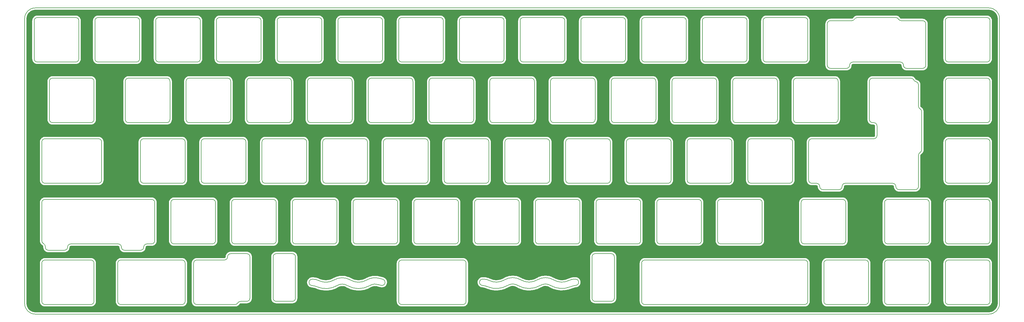
<source format=gtl>
%TF.GenerationSoftware,KiCad,Pcbnew,8.0.2*%
%TF.CreationDate,2025-01-02T16:25:08-05:00*%
%TF.ProjectId,discipline-pcb,64697363-6970-46c6-996e-652d7063622e,rev?*%
%TF.SameCoordinates,Original*%
%TF.FileFunction,Copper,L1,Top*%
%TF.FilePolarity,Positive*%
%FSLAX46Y46*%
G04 Gerber Fmt 4.6, Leading zero omitted, Abs format (unit mm)*
G04 Created by KiCad (PCBNEW 8.0.2) date 2025-01-02 16:25:08*
%MOMM*%
%LPD*%
G01*
G04 APERTURE LIST*
%TA.AperFunction,Profile*%
%ADD10C,0.150000*%
%TD*%
%TA.AperFunction,Profile*%
%ADD11C,0.200000*%
%TD*%
G04 APERTURE END LIST*
%TA.AperFunction,NonConductor*%
G36*
X355761115Y-91906506D02*
G01*
X356299607Y-91959305D01*
X356323921Y-91964120D01*
X356808515Y-92110429D01*
X356831431Y-92119873D01*
X357278372Y-92357514D01*
X357299017Y-92371231D01*
X357691286Y-92691159D01*
X357708873Y-92708624D01*
X358031535Y-93098657D01*
X358045395Y-93119206D01*
X358286149Y-93564471D01*
X358295754Y-93587320D01*
X358445440Y-94070875D01*
X358450424Y-94095155D01*
X358506804Y-94631581D01*
X358507500Y-94644856D01*
X358507501Y-184181103D01*
X358506895Y-184193496D01*
X358454095Y-184732008D01*
X358449280Y-184756322D01*
X358302971Y-185240916D01*
X358293526Y-185263832D01*
X358055886Y-185710770D01*
X358042170Y-185731415D01*
X357722240Y-186123688D01*
X357704775Y-186141275D01*
X357314746Y-186463935D01*
X357294197Y-186477795D01*
X356848931Y-186718550D01*
X356826082Y-186728155D01*
X356342523Y-186877841D01*
X356318243Y-186882825D01*
X355781809Y-186939206D01*
X355768534Y-186939902D01*
X56684961Y-186939900D01*
X56672683Y-186939305D01*
X56133812Y-186886962D01*
X56109493Y-186882170D01*
X55624770Y-186736302D01*
X55601846Y-186726877D01*
X55154690Y-186489641D01*
X55134032Y-186475944D01*
X54741471Y-186156371D01*
X54723868Y-186138922D01*
X54400854Y-185749186D01*
X54386975Y-185728650D01*
X54145815Y-185283599D01*
X54136190Y-185260758D01*
X53986065Y-184777337D01*
X53981059Y-184753062D01*
X53924207Y-184216824D01*
X53923499Y-184203434D01*
X53923499Y-171493039D01*
X58113750Y-171493039D01*
X58113750Y-183552769D01*
X58116231Y-183577946D01*
X58116789Y-183590191D01*
X58117147Y-183593841D01*
X58136856Y-183781354D01*
X58149000Y-183840513D01*
X58149345Y-183842253D01*
X58160583Y-183901167D01*
X58161518Y-183904264D01*
X58217240Y-184084273D01*
X58240657Y-184139979D01*
X58241333Y-184141619D01*
X58263784Y-184197189D01*
X58265309Y-184200057D01*
X58354929Y-184365805D01*
X58388695Y-184415866D01*
X58389675Y-184417341D01*
X58422525Y-184467540D01*
X58424516Y-184469982D01*
X58544684Y-184615240D01*
X58587585Y-184657842D01*
X58588834Y-184659100D01*
X58630749Y-184701902D01*
X58633171Y-184703906D01*
X58779275Y-184823065D01*
X58829589Y-184856494D01*
X58831060Y-184857486D01*
X58880527Y-184891357D01*
X58883346Y-184892881D01*
X59049758Y-184981364D01*
X59105654Y-185004403D01*
X59107288Y-185005090D01*
X59162348Y-185028688D01*
X59165350Y-185029618D01*
X59345845Y-185084112D01*
X59405138Y-185095853D01*
X59406875Y-185096209D01*
X59465484Y-185108666D01*
X59468629Y-185108997D01*
X59662418Y-185127999D01*
X59662417Y-185128002D01*
X59662475Y-185128005D01*
X59691879Y-185130901D01*
X74132868Y-185130901D01*
X74158054Y-185128420D01*
X74170282Y-185127862D01*
X74173940Y-185127503D01*
X74361453Y-185107794D01*
X74420612Y-185095651D01*
X74422352Y-185095306D01*
X74481266Y-185084067D01*
X74484363Y-185083132D01*
X74664372Y-185027410D01*
X74720078Y-185003994D01*
X74721718Y-185003318D01*
X74777288Y-184980866D01*
X74780156Y-184979341D01*
X74945904Y-184889721D01*
X74995965Y-184855956D01*
X74997440Y-184854976D01*
X75047639Y-184822125D01*
X75050081Y-184820134D01*
X75195339Y-184699966D01*
X75237941Y-184657066D01*
X75239199Y-184655817D01*
X75282001Y-184613901D01*
X75284005Y-184611479D01*
X75403164Y-184465375D01*
X75436593Y-184415062D01*
X75437585Y-184413591D01*
X75471456Y-184364123D01*
X75472980Y-184361304D01*
X75561463Y-184194892D01*
X75584502Y-184138997D01*
X75585189Y-184137363D01*
X75608787Y-184082302D01*
X75609717Y-184079300D01*
X75664211Y-183898805D01*
X75675952Y-183839513D01*
X75676308Y-183837776D01*
X75688765Y-183779166D01*
X75689096Y-183776021D01*
X75708098Y-183582233D01*
X75708101Y-183582233D01*
X75708104Y-183582176D01*
X75711000Y-183552771D01*
X75711000Y-171493039D01*
X81926250Y-171493039D01*
X81926250Y-183552769D01*
X81928731Y-183577946D01*
X81929289Y-183590191D01*
X81929647Y-183593841D01*
X81949356Y-183781354D01*
X81961500Y-183840513D01*
X81961845Y-183842253D01*
X81973083Y-183901167D01*
X81974018Y-183904264D01*
X82029740Y-184084273D01*
X82053157Y-184139979D01*
X82053833Y-184141619D01*
X82076284Y-184197189D01*
X82077809Y-184200057D01*
X82167429Y-184365805D01*
X82201195Y-184415866D01*
X82202175Y-184417341D01*
X82235025Y-184467540D01*
X82237016Y-184469982D01*
X82357184Y-184615240D01*
X82400085Y-184657842D01*
X82401334Y-184659100D01*
X82443249Y-184701902D01*
X82445671Y-184703906D01*
X82591775Y-184823065D01*
X82642089Y-184856494D01*
X82643560Y-184857486D01*
X82693027Y-184891357D01*
X82695846Y-184892881D01*
X82862258Y-184981364D01*
X82918154Y-185004403D01*
X82919788Y-185005090D01*
X82974848Y-185028688D01*
X82977850Y-185029618D01*
X83158345Y-185084112D01*
X83217638Y-185095853D01*
X83219375Y-185096209D01*
X83277984Y-185108666D01*
X83281129Y-185108997D01*
X83474918Y-185127999D01*
X83474917Y-185128002D01*
X83474975Y-185128005D01*
X83504379Y-185130901D01*
X102707868Y-185130901D01*
X102733054Y-185128420D01*
X102745282Y-185127862D01*
X102748940Y-185127503D01*
X102936453Y-185107794D01*
X102995612Y-185095651D01*
X102997352Y-185095306D01*
X103056266Y-185084067D01*
X103059363Y-185083132D01*
X103239372Y-185027410D01*
X103295078Y-185003994D01*
X103296718Y-185003318D01*
X103352288Y-184980866D01*
X103355156Y-184979341D01*
X103520904Y-184889721D01*
X103570965Y-184855956D01*
X103572440Y-184854976D01*
X103622639Y-184822125D01*
X103625081Y-184820134D01*
X103770339Y-184699966D01*
X103812941Y-184657066D01*
X103814199Y-184655817D01*
X103857001Y-184613901D01*
X103859005Y-184611479D01*
X103978164Y-184465375D01*
X104011593Y-184415062D01*
X104012585Y-184413591D01*
X104046456Y-184364123D01*
X104047980Y-184361304D01*
X104136463Y-184194892D01*
X104159502Y-184138997D01*
X104160189Y-184137363D01*
X104183787Y-184082302D01*
X104184717Y-184079300D01*
X104239211Y-183898805D01*
X104250952Y-183839513D01*
X104251308Y-183837776D01*
X104263765Y-183779166D01*
X104264096Y-183776021D01*
X104283098Y-183582233D01*
X104283101Y-183582233D01*
X104283104Y-183582176D01*
X104286000Y-183552771D01*
X104286000Y-171493039D01*
X105738750Y-171493039D01*
X105738750Y-183552769D01*
X105741231Y-183577946D01*
X105741789Y-183590191D01*
X105742147Y-183593841D01*
X105761856Y-183781354D01*
X105774000Y-183840513D01*
X105774345Y-183842253D01*
X105785583Y-183901167D01*
X105786518Y-183904264D01*
X105842240Y-184084273D01*
X105865657Y-184139979D01*
X105866333Y-184141619D01*
X105888784Y-184197189D01*
X105890309Y-184200057D01*
X105979929Y-184365805D01*
X106013695Y-184415866D01*
X106014675Y-184417341D01*
X106047525Y-184467540D01*
X106049516Y-184469982D01*
X106169684Y-184615240D01*
X106212585Y-184657842D01*
X106213834Y-184659100D01*
X106255749Y-184701902D01*
X106258171Y-184703906D01*
X106404275Y-184823065D01*
X106454589Y-184856494D01*
X106456060Y-184857486D01*
X106505527Y-184891357D01*
X106508346Y-184892881D01*
X106674758Y-184981364D01*
X106730654Y-185004403D01*
X106732288Y-185005090D01*
X106787348Y-185028688D01*
X106790350Y-185029618D01*
X106970845Y-185084112D01*
X107030138Y-185095853D01*
X107031875Y-185096209D01*
X107090484Y-185108666D01*
X107093629Y-185108997D01*
X107287418Y-185127999D01*
X107287417Y-185128002D01*
X107287475Y-185128005D01*
X107316879Y-185130901D01*
X119376616Y-185130901D01*
X119383194Y-185130253D01*
X119391213Y-185129718D01*
X119431525Y-185128310D01*
X119468604Y-185123363D01*
X119478311Y-185122445D01*
X119515219Y-185120381D01*
X119518438Y-185119860D01*
X119704207Y-185088439D01*
X119762502Y-185072601D01*
X119764217Y-185072148D01*
X119822288Y-185057237D01*
X119825293Y-185056120D01*
X120001479Y-184989194D01*
X120055645Y-184962307D01*
X120057238Y-184961531D01*
X120111253Y-184935651D01*
X120113956Y-184933987D01*
X120273822Y-184834092D01*
X120321701Y-184797221D01*
X120323112Y-184796150D01*
X120371104Y-184760246D01*
X120373438Y-184758085D01*
X120510834Y-184629062D01*
X120550645Y-184583587D01*
X120551823Y-184582262D01*
X120591923Y-184537725D01*
X120593789Y-184535157D01*
X120707140Y-184376831D01*
X120778797Y-184276742D01*
X120795122Y-184258094D01*
X120832323Y-184223159D01*
X120851963Y-184208034D01*
X120895240Y-184180992D01*
X120917440Y-184169972D01*
X120965146Y-184151850D01*
X120989065Y-184145352D01*
X121062307Y-184132964D01*
X121079057Y-184131262D01*
X121087193Y-184130978D01*
X121091623Y-184130901D01*
X123020368Y-184130901D01*
X123045554Y-184128420D01*
X123057782Y-184127862D01*
X123061440Y-184127503D01*
X123248953Y-184107794D01*
X123308112Y-184095651D01*
X123309852Y-184095306D01*
X123368766Y-184084067D01*
X123371863Y-184083132D01*
X123551872Y-184027410D01*
X123607578Y-184003994D01*
X123609218Y-184003318D01*
X123664788Y-183980866D01*
X123667656Y-183979341D01*
X123833404Y-183889721D01*
X123883465Y-183855956D01*
X123884940Y-183854976D01*
X123935139Y-183822125D01*
X123937581Y-183820134D01*
X124082839Y-183699966D01*
X124125441Y-183657066D01*
X124126699Y-183655817D01*
X124169501Y-183613901D01*
X124171505Y-183611479D01*
X124290664Y-183465375D01*
X124324093Y-183415062D01*
X124325085Y-183413591D01*
X124358956Y-183364123D01*
X124360480Y-183361304D01*
X124448963Y-183194892D01*
X124472002Y-183138997D01*
X124472689Y-183137363D01*
X124496287Y-183082302D01*
X124497217Y-183079300D01*
X124551711Y-182898805D01*
X124563452Y-182839513D01*
X124563808Y-182837776D01*
X124576265Y-182779166D01*
X124576596Y-182776021D01*
X124595598Y-182582233D01*
X124595601Y-182582233D01*
X124595604Y-182582176D01*
X124598500Y-182552771D01*
X124598500Y-169493033D01*
X124598500Y-169493030D01*
X130676250Y-169493030D01*
X130676250Y-182552767D01*
X130678731Y-182577954D01*
X130679289Y-182590184D01*
X130679647Y-182593841D01*
X130699356Y-182781354D01*
X130711500Y-182840513D01*
X130711845Y-182842253D01*
X130723083Y-182901167D01*
X130724018Y-182904264D01*
X130779740Y-183084273D01*
X130803157Y-183139979D01*
X130803833Y-183141619D01*
X130826284Y-183197189D01*
X130827809Y-183200057D01*
X130917429Y-183365805D01*
X130951195Y-183415866D01*
X130952175Y-183417341D01*
X130985025Y-183467540D01*
X130987016Y-183469982D01*
X131107184Y-183615240D01*
X131150085Y-183657842D01*
X131151334Y-183659100D01*
X131193249Y-183701902D01*
X131195671Y-183703906D01*
X131341775Y-183823065D01*
X131392089Y-183856494D01*
X131393560Y-183857486D01*
X131443027Y-183891357D01*
X131445817Y-183892866D01*
X131612258Y-183981364D01*
X131668154Y-184004403D01*
X131669788Y-184005090D01*
X131724848Y-184028688D01*
X131727850Y-184029618D01*
X131908345Y-184084112D01*
X131967638Y-184095853D01*
X131969375Y-184096209D01*
X132027984Y-184108666D01*
X132031129Y-184108997D01*
X132224918Y-184127999D01*
X132224917Y-184128002D01*
X132224975Y-184128005D01*
X132254379Y-184130901D01*
X137314118Y-184130901D01*
X137339304Y-184128420D01*
X137351532Y-184127862D01*
X137355190Y-184127503D01*
X137542703Y-184107794D01*
X137601862Y-184095651D01*
X137603602Y-184095306D01*
X137662516Y-184084067D01*
X137665613Y-184083132D01*
X137845622Y-184027410D01*
X137901328Y-184003994D01*
X137902968Y-184003318D01*
X137958538Y-183980866D01*
X137961406Y-183979341D01*
X138127154Y-183889721D01*
X138177215Y-183855956D01*
X138178690Y-183854976D01*
X138228889Y-183822125D01*
X138231331Y-183820134D01*
X138376589Y-183699966D01*
X138419191Y-183657066D01*
X138420449Y-183655817D01*
X138463251Y-183613901D01*
X138465255Y-183611479D01*
X138584414Y-183465375D01*
X138617843Y-183415062D01*
X138618835Y-183413591D01*
X138652706Y-183364123D01*
X138654230Y-183361304D01*
X138742713Y-183194892D01*
X138765752Y-183138997D01*
X138766439Y-183137363D01*
X138790037Y-183082302D01*
X138790967Y-183079300D01*
X138845461Y-182898805D01*
X138857202Y-182839513D01*
X138857558Y-182837776D01*
X138870015Y-182779166D01*
X138870346Y-182776021D01*
X138889348Y-182582233D01*
X138889351Y-182582233D01*
X138889354Y-182582176D01*
X138892250Y-182552771D01*
X138892250Y-177556818D01*
X141919193Y-177556818D01*
X141923784Y-177603426D01*
X141924146Y-177607919D01*
X141930783Y-177713690D01*
X141938381Y-177760653D01*
X141939224Y-177766822D01*
X141944460Y-177813649D01*
X141945136Y-177816727D01*
X141986842Y-178000587D01*
X142005898Y-178057935D01*
X142006445Y-178059622D01*
X142024546Y-178116753D01*
X142025799Y-178119624D01*
X142102427Y-178291892D01*
X142132271Y-178344470D01*
X142133134Y-178346016D01*
X142161980Y-178398529D01*
X142163790Y-178401135D01*
X142272394Y-178555203D01*
X142311847Y-178600941D01*
X142312995Y-178602291D01*
X142351520Y-178648235D01*
X142353805Y-178650443D01*
X142490268Y-178780486D01*
X142537883Y-178817714D01*
X142539269Y-178818813D01*
X142585962Y-178856380D01*
X142588715Y-178858156D01*
X142747753Y-178959160D01*
X142801676Y-178986422D01*
X142803254Y-178987233D01*
X142856368Y-179015023D01*
X142859308Y-179016189D01*
X143035030Y-179084416D01*
X143093232Y-179100688D01*
X143094936Y-179101178D01*
X143152420Y-179118118D01*
X143155593Y-179118701D01*
X143347292Y-179152571D01*
X143347269Y-179152700D01*
X143352515Y-179153496D01*
X143352520Y-179153472D01*
X143354051Y-179153728D01*
X143355682Y-179153976D01*
X143356121Y-179154075D01*
X144169570Y-179290487D01*
X144189761Y-179295605D01*
X144824643Y-179513315D01*
X144830970Y-179515674D01*
X145094345Y-179621945D01*
X145114377Y-179628348D01*
X145123727Y-179631745D01*
X145142429Y-179639382D01*
X145154702Y-179643184D01*
X146144389Y-179935633D01*
X146183647Y-179944130D01*
X146186888Y-179944876D01*
X146225089Y-179954197D01*
X146237798Y-179956144D01*
X147259843Y-180099096D01*
X147299915Y-180101697D01*
X147303229Y-180101955D01*
X147342396Y-180105527D01*
X147355282Y-180105575D01*
X148387182Y-180095890D01*
X148427221Y-180092537D01*
X148430534Y-180092303D01*
X148469795Y-180090046D01*
X148482530Y-180088192D01*
X149501685Y-179926084D01*
X149540779Y-179916852D01*
X149544021Y-179916131D01*
X149582513Y-179908097D01*
X149594841Y-179904378D01*
X150578851Y-179593408D01*
X150616143Y-179578502D01*
X150619243Y-179577309D01*
X150656126Y-179563673D01*
X150667837Y-179558140D01*
X151591364Y-179106953D01*
X151594120Y-179105647D01*
X151613193Y-179096889D01*
X151700904Y-179045661D01*
X151711910Y-179039934D01*
X152145751Y-178840501D01*
X152169175Y-178832396D01*
X152598368Y-178729453D01*
X152622919Y-178726051D01*
X153063928Y-178708433D01*
X153088673Y-178709865D01*
X153524703Y-178778241D01*
X153548698Y-178784452D01*
X153983245Y-178943578D01*
X153999198Y-178950700D01*
X154152993Y-179032475D01*
X154157421Y-179034944D01*
X154265470Y-179098051D01*
X154270967Y-179100877D01*
X154352621Y-179147546D01*
X154367426Y-179154608D01*
X154377615Y-179160050D01*
X154390987Y-179167994D01*
X154402623Y-179173597D01*
X155338152Y-179609090D01*
X155375733Y-179623300D01*
X155378829Y-179624517D01*
X155415232Y-179639382D01*
X155427498Y-179643182D01*
X156417189Y-179935631D01*
X156456444Y-179944128D01*
X156459683Y-179944874D01*
X156497887Y-179954195D01*
X156510599Y-179956143D01*
X157532644Y-180099095D01*
X157572716Y-180101696D01*
X157576030Y-180101954D01*
X157615197Y-180105526D01*
X157628083Y-180105574D01*
X158659983Y-180095889D01*
X158700022Y-180092536D01*
X158703335Y-180092302D01*
X158742596Y-180090045D01*
X158755331Y-180088191D01*
X159774482Y-179926083D01*
X159813587Y-179916849D01*
X159816831Y-179916128D01*
X159855318Y-179908095D01*
X159867599Y-179904390D01*
X160851647Y-179593408D01*
X160888943Y-179578501D01*
X160892043Y-179577308D01*
X160928926Y-179563672D01*
X160940637Y-179558139D01*
X161864130Y-179106969D01*
X161866885Y-179105664D01*
X161885988Y-179096892D01*
X161973704Y-179045661D01*
X161984710Y-179039934D01*
X162418551Y-178840501D01*
X162441975Y-178832396D01*
X162871168Y-178729453D01*
X162895719Y-178726051D01*
X163336728Y-178708433D01*
X163361473Y-178709865D01*
X163817197Y-178781329D01*
X163834710Y-178785363D01*
X164027935Y-178844537D01*
X164030911Y-178845488D01*
X164199938Y-178901835D01*
X164201401Y-178902182D01*
X164206114Y-178903395D01*
X164272362Y-178921806D01*
X165132006Y-179108162D01*
X165187442Y-179115098D01*
X165193219Y-179115957D01*
X165227936Y-179121932D01*
X165231119Y-179122142D01*
X165355588Y-179129462D01*
X165404257Y-179127564D01*
X165410094Y-179127470D01*
X165458336Y-179127806D01*
X165461439Y-179127502D01*
X165648950Y-179107793D01*
X165708113Y-179095649D01*
X165709855Y-179095304D01*
X165768758Y-179084068D01*
X165771793Y-179083151D01*
X165951874Y-179027408D01*
X166007597Y-179003986D01*
X166009234Y-179003311D01*
X166064800Y-178980859D01*
X166067568Y-178979388D01*
X166233412Y-178889716D01*
X166283513Y-178855923D01*
X166284991Y-178854941D01*
X166335135Y-178822127D01*
X166337578Y-178820135D01*
X166482837Y-178699967D01*
X166525439Y-178657067D01*
X166526697Y-178655818D01*
X166569500Y-178613901D01*
X166571504Y-178611479D01*
X166690663Y-178465376D01*
X166724115Y-178415029D01*
X166725105Y-178413561D01*
X166758958Y-178364118D01*
X166760472Y-178361319D01*
X166848962Y-178194894D01*
X166871998Y-178139005D01*
X166872685Y-178137370D01*
X166896289Y-178082298D01*
X166897217Y-178079300D01*
X166951711Y-177898805D01*
X166963454Y-177839502D01*
X166963810Y-177837764D01*
X166976266Y-177779164D01*
X166976596Y-177776021D01*
X166995598Y-177582233D01*
X166995601Y-177582233D01*
X166995604Y-177582175D01*
X167001441Y-177522900D01*
X166995969Y-177467337D01*
X166995840Y-177465949D01*
X166981559Y-177302599D01*
X166971156Y-177246991D01*
X166970621Y-177243928D01*
X166961657Y-177188546D01*
X166960814Y-177185440D01*
X166910156Y-177003931D01*
X166888314Y-176947598D01*
X166887685Y-176945941D01*
X166866794Y-176889749D01*
X166865358Y-176886854D01*
X166780411Y-176718641D01*
X166748049Y-176667633D01*
X166747109Y-176666128D01*
X166715704Y-176615067D01*
X166713759Y-176612541D01*
X166597727Y-176463990D01*
X166556067Y-176420232D01*
X166554855Y-176418941D01*
X166514126Y-176374948D01*
X166511720Y-176372841D01*
X166369061Y-176249673D01*
X166319685Y-176214834D01*
X166318244Y-176213802D01*
X166269751Y-176178562D01*
X166267007Y-176176977D01*
X166103119Y-176083851D01*
X166047930Y-176059272D01*
X166046315Y-176058539D01*
X165991893Y-176033385D01*
X165988972Y-176032390D01*
X165810033Y-175972843D01*
X165808784Y-175972559D01*
X165796870Y-175969234D01*
X165776132Y-175962341D01*
X165761843Y-175958489D01*
X164731260Y-175695114D01*
X164725672Y-175693949D01*
X164715555Y-175691401D01*
X164713126Y-175690681D01*
X164267599Y-175586279D01*
X164265706Y-175586010D01*
X164249899Y-175582476D01*
X164177069Y-175571315D01*
X163301358Y-175488348D01*
X163283891Y-175488253D01*
X163269298Y-175487332D01*
X163255599Y-175485671D01*
X163184004Y-175487530D01*
X162307427Y-175560950D01*
X162290225Y-175563949D01*
X162275697Y-175565627D01*
X162261921Y-175566418D01*
X162191777Y-175580928D01*
X161342058Y-175808415D01*
X161325662Y-175814412D01*
X161311664Y-175818635D01*
X161298249Y-175821852D01*
X161231767Y-175848561D01*
X160433571Y-176223956D01*
X160432518Y-176224445D01*
X160408569Y-176235441D01*
X160318091Y-176288287D01*
X160308089Y-176293547D01*
X159592634Y-176630028D01*
X159571429Y-176637783D01*
X158839460Y-176833746D01*
X158817216Y-176837623D01*
X158062112Y-176900869D01*
X158039533Y-176900746D01*
X157285161Y-176829274D01*
X157262961Y-176825154D01*
X156531226Y-176620682D01*
X156510730Y-176612996D01*
X155842497Y-176294264D01*
X155833121Y-176289301D01*
X155740905Y-176235441D01*
X155718661Y-176225228D01*
X155716980Y-176224441D01*
X154973564Y-175869849D01*
X154959067Y-175864458D01*
X154945064Y-175858266D01*
X154934577Y-175852850D01*
X154866816Y-175829635D01*
X154019648Y-175592906D01*
X154002469Y-175589719D01*
X153988269Y-175586228D01*
X153975075Y-175582165D01*
X153904269Y-175571315D01*
X153028558Y-175488348D01*
X153011091Y-175488253D01*
X152996498Y-175487332D01*
X152982799Y-175485671D01*
X152911204Y-175487530D01*
X152034627Y-175560950D01*
X152017425Y-175563949D01*
X152002897Y-175565627D01*
X151989121Y-175566418D01*
X151918977Y-175580928D01*
X151069258Y-175808415D01*
X151052862Y-175814412D01*
X151038864Y-175818635D01*
X151025449Y-175821852D01*
X150958967Y-175848561D01*
X150160771Y-176223956D01*
X150159718Y-176224445D01*
X150135769Y-176235441D01*
X150045291Y-176288287D01*
X150035289Y-176293547D01*
X149319834Y-176630028D01*
X149298629Y-176637783D01*
X148566660Y-176833746D01*
X148544416Y-176837623D01*
X147789312Y-176900869D01*
X147766733Y-176900746D01*
X147012361Y-176829274D01*
X146990161Y-176825154D01*
X146247092Y-176617514D01*
X146230271Y-176611510D01*
X145809083Y-176426828D01*
X145807376Y-176426064D01*
X145548653Y-176308046D01*
X145512533Y-176295665D01*
X145503684Y-176292257D01*
X145469003Y-176277393D01*
X145465990Y-176276460D01*
X144724993Y-176052739D01*
X144665713Y-176041002D01*
X144663976Y-176040646D01*
X144605357Y-176028186D01*
X144602208Y-176027855D01*
X143825717Y-175951720D01*
X143825662Y-175951714D01*
X143796258Y-175948818D01*
X143500267Y-175948818D01*
X143475081Y-175951299D01*
X143462852Y-175951856D01*
X143459179Y-175952216D01*
X143271678Y-175971924D01*
X143212514Y-175984069D01*
X143210776Y-175984413D01*
X143151875Y-175995649D01*
X143148771Y-175996586D01*
X142968766Y-176052306D01*
X142913069Y-176075720D01*
X142911430Y-176076395D01*
X142855845Y-176098852D01*
X142853018Y-176100356D01*
X142687227Y-176189998D01*
X142637130Y-176223790D01*
X142635652Y-176224772D01*
X142585496Y-176257592D01*
X142583053Y-176259584D01*
X142437794Y-176379753D01*
X142395194Y-176422653D01*
X142393936Y-176423902D01*
X142351133Y-176465817D01*
X142349129Y-176468239D01*
X142229973Y-176614339D01*
X142196524Y-176664684D01*
X142195533Y-176666153D01*
X142161677Y-176715598D01*
X142160128Y-176718463D01*
X142071671Y-176884825D01*
X142048638Y-176940710D01*
X142047951Y-176942344D01*
X142024347Y-176997416D01*
X142023417Y-177000418D01*
X141968923Y-177180913D01*
X141957183Y-177240206D01*
X141956827Y-177241943D01*
X141944369Y-177300552D01*
X141944038Y-177303697D01*
X141925049Y-177497363D01*
X141925044Y-177497417D01*
X141919193Y-177556818D01*
X138892250Y-177556818D01*
X138892250Y-171493039D01*
X170032500Y-171493039D01*
X170032500Y-183552769D01*
X170034981Y-183577946D01*
X170035539Y-183590191D01*
X170035897Y-183593841D01*
X170055606Y-183781354D01*
X170067750Y-183840513D01*
X170068095Y-183842253D01*
X170079333Y-183901167D01*
X170080268Y-183904264D01*
X170135990Y-184084273D01*
X170159407Y-184139979D01*
X170160083Y-184141619D01*
X170182534Y-184197189D01*
X170184059Y-184200057D01*
X170273679Y-184365805D01*
X170307445Y-184415866D01*
X170308425Y-184417341D01*
X170341275Y-184467540D01*
X170343266Y-184469982D01*
X170463434Y-184615240D01*
X170506335Y-184657842D01*
X170507584Y-184659100D01*
X170549499Y-184701902D01*
X170551921Y-184703906D01*
X170698025Y-184823065D01*
X170748339Y-184856494D01*
X170749810Y-184857486D01*
X170799277Y-184891357D01*
X170802096Y-184892881D01*
X170968508Y-184981364D01*
X171024404Y-185004403D01*
X171026038Y-185005090D01*
X171081098Y-185028688D01*
X171084100Y-185029618D01*
X171264595Y-185084112D01*
X171323888Y-185095853D01*
X171325625Y-185096209D01*
X171384234Y-185108666D01*
X171387379Y-185108997D01*
X171581168Y-185127999D01*
X171581167Y-185128002D01*
X171581225Y-185128005D01*
X171610629Y-185130901D01*
X190814118Y-185130901D01*
X190839304Y-185128420D01*
X190851532Y-185127862D01*
X190855190Y-185127503D01*
X191042703Y-185107794D01*
X191101862Y-185095651D01*
X191103602Y-185095306D01*
X191162516Y-185084067D01*
X191165613Y-185083132D01*
X191345622Y-185027410D01*
X191401328Y-185003994D01*
X191402968Y-185003318D01*
X191458538Y-184980866D01*
X191461406Y-184979341D01*
X191627154Y-184889721D01*
X191677215Y-184855956D01*
X191678690Y-184854976D01*
X191728889Y-184822125D01*
X191731331Y-184820134D01*
X191876589Y-184699966D01*
X191919191Y-184657066D01*
X191920449Y-184655817D01*
X191963251Y-184613901D01*
X191965255Y-184611479D01*
X192084414Y-184465375D01*
X192117843Y-184415062D01*
X192118835Y-184413591D01*
X192152706Y-184364123D01*
X192154230Y-184361304D01*
X192242713Y-184194892D01*
X192265752Y-184138997D01*
X192266439Y-184137363D01*
X192290037Y-184082302D01*
X192290967Y-184079300D01*
X192345461Y-183898805D01*
X192357202Y-183839513D01*
X192357558Y-183837776D01*
X192370015Y-183779166D01*
X192370346Y-183776021D01*
X192389348Y-183582233D01*
X192389351Y-183582233D01*
X192389354Y-183582176D01*
X192392250Y-183552771D01*
X192392250Y-177522896D01*
X195383308Y-177522896D01*
X195387899Y-177569509D01*
X195388261Y-177574002D01*
X195394898Y-177679773D01*
X195402496Y-177726736D01*
X195403339Y-177732905D01*
X195408575Y-177779732D01*
X195409251Y-177782810D01*
X195450957Y-177966670D01*
X195470013Y-178024018D01*
X195470560Y-178025705D01*
X195488661Y-178082836D01*
X195489914Y-178085707D01*
X195566542Y-178257975D01*
X195596386Y-178310553D01*
X195597249Y-178312099D01*
X195626095Y-178364612D01*
X195627905Y-178367218D01*
X195736509Y-178521286D01*
X195775962Y-178567024D01*
X195777110Y-178568374D01*
X195815635Y-178614318D01*
X195817920Y-178616526D01*
X195954383Y-178746569D01*
X196001998Y-178783797D01*
X196003384Y-178784896D01*
X196050077Y-178822463D01*
X196052830Y-178824239D01*
X196211868Y-178925243D01*
X196265791Y-178952505D01*
X196267369Y-178953316D01*
X196320483Y-178981106D01*
X196323423Y-178982272D01*
X196499145Y-179050499D01*
X196557347Y-179066771D01*
X196559051Y-179067261D01*
X196616535Y-179084201D01*
X196619708Y-179084784D01*
X196811407Y-179118654D01*
X196811384Y-179118783D01*
X196816630Y-179119579D01*
X196816635Y-179119554D01*
X196818242Y-179119823D01*
X196819822Y-179120063D01*
X196820246Y-179120159D01*
X197633685Y-179256569D01*
X197653876Y-179261687D01*
X198288758Y-179479397D01*
X198295085Y-179481756D01*
X198558460Y-179588027D01*
X198578492Y-179594430D01*
X198587842Y-179597827D01*
X198606544Y-179605464D01*
X198618817Y-179609266D01*
X199608504Y-179901715D01*
X199647762Y-179910212D01*
X199651003Y-179910958D01*
X199689204Y-179920279D01*
X199701913Y-179922226D01*
X200723958Y-180065178D01*
X200764030Y-180067779D01*
X200767344Y-180068037D01*
X200806511Y-180071609D01*
X200819397Y-180071657D01*
X201851297Y-180061972D01*
X201891336Y-180058619D01*
X201894649Y-180058385D01*
X201933910Y-180056128D01*
X201946645Y-180054274D01*
X202965800Y-179892166D01*
X203004894Y-179882934D01*
X203008136Y-179882213D01*
X203046628Y-179874179D01*
X203058956Y-179870460D01*
X204042966Y-179559490D01*
X204080258Y-179544584D01*
X204083358Y-179543391D01*
X204120241Y-179529755D01*
X204131952Y-179524222D01*
X205055445Y-179073052D01*
X205058199Y-179071747D01*
X205077307Y-179062973D01*
X205165023Y-179011741D01*
X205176030Y-179006014D01*
X205609866Y-178806583D01*
X205633290Y-178798478D01*
X206062483Y-178695535D01*
X206087034Y-178692133D01*
X206528043Y-178674515D01*
X206552788Y-178675947D01*
X206988818Y-178744323D01*
X207012813Y-178750534D01*
X207447360Y-178909660D01*
X207463313Y-178916782D01*
X207617102Y-178998554D01*
X207621531Y-179001023D01*
X207729585Y-179064134D01*
X207735089Y-179066964D01*
X207816730Y-179113625D01*
X207831541Y-179120690D01*
X207841730Y-179126132D01*
X207855102Y-179134076D01*
X207866738Y-179139679D01*
X208802267Y-179575172D01*
X208839848Y-179589382D01*
X208842944Y-179590599D01*
X208879347Y-179605464D01*
X208891613Y-179609264D01*
X209881304Y-179901713D01*
X209920559Y-179910210D01*
X209923798Y-179910956D01*
X209962002Y-179920277D01*
X209974714Y-179922225D01*
X210996759Y-180065177D01*
X211036831Y-180067778D01*
X211040145Y-180068036D01*
X211079312Y-180071608D01*
X211092198Y-180071656D01*
X212124098Y-180061971D01*
X212164137Y-180058618D01*
X212167450Y-180058384D01*
X212206711Y-180056127D01*
X212219446Y-180054273D01*
X213238597Y-179892165D01*
X213277702Y-179882931D01*
X213280946Y-179882210D01*
X213319433Y-179874177D01*
X213331714Y-179870472D01*
X214315762Y-179559490D01*
X214353058Y-179544583D01*
X214356158Y-179543390D01*
X214393041Y-179529754D01*
X214404752Y-179524221D01*
X215328211Y-179073068D01*
X215330963Y-179071764D01*
X215350106Y-179062973D01*
X215437823Y-179011741D01*
X215448830Y-179006014D01*
X215882666Y-178806583D01*
X215906090Y-178798478D01*
X216335283Y-178695535D01*
X216359834Y-178692133D01*
X216800843Y-178674515D01*
X216825588Y-178675947D01*
X217261618Y-178744323D01*
X217285613Y-178750534D01*
X217720160Y-178909660D01*
X217736113Y-178916782D01*
X217889902Y-178998554D01*
X217894331Y-179001023D01*
X218000395Y-179062971D01*
X218002103Y-179063756D01*
X218010725Y-179068120D01*
X218251948Y-179201968D01*
X218271053Y-179210786D01*
X218279910Y-179215303D01*
X218297544Y-179225183D01*
X218309265Y-179230465D01*
X219255563Y-179642161D01*
X219293499Y-179655419D01*
X219296618Y-179656555D01*
X219333390Y-179670495D01*
X219345716Y-179673974D01*
X220342528Y-179941291D01*
X220381962Y-179948786D01*
X220385220Y-179949449D01*
X220423675Y-179957806D01*
X220436366Y-179959423D01*
X221461755Y-180076467D01*
X221501892Y-180078053D01*
X221505209Y-180078228D01*
X221544447Y-180080807D01*
X221557240Y-180080531D01*
X222588663Y-180044727D01*
X222628577Y-180040364D01*
X222631889Y-180040046D01*
X222671091Y-180036796D01*
X222683751Y-180034623D01*
X223698503Y-179846768D01*
X223737330Y-179836556D01*
X223740553Y-179835753D01*
X223778856Y-179826741D01*
X223791113Y-179822702D01*
X224766180Y-179487186D01*
X224767966Y-179486586D01*
X225550168Y-179230346D01*
X225570403Y-179225510D01*
X226246620Y-179121533D01*
X226248197Y-179121301D01*
X226361072Y-179105392D01*
X226407224Y-179094208D01*
X226413338Y-179092884D01*
X226459556Y-179084067D01*
X226462653Y-179083132D01*
X226642662Y-179027410D01*
X226698368Y-179003994D01*
X226700008Y-179003318D01*
X226755578Y-178980866D01*
X226758446Y-178979341D01*
X226924194Y-178889721D01*
X226974255Y-178855956D01*
X226975730Y-178854976D01*
X227025929Y-178822125D01*
X227028371Y-178820134D01*
X227173629Y-178699966D01*
X227216231Y-178657066D01*
X227217489Y-178655817D01*
X227260291Y-178613901D01*
X227262295Y-178611479D01*
X227381454Y-178465375D01*
X227414883Y-178415062D01*
X227415875Y-178413591D01*
X227449746Y-178364123D01*
X227451270Y-178361304D01*
X227539753Y-178194892D01*
X227562792Y-178138997D01*
X227563479Y-178137363D01*
X227587077Y-178082302D01*
X227588007Y-178079300D01*
X227642501Y-177898805D01*
X227654244Y-177839502D01*
X227654600Y-177837764D01*
X227667056Y-177779164D01*
X227667386Y-177776021D01*
X227686388Y-177582233D01*
X227686391Y-177582233D01*
X227686394Y-177582175D01*
X227692232Y-177522900D01*
X227686809Y-177467846D01*
X227686251Y-177455618D01*
X227685891Y-177451945D01*
X227666183Y-177264444D01*
X227654039Y-177205280D01*
X227653695Y-177203542D01*
X227642458Y-177144641D01*
X227641521Y-177141537D01*
X227585801Y-176961532D01*
X227562388Y-176905835D01*
X227561713Y-176904196D01*
X227539255Y-176848611D01*
X227537751Y-176845784D01*
X227448109Y-176679993D01*
X227414318Y-176629896D01*
X227413336Y-176628418D01*
X227380515Y-176578262D01*
X227378523Y-176575819D01*
X227258354Y-176430560D01*
X227215455Y-176387960D01*
X227214206Y-176386702D01*
X227172290Y-176343899D01*
X227169868Y-176341895D01*
X227023768Y-176222739D01*
X226973424Y-176189290D01*
X226971955Y-176188299D01*
X226922509Y-176154443D01*
X226919644Y-176152894D01*
X226753282Y-176064437D01*
X226697398Y-176041404D01*
X226695764Y-176040717D01*
X226640691Y-176017113D01*
X226637689Y-176016183D01*
X226457194Y-175961689D01*
X226397902Y-175949949D01*
X226396165Y-175949593D01*
X226337555Y-175937135D01*
X226334410Y-175936804D01*
X226140621Y-175917803D01*
X226140621Y-175917799D01*
X226140565Y-175917797D01*
X226111161Y-175914901D01*
X225817336Y-175914901D01*
X225809997Y-175915624D01*
X225802245Y-175916149D01*
X225535131Y-175926038D01*
X225497293Y-175931168D01*
X225487852Y-175932090D01*
X225450178Y-175934354D01*
X225447080Y-175934869D01*
X224684443Y-176067158D01*
X224626163Y-176083256D01*
X224624452Y-176083716D01*
X224566492Y-176098857D01*
X224563430Y-176100010D01*
X223835333Y-176380096D01*
X223835285Y-176379972D01*
X223830379Y-176381998D01*
X223830389Y-176382022D01*
X223828881Y-176382616D01*
X223827407Y-176383226D01*
X223826994Y-176383362D01*
X223064550Y-176684323D01*
X223042894Y-176690713D01*
X222299937Y-176839720D01*
X222277491Y-176842175D01*
X221519893Y-176857260D01*
X221497368Y-176855701D01*
X220749069Y-176736387D01*
X220727176Y-176730864D01*
X219998823Y-176476380D01*
X219982418Y-176469317D01*
X219585898Y-176264451D01*
X219580142Y-176261286D01*
X219477819Y-176201523D01*
X219455576Y-176191310D01*
X219453895Y-176190523D01*
X218710479Y-175835931D01*
X218695982Y-175830540D01*
X218681979Y-175824348D01*
X218671492Y-175818932D01*
X218603731Y-175795717D01*
X217756563Y-175558988D01*
X217739384Y-175555801D01*
X217725184Y-175552310D01*
X217711990Y-175548247D01*
X217641184Y-175537397D01*
X216765473Y-175454430D01*
X216748006Y-175454335D01*
X216733413Y-175453414D01*
X216719714Y-175451753D01*
X216648119Y-175453612D01*
X215771542Y-175527032D01*
X215754340Y-175530031D01*
X215739812Y-175531709D01*
X215726036Y-175532500D01*
X215655892Y-175547010D01*
X214806173Y-175774497D01*
X214789777Y-175780494D01*
X214775779Y-175784717D01*
X214762364Y-175787934D01*
X214695882Y-175814643D01*
X213897686Y-176190038D01*
X213896633Y-176190527D01*
X213872684Y-176201523D01*
X213782206Y-176254369D01*
X213772204Y-176259629D01*
X213056749Y-176596110D01*
X213035544Y-176603865D01*
X212303575Y-176799828D01*
X212281331Y-176803705D01*
X211526227Y-176866951D01*
X211503648Y-176866828D01*
X210749276Y-176795356D01*
X210727076Y-176791236D01*
X209995341Y-176586764D01*
X209974845Y-176579078D01*
X209306612Y-176260346D01*
X209297236Y-176255383D01*
X209205020Y-176201523D01*
X209182776Y-176191310D01*
X209181095Y-176190523D01*
X208437679Y-175835931D01*
X208423182Y-175830540D01*
X208409179Y-175824348D01*
X208398692Y-175818932D01*
X208330931Y-175795717D01*
X207483763Y-175558988D01*
X207466584Y-175555801D01*
X207452384Y-175552310D01*
X207439190Y-175548247D01*
X207368384Y-175537397D01*
X206492673Y-175454430D01*
X206475206Y-175454335D01*
X206460613Y-175453414D01*
X206446914Y-175451753D01*
X206375319Y-175453612D01*
X205498742Y-175527032D01*
X205481540Y-175530031D01*
X205467012Y-175531709D01*
X205453236Y-175532500D01*
X205383092Y-175547010D01*
X204533373Y-175774497D01*
X204516977Y-175780494D01*
X204502979Y-175784717D01*
X204489564Y-175787934D01*
X204423082Y-175814643D01*
X203624886Y-176190038D01*
X203623833Y-176190527D01*
X203599884Y-176201523D01*
X203509406Y-176254369D01*
X203499404Y-176259629D01*
X202783949Y-176596110D01*
X202762744Y-176603865D01*
X202030775Y-176799828D01*
X202008531Y-176803705D01*
X201253427Y-176866951D01*
X201230848Y-176866828D01*
X200476476Y-176795356D01*
X200454276Y-176791236D01*
X199711207Y-176583596D01*
X199694386Y-176577592D01*
X199273198Y-176392910D01*
X199271491Y-176392146D01*
X199012768Y-176274128D01*
X198976648Y-176261747D01*
X198967799Y-176258339D01*
X198933116Y-176243474D01*
X198930113Y-176242544D01*
X198189109Y-176018821D01*
X198129829Y-176007084D01*
X198128092Y-176006728D01*
X198069473Y-175994268D01*
X198066324Y-175993937D01*
X197289832Y-175917802D01*
X197289832Y-175917799D01*
X197289767Y-175917796D01*
X197260373Y-175914901D01*
X196964382Y-175914901D01*
X196939196Y-175917382D01*
X196926967Y-175917939D01*
X196923294Y-175918299D01*
X196735793Y-175938007D01*
X196676629Y-175950152D01*
X196674891Y-175950496D01*
X196615990Y-175961732D01*
X196612886Y-175962669D01*
X196432881Y-176018389D01*
X196377184Y-176041803D01*
X196375545Y-176042478D01*
X196319960Y-176064935D01*
X196317133Y-176066439D01*
X196151342Y-176156081D01*
X196101245Y-176189873D01*
X196099767Y-176190855D01*
X196049611Y-176223675D01*
X196047168Y-176225667D01*
X195901909Y-176345836D01*
X195859309Y-176388736D01*
X195858051Y-176389985D01*
X195815248Y-176431900D01*
X195813244Y-176434322D01*
X195694088Y-176580422D01*
X195660639Y-176630767D01*
X195659648Y-176632236D01*
X195625792Y-176681681D01*
X195624243Y-176684546D01*
X195535786Y-176850908D01*
X195512753Y-176906793D01*
X195512066Y-176908427D01*
X195488462Y-176963499D01*
X195487532Y-176966501D01*
X195433038Y-177146996D01*
X195421298Y-177206289D01*
X195420942Y-177208026D01*
X195408484Y-177266635D01*
X195408153Y-177269780D01*
X195389152Y-177463570D01*
X195389146Y-177463625D01*
X195383308Y-177522896D01*
X192392250Y-177522896D01*
X192392250Y-171493033D01*
X192389769Y-171467847D01*
X192389211Y-171455618D01*
X192388851Y-171451945D01*
X192369143Y-171264444D01*
X192356999Y-171205280D01*
X192356655Y-171203542D01*
X192345418Y-171144641D01*
X192344481Y-171141537D01*
X192288759Y-170961528D01*
X192268875Y-170914224D01*
X192265351Y-170905842D01*
X192264673Y-170904196D01*
X192242215Y-170848611D01*
X192240711Y-170845784D01*
X192172140Y-170718964D01*
X196339808Y-170718964D01*
X196340293Y-170788399D01*
X196340293Y-170790172D01*
X196339810Y-170859237D01*
X196340252Y-170863740D01*
X196407697Y-171505433D01*
X196421671Y-171573508D01*
X196422016Y-171575248D01*
X196434944Y-171643025D01*
X196436287Y-171647474D01*
X196627050Y-172263731D01*
X196653977Y-172327786D01*
X196654652Y-172329425D01*
X196680502Y-172393406D01*
X196682699Y-172397537D01*
X196989515Y-172964980D01*
X197028363Y-173022575D01*
X197029344Y-173024053D01*
X197067139Y-173081810D01*
X197070047Y-173085376D01*
X197481288Y-173582481D01*
X197530606Y-173631456D01*
X197531857Y-173632715D01*
X197580130Y-173682011D01*
X197583509Y-173684806D01*
X198083634Y-174092699D01*
X198141503Y-174131148D01*
X198142972Y-174132139D01*
X198199911Y-174171126D01*
X198203928Y-174173298D01*
X198773604Y-174476201D01*
X198837831Y-174502673D01*
X198839467Y-174503360D01*
X198902912Y-174530553D01*
X198907237Y-174531892D01*
X199524934Y-174718385D01*
X199593056Y-174731873D01*
X199594795Y-174732230D01*
X199662317Y-174746583D01*
X199666850Y-174747059D01*
X200308981Y-174810021D01*
X200312771Y-174810021D01*
X200325219Y-174810633D01*
X200359465Y-174814006D01*
X222729035Y-174814006D01*
X222766591Y-174810307D01*
X222779039Y-174809695D01*
X222805706Y-174809695D01*
X222810216Y-174809220D01*
X223451425Y-174737297D01*
X223519364Y-174722858D01*
X223521100Y-174722502D01*
X223588820Y-174709092D01*
X223593037Y-174707787D01*
X224208175Y-174512654D01*
X224272048Y-174485279D01*
X224273682Y-174484592D01*
X224337470Y-174458300D01*
X224341463Y-174456141D01*
X224906874Y-174145304D01*
X224964191Y-174106059D01*
X224965662Y-174105067D01*
X225023157Y-174066867D01*
X225026672Y-174063959D01*
X225520927Y-173649231D01*
X225569538Y-173599592D01*
X225570788Y-173598333D01*
X225619756Y-173549705D01*
X225622622Y-173546191D01*
X226026925Y-173043338D01*
X226064957Y-172985220D01*
X226065939Y-172983742D01*
X226104537Y-172926517D01*
X226106643Y-172922556D01*
X226405599Y-172350706D01*
X226431616Y-172286316D01*
X226432291Y-172284678D01*
X226459045Y-172221029D01*
X226460342Y-172216733D01*
X226642530Y-171597712D01*
X226655548Y-171529474D01*
X226655892Y-171527735D01*
X226669769Y-171460131D01*
X226670225Y-171455477D01*
X226728691Y-170813047D01*
X226728207Y-170743613D01*
X226728207Y-170741840D01*
X226728689Y-170672774D01*
X226728247Y-170668271D01*
X226660802Y-170026578D01*
X226646829Y-169958504D01*
X226646484Y-169956764D01*
X226633555Y-169888986D01*
X226632212Y-169884537D01*
X226511021Y-169493030D01*
X230676250Y-169493030D01*
X230676250Y-182552767D01*
X230678731Y-182577954D01*
X230679289Y-182590184D01*
X230679647Y-182593841D01*
X230699356Y-182781354D01*
X230711500Y-182840513D01*
X230711845Y-182842253D01*
X230723083Y-182901167D01*
X230724018Y-182904264D01*
X230779740Y-183084273D01*
X230803157Y-183139979D01*
X230803833Y-183141619D01*
X230826284Y-183197189D01*
X230827809Y-183200057D01*
X230917429Y-183365805D01*
X230951195Y-183415866D01*
X230952175Y-183417341D01*
X230985025Y-183467540D01*
X230987016Y-183469982D01*
X231107184Y-183615240D01*
X231150085Y-183657842D01*
X231151334Y-183659100D01*
X231193249Y-183701902D01*
X231195671Y-183703906D01*
X231341775Y-183823065D01*
X231392089Y-183856494D01*
X231393560Y-183857486D01*
X231443027Y-183891357D01*
X231445817Y-183892866D01*
X231612258Y-183981364D01*
X231668154Y-184004403D01*
X231669788Y-184005090D01*
X231724848Y-184028688D01*
X231727850Y-184029618D01*
X231908345Y-184084112D01*
X231967638Y-184095853D01*
X231969375Y-184096209D01*
X232027984Y-184108666D01*
X232031129Y-184108997D01*
X232224918Y-184127999D01*
X232224917Y-184128002D01*
X232224975Y-184128005D01*
X232254379Y-184130901D01*
X237314118Y-184130901D01*
X237339304Y-184128420D01*
X237351532Y-184127862D01*
X237355190Y-184127503D01*
X237542703Y-184107794D01*
X237601862Y-184095651D01*
X237603602Y-184095306D01*
X237662516Y-184084067D01*
X237665613Y-184083132D01*
X237845622Y-184027410D01*
X237901328Y-184003994D01*
X237902968Y-184003318D01*
X237958538Y-183980866D01*
X237961406Y-183979341D01*
X238127154Y-183889721D01*
X238177215Y-183855956D01*
X238178690Y-183854976D01*
X238228889Y-183822125D01*
X238231331Y-183820134D01*
X238376589Y-183699966D01*
X238419191Y-183657066D01*
X238420449Y-183655817D01*
X238463251Y-183613901D01*
X238465255Y-183611479D01*
X238584414Y-183465375D01*
X238617843Y-183415062D01*
X238618835Y-183413591D01*
X238652706Y-183364123D01*
X238654230Y-183361304D01*
X238742713Y-183194892D01*
X238765752Y-183138997D01*
X238766439Y-183137363D01*
X238790037Y-183082302D01*
X238790967Y-183079300D01*
X238845461Y-182898805D01*
X238857202Y-182839513D01*
X238857558Y-182837776D01*
X238870015Y-182779166D01*
X238870346Y-182776021D01*
X238889348Y-182582233D01*
X238889351Y-182582233D01*
X238889354Y-182582176D01*
X238892250Y-182552771D01*
X238892250Y-171493039D01*
X246232500Y-171493039D01*
X246232500Y-183552769D01*
X246234981Y-183577946D01*
X246235539Y-183590191D01*
X246235897Y-183593841D01*
X246255606Y-183781354D01*
X246267750Y-183840513D01*
X246268095Y-183842253D01*
X246279333Y-183901167D01*
X246280268Y-183904264D01*
X246335990Y-184084273D01*
X246359407Y-184139979D01*
X246360083Y-184141619D01*
X246382534Y-184197189D01*
X246384059Y-184200057D01*
X246473679Y-184365805D01*
X246507445Y-184415866D01*
X246508425Y-184417341D01*
X246541275Y-184467540D01*
X246543266Y-184469982D01*
X246663434Y-184615240D01*
X246706335Y-184657842D01*
X246707584Y-184659100D01*
X246749499Y-184701902D01*
X246751921Y-184703906D01*
X246898025Y-184823065D01*
X246948339Y-184856494D01*
X246949810Y-184857486D01*
X246999277Y-184891357D01*
X247002096Y-184892881D01*
X247168508Y-184981364D01*
X247224404Y-185004403D01*
X247226038Y-185005090D01*
X247281098Y-185028688D01*
X247284100Y-185029618D01*
X247464595Y-185084112D01*
X247523888Y-185095853D01*
X247525625Y-185096209D01*
X247584234Y-185108666D01*
X247587379Y-185108997D01*
X247781168Y-185127999D01*
X247781167Y-185128002D01*
X247781225Y-185128005D01*
X247810629Y-185130901D01*
X297970368Y-185130901D01*
X297995554Y-185128420D01*
X298007782Y-185127862D01*
X298011440Y-185127503D01*
X298198953Y-185107794D01*
X298258112Y-185095651D01*
X298259852Y-185095306D01*
X298318766Y-185084067D01*
X298321863Y-185083132D01*
X298501872Y-185027410D01*
X298557578Y-185003994D01*
X298559218Y-185003318D01*
X298614788Y-184980866D01*
X298617656Y-184979341D01*
X298783404Y-184889721D01*
X298833465Y-184855956D01*
X298834940Y-184854976D01*
X298885139Y-184822125D01*
X298887581Y-184820134D01*
X299032839Y-184699966D01*
X299075441Y-184657066D01*
X299076699Y-184655817D01*
X299119501Y-184613901D01*
X299121505Y-184611479D01*
X299240664Y-184465375D01*
X299274093Y-184415062D01*
X299275085Y-184413591D01*
X299308956Y-184364123D01*
X299310480Y-184361304D01*
X299398963Y-184194892D01*
X299422002Y-184138997D01*
X299422689Y-184137363D01*
X299446287Y-184082302D01*
X299447217Y-184079300D01*
X299501711Y-183898805D01*
X299513452Y-183839513D01*
X299513808Y-183837776D01*
X299526265Y-183779166D01*
X299526596Y-183776021D01*
X299545598Y-183582233D01*
X299545601Y-183582233D01*
X299545604Y-183582176D01*
X299548500Y-183552771D01*
X299548500Y-171493039D01*
X303382500Y-171493039D01*
X303382500Y-183552769D01*
X303384981Y-183577946D01*
X303385539Y-183590191D01*
X303385897Y-183593841D01*
X303405606Y-183781354D01*
X303417750Y-183840513D01*
X303418095Y-183842253D01*
X303429333Y-183901167D01*
X303430268Y-183904264D01*
X303485990Y-184084273D01*
X303509407Y-184139979D01*
X303510083Y-184141619D01*
X303532534Y-184197189D01*
X303534059Y-184200057D01*
X303623679Y-184365805D01*
X303657445Y-184415866D01*
X303658425Y-184417341D01*
X303691275Y-184467540D01*
X303693266Y-184469982D01*
X303813434Y-184615240D01*
X303856335Y-184657842D01*
X303857584Y-184659100D01*
X303899499Y-184701902D01*
X303901921Y-184703906D01*
X304048025Y-184823065D01*
X304098339Y-184856494D01*
X304099810Y-184857486D01*
X304149277Y-184891357D01*
X304152096Y-184892881D01*
X304318508Y-184981364D01*
X304374404Y-185004403D01*
X304376038Y-185005090D01*
X304431098Y-185028688D01*
X304434100Y-185029618D01*
X304614595Y-185084112D01*
X304673888Y-185095853D01*
X304675625Y-185096209D01*
X304734234Y-185108666D01*
X304737379Y-185108997D01*
X304931168Y-185127999D01*
X304931167Y-185128002D01*
X304931225Y-185128005D01*
X304960629Y-185130901D01*
X317020368Y-185130901D01*
X317045554Y-185128420D01*
X317057782Y-185127862D01*
X317061440Y-185127503D01*
X317248953Y-185107794D01*
X317308112Y-185095651D01*
X317309852Y-185095306D01*
X317368766Y-185084067D01*
X317371863Y-185083132D01*
X317551872Y-185027410D01*
X317607578Y-185003994D01*
X317609218Y-185003318D01*
X317664788Y-184980866D01*
X317667656Y-184979341D01*
X317833404Y-184889721D01*
X317883465Y-184855956D01*
X317884940Y-184854976D01*
X317935139Y-184822125D01*
X317937581Y-184820134D01*
X318082839Y-184699966D01*
X318125441Y-184657066D01*
X318126699Y-184655817D01*
X318169501Y-184613901D01*
X318171505Y-184611479D01*
X318290664Y-184465375D01*
X318324093Y-184415062D01*
X318325085Y-184413591D01*
X318358956Y-184364123D01*
X318360480Y-184361304D01*
X318448963Y-184194892D01*
X318472002Y-184138997D01*
X318472689Y-184137363D01*
X318496287Y-184082302D01*
X318497217Y-184079300D01*
X318551711Y-183898805D01*
X318563452Y-183839513D01*
X318563808Y-183837776D01*
X318576265Y-183779166D01*
X318576596Y-183776021D01*
X318595598Y-183582233D01*
X318595601Y-183582233D01*
X318595604Y-183582176D01*
X318598500Y-183552771D01*
X318598500Y-171493039D01*
X322432500Y-171493039D01*
X322432500Y-183552769D01*
X322434981Y-183577946D01*
X322435539Y-183590191D01*
X322435897Y-183593841D01*
X322455606Y-183781354D01*
X322467750Y-183840513D01*
X322468095Y-183842253D01*
X322479333Y-183901167D01*
X322480268Y-183904264D01*
X322535990Y-184084273D01*
X322559407Y-184139979D01*
X322560083Y-184141619D01*
X322582534Y-184197189D01*
X322584059Y-184200057D01*
X322673679Y-184365805D01*
X322707445Y-184415866D01*
X322708425Y-184417341D01*
X322741275Y-184467540D01*
X322743266Y-184469982D01*
X322863434Y-184615240D01*
X322906335Y-184657842D01*
X322907584Y-184659100D01*
X322949499Y-184701902D01*
X322951921Y-184703906D01*
X323098025Y-184823065D01*
X323148339Y-184856494D01*
X323149810Y-184857486D01*
X323199277Y-184891357D01*
X323202096Y-184892881D01*
X323368508Y-184981364D01*
X323424404Y-185004403D01*
X323426038Y-185005090D01*
X323481098Y-185028688D01*
X323484100Y-185029618D01*
X323664595Y-185084112D01*
X323723888Y-185095853D01*
X323725625Y-185096209D01*
X323784234Y-185108666D01*
X323787379Y-185108997D01*
X323981168Y-185127999D01*
X323981167Y-185128002D01*
X323981225Y-185128005D01*
X324010629Y-185130901D01*
X336070368Y-185130901D01*
X336095554Y-185128420D01*
X336107782Y-185127862D01*
X336111440Y-185127503D01*
X336298953Y-185107794D01*
X336358112Y-185095651D01*
X336359852Y-185095306D01*
X336418766Y-185084067D01*
X336421863Y-185083132D01*
X336601872Y-185027410D01*
X336657578Y-185003994D01*
X336659218Y-185003318D01*
X336714788Y-184980866D01*
X336717656Y-184979341D01*
X336883404Y-184889721D01*
X336933465Y-184855956D01*
X336934940Y-184854976D01*
X336985139Y-184822125D01*
X336987581Y-184820134D01*
X337132839Y-184699966D01*
X337175441Y-184657066D01*
X337176699Y-184655817D01*
X337219501Y-184613901D01*
X337221505Y-184611479D01*
X337340664Y-184465375D01*
X337374093Y-184415062D01*
X337375085Y-184413591D01*
X337408956Y-184364123D01*
X337410480Y-184361304D01*
X337498963Y-184194892D01*
X337522002Y-184138997D01*
X337522689Y-184137363D01*
X337546287Y-184082302D01*
X337547217Y-184079300D01*
X337601711Y-183898805D01*
X337613452Y-183839513D01*
X337613808Y-183837776D01*
X337626265Y-183779166D01*
X337626596Y-183776021D01*
X337645598Y-183582233D01*
X337645601Y-183582233D01*
X337645604Y-183582176D01*
X337648500Y-183552771D01*
X337648500Y-171493039D01*
X341482500Y-171493039D01*
X341482500Y-183552769D01*
X341484981Y-183577946D01*
X341485539Y-183590191D01*
X341485897Y-183593841D01*
X341505606Y-183781354D01*
X341517750Y-183840513D01*
X341518095Y-183842253D01*
X341529333Y-183901167D01*
X341530268Y-183904264D01*
X341585990Y-184084273D01*
X341609407Y-184139979D01*
X341610083Y-184141619D01*
X341632534Y-184197189D01*
X341634059Y-184200057D01*
X341723679Y-184365805D01*
X341757445Y-184415866D01*
X341758425Y-184417341D01*
X341791275Y-184467540D01*
X341793266Y-184469982D01*
X341913434Y-184615240D01*
X341956335Y-184657842D01*
X341957584Y-184659100D01*
X341999499Y-184701902D01*
X342001921Y-184703906D01*
X342148025Y-184823065D01*
X342198339Y-184856494D01*
X342199810Y-184857486D01*
X342249277Y-184891357D01*
X342252096Y-184892881D01*
X342418508Y-184981364D01*
X342474404Y-185004403D01*
X342476038Y-185005090D01*
X342531098Y-185028688D01*
X342534100Y-185029618D01*
X342714595Y-185084112D01*
X342773888Y-185095853D01*
X342775625Y-185096209D01*
X342834234Y-185108666D01*
X342837379Y-185108997D01*
X343031168Y-185127999D01*
X343031167Y-185128002D01*
X343031225Y-185128005D01*
X343060629Y-185130901D01*
X355120368Y-185130901D01*
X355145554Y-185128420D01*
X355157782Y-185127862D01*
X355161440Y-185127503D01*
X355348953Y-185107794D01*
X355408112Y-185095651D01*
X355409852Y-185095306D01*
X355468766Y-185084067D01*
X355471863Y-185083132D01*
X355651872Y-185027410D01*
X355707578Y-185003994D01*
X355709218Y-185003318D01*
X355764788Y-184980866D01*
X355767656Y-184979341D01*
X355933404Y-184889721D01*
X355983465Y-184855956D01*
X355984940Y-184854976D01*
X356035139Y-184822125D01*
X356037581Y-184820134D01*
X356182839Y-184699966D01*
X356225441Y-184657066D01*
X356226699Y-184655817D01*
X356269501Y-184613901D01*
X356271505Y-184611479D01*
X356390664Y-184465375D01*
X356424093Y-184415062D01*
X356425085Y-184413591D01*
X356458956Y-184364123D01*
X356460480Y-184361304D01*
X356548963Y-184194892D01*
X356572002Y-184138997D01*
X356572689Y-184137363D01*
X356596287Y-184082302D01*
X356597217Y-184079300D01*
X356651711Y-183898805D01*
X356663452Y-183839513D01*
X356663808Y-183837776D01*
X356676265Y-183779166D01*
X356676596Y-183776021D01*
X356695598Y-183582233D01*
X356695601Y-183582233D01*
X356695604Y-183582176D01*
X356698500Y-183552771D01*
X356698500Y-171493033D01*
X356696019Y-171467847D01*
X356695461Y-171455618D01*
X356695101Y-171451945D01*
X356675393Y-171264444D01*
X356663249Y-171205280D01*
X356662905Y-171203542D01*
X356651668Y-171144641D01*
X356650731Y-171141537D01*
X356595011Y-170961532D01*
X356571598Y-170905835D01*
X356570923Y-170904196D01*
X356548465Y-170848611D01*
X356546961Y-170845784D01*
X356457319Y-170679993D01*
X356423528Y-170629896D01*
X356422546Y-170628418D01*
X356389725Y-170578262D01*
X356387733Y-170575819D01*
X356267564Y-170430560D01*
X356224665Y-170387960D01*
X356223416Y-170386702D01*
X356181500Y-170343899D01*
X356179078Y-170341895D01*
X356032978Y-170222739D01*
X355982634Y-170189290D01*
X355981165Y-170188299D01*
X355931719Y-170154443D01*
X355928854Y-170152894D01*
X355762492Y-170064437D01*
X355706608Y-170041404D01*
X355704974Y-170040717D01*
X355649901Y-170017113D01*
X355646899Y-170016183D01*
X355466404Y-169961689D01*
X355407112Y-169949949D01*
X355405375Y-169949593D01*
X355346765Y-169937135D01*
X355343620Y-169936804D01*
X355149831Y-169917803D01*
X355149831Y-169917799D01*
X355149775Y-169917797D01*
X355120371Y-169914901D01*
X343060632Y-169914901D01*
X343035446Y-169917382D01*
X343023217Y-169917939D01*
X343019544Y-169918299D01*
X342832043Y-169938007D01*
X342772879Y-169950152D01*
X342771141Y-169950496D01*
X342712240Y-169961732D01*
X342709136Y-169962669D01*
X342529126Y-170018391D01*
X342473443Y-170041799D01*
X342471803Y-170042475D01*
X342416210Y-170064935D01*
X342413383Y-170066439D01*
X342247592Y-170156081D01*
X342197495Y-170189873D01*
X342196017Y-170190855D01*
X342145861Y-170223675D01*
X342143418Y-170225667D01*
X341998159Y-170345836D01*
X341955559Y-170388736D01*
X341954301Y-170389985D01*
X341911498Y-170431900D01*
X341909494Y-170434322D01*
X341790338Y-170580422D01*
X341756889Y-170630767D01*
X341755898Y-170632236D01*
X341722042Y-170681681D01*
X341720493Y-170684546D01*
X341632036Y-170850908D01*
X341609003Y-170906793D01*
X341608316Y-170908427D01*
X341584712Y-170963499D01*
X341583782Y-170966501D01*
X341529288Y-171146996D01*
X341517548Y-171206289D01*
X341517192Y-171208026D01*
X341504734Y-171266635D01*
X341504403Y-171269780D01*
X341485402Y-171463570D01*
X341485397Y-171463624D01*
X341482500Y-171493039D01*
X337648500Y-171493039D01*
X337648500Y-171493033D01*
X337646019Y-171467847D01*
X337645461Y-171455618D01*
X337645101Y-171451945D01*
X337625393Y-171264444D01*
X337613249Y-171205280D01*
X337612905Y-171203542D01*
X337601668Y-171144641D01*
X337600731Y-171141537D01*
X337545011Y-170961532D01*
X337521598Y-170905835D01*
X337520923Y-170904196D01*
X337498465Y-170848611D01*
X337496961Y-170845784D01*
X337407319Y-170679993D01*
X337373528Y-170629896D01*
X337372546Y-170628418D01*
X337339725Y-170578262D01*
X337337733Y-170575819D01*
X337217564Y-170430560D01*
X337174665Y-170387960D01*
X337173416Y-170386702D01*
X337131500Y-170343899D01*
X337129078Y-170341895D01*
X336982978Y-170222739D01*
X336932634Y-170189290D01*
X336931165Y-170188299D01*
X336881719Y-170154443D01*
X336878854Y-170152894D01*
X336712492Y-170064437D01*
X336656608Y-170041404D01*
X336654974Y-170040717D01*
X336599901Y-170017113D01*
X336596899Y-170016183D01*
X336416404Y-169961689D01*
X336357112Y-169949949D01*
X336355375Y-169949593D01*
X336296765Y-169937135D01*
X336293620Y-169936804D01*
X336099831Y-169917803D01*
X336099831Y-169917799D01*
X336099775Y-169917797D01*
X336070371Y-169914901D01*
X324010632Y-169914901D01*
X323985446Y-169917382D01*
X323973217Y-169917939D01*
X323969544Y-169918299D01*
X323782043Y-169938007D01*
X323722879Y-169950152D01*
X323721141Y-169950496D01*
X323662240Y-169961732D01*
X323659136Y-169962669D01*
X323479126Y-170018391D01*
X323423443Y-170041799D01*
X323421803Y-170042475D01*
X323366210Y-170064935D01*
X323363383Y-170066439D01*
X323197592Y-170156081D01*
X323147495Y-170189873D01*
X323146017Y-170190855D01*
X323095861Y-170223675D01*
X323093418Y-170225667D01*
X322948159Y-170345836D01*
X322905559Y-170388736D01*
X322904301Y-170389985D01*
X322861498Y-170431900D01*
X322859494Y-170434322D01*
X322740338Y-170580422D01*
X322706889Y-170630767D01*
X322705898Y-170632236D01*
X322672042Y-170681681D01*
X322670493Y-170684546D01*
X322582036Y-170850908D01*
X322559003Y-170906793D01*
X322558316Y-170908427D01*
X322534712Y-170963499D01*
X322533782Y-170966501D01*
X322479288Y-171146996D01*
X322467548Y-171206289D01*
X322467192Y-171208026D01*
X322454734Y-171266635D01*
X322454403Y-171269780D01*
X322435402Y-171463570D01*
X322435397Y-171463624D01*
X322432500Y-171493039D01*
X318598500Y-171493039D01*
X318598500Y-171493033D01*
X318596019Y-171467847D01*
X318595461Y-171455618D01*
X318595101Y-171451945D01*
X318575393Y-171264444D01*
X318563249Y-171205280D01*
X318562905Y-171203542D01*
X318551668Y-171144641D01*
X318550731Y-171141537D01*
X318495011Y-170961532D01*
X318471598Y-170905835D01*
X318470923Y-170904196D01*
X318448465Y-170848611D01*
X318446961Y-170845784D01*
X318357319Y-170679993D01*
X318323528Y-170629896D01*
X318322546Y-170628418D01*
X318289725Y-170578262D01*
X318287733Y-170575819D01*
X318167564Y-170430560D01*
X318124665Y-170387960D01*
X318123416Y-170386702D01*
X318081500Y-170343899D01*
X318079078Y-170341895D01*
X317932978Y-170222739D01*
X317882634Y-170189290D01*
X317881165Y-170188299D01*
X317831719Y-170154443D01*
X317828854Y-170152894D01*
X317662492Y-170064437D01*
X317606608Y-170041404D01*
X317604974Y-170040717D01*
X317549901Y-170017113D01*
X317546899Y-170016183D01*
X317366404Y-169961689D01*
X317307112Y-169949949D01*
X317305375Y-169949593D01*
X317246765Y-169937135D01*
X317243620Y-169936804D01*
X317049831Y-169917803D01*
X317049831Y-169917799D01*
X317049775Y-169917797D01*
X317020371Y-169914901D01*
X304960632Y-169914901D01*
X304935446Y-169917382D01*
X304923217Y-169917939D01*
X304919544Y-169918299D01*
X304732043Y-169938007D01*
X304672879Y-169950152D01*
X304671141Y-169950496D01*
X304612240Y-169961732D01*
X304609136Y-169962669D01*
X304429126Y-170018391D01*
X304373443Y-170041799D01*
X304371803Y-170042475D01*
X304316210Y-170064935D01*
X304313383Y-170066439D01*
X304147592Y-170156081D01*
X304097495Y-170189873D01*
X304096017Y-170190855D01*
X304045861Y-170223675D01*
X304043418Y-170225667D01*
X303898159Y-170345836D01*
X303855559Y-170388736D01*
X303854301Y-170389985D01*
X303811498Y-170431900D01*
X303809494Y-170434322D01*
X303690338Y-170580422D01*
X303656889Y-170630767D01*
X303655898Y-170632236D01*
X303622042Y-170681681D01*
X303620493Y-170684546D01*
X303532036Y-170850908D01*
X303509003Y-170906793D01*
X303508316Y-170908427D01*
X303484712Y-170963499D01*
X303483782Y-170966501D01*
X303429288Y-171146996D01*
X303417548Y-171206289D01*
X303417192Y-171208026D01*
X303404734Y-171266635D01*
X303404403Y-171269780D01*
X303385402Y-171463570D01*
X303385397Y-171463624D01*
X303382500Y-171493039D01*
X299548500Y-171493039D01*
X299548500Y-171493033D01*
X299546019Y-171467847D01*
X299545461Y-171455618D01*
X299545101Y-171451945D01*
X299525393Y-171264444D01*
X299513249Y-171205280D01*
X299512905Y-171203542D01*
X299501668Y-171144641D01*
X299500731Y-171141537D01*
X299445011Y-170961532D01*
X299421598Y-170905835D01*
X299420923Y-170904196D01*
X299398465Y-170848611D01*
X299396961Y-170845784D01*
X299307319Y-170679993D01*
X299273528Y-170629896D01*
X299272546Y-170628418D01*
X299239725Y-170578262D01*
X299237733Y-170575819D01*
X299117564Y-170430560D01*
X299074665Y-170387960D01*
X299073416Y-170386702D01*
X299031500Y-170343899D01*
X299029078Y-170341895D01*
X298882978Y-170222739D01*
X298832634Y-170189290D01*
X298831165Y-170188299D01*
X298781719Y-170154443D01*
X298778854Y-170152894D01*
X298612492Y-170064437D01*
X298556608Y-170041404D01*
X298554974Y-170040717D01*
X298499901Y-170017113D01*
X298496899Y-170016183D01*
X298316404Y-169961689D01*
X298257112Y-169949949D01*
X298255375Y-169949593D01*
X298196765Y-169937135D01*
X298193620Y-169936804D01*
X297999831Y-169917803D01*
X297999831Y-169917799D01*
X297999775Y-169917797D01*
X297970371Y-169914901D01*
X247810632Y-169914901D01*
X247785446Y-169917382D01*
X247773217Y-169917939D01*
X247769544Y-169918299D01*
X247582043Y-169938007D01*
X247522879Y-169950152D01*
X247521141Y-169950496D01*
X247462240Y-169961732D01*
X247459136Y-169962669D01*
X247279126Y-170018391D01*
X247223443Y-170041799D01*
X247221803Y-170042475D01*
X247166210Y-170064935D01*
X247163383Y-170066439D01*
X246997592Y-170156081D01*
X246947495Y-170189873D01*
X246946017Y-170190855D01*
X246895861Y-170223675D01*
X246893418Y-170225667D01*
X246748159Y-170345836D01*
X246705559Y-170388736D01*
X246704301Y-170389985D01*
X246661498Y-170431900D01*
X246659494Y-170434322D01*
X246540338Y-170580422D01*
X246506889Y-170630767D01*
X246505898Y-170632236D01*
X246472042Y-170681681D01*
X246470493Y-170684546D01*
X246382036Y-170850908D01*
X246359003Y-170906793D01*
X246358316Y-170908427D01*
X246334712Y-170963499D01*
X246333782Y-170966501D01*
X246279288Y-171146996D01*
X246267548Y-171206289D01*
X246267192Y-171208026D01*
X246254734Y-171266635D01*
X246254403Y-171269780D01*
X246235402Y-171463570D01*
X246235397Y-171463624D01*
X246232500Y-171493039D01*
X238892250Y-171493039D01*
X238892250Y-169493033D01*
X238889769Y-169467847D01*
X238889211Y-169455618D01*
X238888851Y-169451945D01*
X238869143Y-169264447D01*
X238856995Y-169205265D01*
X238856650Y-169203525D01*
X238845416Y-169144633D01*
X238844481Y-169141537D01*
X238788761Y-168961532D01*
X238765348Y-168905835D01*
X238764673Y-168904196D01*
X238742215Y-168848611D01*
X238740711Y-168845784D01*
X238651069Y-168679993D01*
X238617278Y-168629896D01*
X238616296Y-168628418D01*
X238583475Y-168578262D01*
X238581483Y-168575819D01*
X238461314Y-168430560D01*
X238418415Y-168387960D01*
X238417166Y-168386702D01*
X238375250Y-168343899D01*
X238372828Y-168341895D01*
X238226728Y-168222739D01*
X238176384Y-168189290D01*
X238174915Y-168188299D01*
X238125469Y-168154443D01*
X238122604Y-168152894D01*
X237956242Y-168064437D01*
X237900358Y-168041404D01*
X237898724Y-168040717D01*
X237843651Y-168017113D01*
X237840649Y-168016183D01*
X237660154Y-167961689D01*
X237600862Y-167949949D01*
X237599125Y-167949593D01*
X237540515Y-167937135D01*
X237537370Y-167936804D01*
X237343581Y-167917803D01*
X237343581Y-167917799D01*
X237343525Y-167917797D01*
X237314121Y-167914901D01*
X232254382Y-167914901D01*
X232229196Y-167917382D01*
X232216967Y-167917939D01*
X232213294Y-167918299D01*
X232025793Y-167938007D01*
X231966629Y-167950152D01*
X231964891Y-167950496D01*
X231905990Y-167961732D01*
X231902886Y-167962669D01*
X231722881Y-168018389D01*
X231667184Y-168041803D01*
X231665545Y-168042478D01*
X231609960Y-168064935D01*
X231607133Y-168066439D01*
X231441342Y-168156081D01*
X231391245Y-168189873D01*
X231389767Y-168190855D01*
X231339611Y-168223675D01*
X231337168Y-168225667D01*
X231191909Y-168345836D01*
X231149309Y-168388736D01*
X231148051Y-168389985D01*
X231105248Y-168431900D01*
X231103244Y-168434322D01*
X230984088Y-168580422D01*
X230950639Y-168630767D01*
X230949648Y-168632236D01*
X230915792Y-168681681D01*
X230914243Y-168684546D01*
X230825786Y-168850908D01*
X230802753Y-168906793D01*
X230802066Y-168908427D01*
X230778462Y-168963499D01*
X230777532Y-168966501D01*
X230723038Y-169146996D01*
X230711298Y-169206289D01*
X230710942Y-169208026D01*
X230698484Y-169266635D01*
X230698153Y-169269780D01*
X230679152Y-169463570D01*
X230679149Y-169463569D01*
X230679146Y-169463636D01*
X230676250Y-169493030D01*
X226511021Y-169493030D01*
X226441449Y-169268280D01*
X226414523Y-169204226D01*
X226413848Y-169202587D01*
X226387997Y-169138605D01*
X226385800Y-169134474D01*
X226078984Y-168567031D01*
X226040143Y-168509446D01*
X226039162Y-168507968D01*
X226001361Y-168450201D01*
X225998466Y-168446652D01*
X225587211Y-167949530D01*
X225537894Y-167900556D01*
X225536643Y-167899297D01*
X225488369Y-167850000D01*
X225484990Y-167847205D01*
X224984868Y-167439314D01*
X224927021Y-167400881D01*
X224925550Y-167399889D01*
X224868581Y-167360880D01*
X224864578Y-167358716D01*
X224294895Y-167055810D01*
X224230657Y-167029334D01*
X224229021Y-167028647D01*
X224165587Y-167001458D01*
X224161262Y-167000119D01*
X223543565Y-166813626D01*
X223475444Y-166800139D01*
X223473705Y-166799782D01*
X223406182Y-166785428D01*
X223401649Y-166784952D01*
X222850144Y-166730877D01*
X222840737Y-166729007D01*
X222729035Y-166718006D01*
X200374596Y-166718006D01*
X200373503Y-166718064D01*
X200338874Y-166718305D01*
X200307334Y-166721621D01*
X200294058Y-166722317D01*
X200262794Y-166722317D01*
X200258283Y-166722791D01*
X199617074Y-166794713D01*
X199549129Y-166809156D01*
X199547392Y-166809512D01*
X199479682Y-166822918D01*
X199475368Y-166824254D01*
X198860324Y-167019357D01*
X198796452Y-167046733D01*
X198794818Y-167047420D01*
X198731029Y-167073711D01*
X198727036Y-167075870D01*
X198161618Y-167386711D01*
X198104324Y-167425942D01*
X198102853Y-167426934D01*
X198045345Y-167465141D01*
X198041835Y-167468045D01*
X197547578Y-167882776D01*
X197498981Y-167932402D01*
X197497731Y-167933660D01*
X197448743Y-167982306D01*
X197445865Y-167985835D01*
X197041573Y-168488673D01*
X197003510Y-168546841D01*
X197002528Y-168548319D01*
X196963962Y-168605494D01*
X196961856Y-168609455D01*
X196662900Y-169181305D01*
X196636869Y-169245733D01*
X196636194Y-169247371D01*
X196609454Y-169310981D01*
X196608128Y-169315375D01*
X196425969Y-169934299D01*
X196412953Y-170002533D01*
X196412609Y-170004272D01*
X196398730Y-170071880D01*
X196398274Y-170076534D01*
X196339808Y-170718964D01*
X192172140Y-170718964D01*
X192151069Y-170679993D01*
X192117278Y-170629896D01*
X192116296Y-170628418D01*
X192083475Y-170578262D01*
X192081483Y-170575819D01*
X191961314Y-170430560D01*
X191918415Y-170387960D01*
X191917166Y-170386702D01*
X191875250Y-170343899D01*
X191872828Y-170341895D01*
X191726728Y-170222739D01*
X191676384Y-170189290D01*
X191674915Y-170188299D01*
X191625469Y-170154443D01*
X191622604Y-170152894D01*
X191456242Y-170064437D01*
X191400358Y-170041404D01*
X191398724Y-170040717D01*
X191343651Y-170017113D01*
X191340649Y-170016183D01*
X191160154Y-169961689D01*
X191100862Y-169949949D01*
X191099125Y-169949593D01*
X191040515Y-169937135D01*
X191037370Y-169936804D01*
X190843581Y-169917803D01*
X190843581Y-169917799D01*
X190843525Y-169917797D01*
X190814121Y-169914901D01*
X171610632Y-169914901D01*
X171585446Y-169917382D01*
X171573217Y-169917939D01*
X171569544Y-169918299D01*
X171382043Y-169938007D01*
X171322879Y-169950152D01*
X171321141Y-169950496D01*
X171262240Y-169961732D01*
X171259136Y-169962669D01*
X171079126Y-170018391D01*
X171023443Y-170041799D01*
X171021803Y-170042475D01*
X170966210Y-170064935D01*
X170963383Y-170066439D01*
X170797592Y-170156081D01*
X170747495Y-170189873D01*
X170746017Y-170190855D01*
X170695861Y-170223675D01*
X170693418Y-170225667D01*
X170548159Y-170345836D01*
X170505559Y-170388736D01*
X170504301Y-170389985D01*
X170461498Y-170431900D01*
X170459494Y-170434322D01*
X170340338Y-170580422D01*
X170306889Y-170630767D01*
X170305898Y-170632236D01*
X170272042Y-170681681D01*
X170270493Y-170684546D01*
X170182036Y-170850908D01*
X170159003Y-170906793D01*
X170158316Y-170908427D01*
X170134712Y-170963499D01*
X170133782Y-170966501D01*
X170079288Y-171146996D01*
X170067548Y-171206289D01*
X170067192Y-171208026D01*
X170054734Y-171266635D01*
X170054403Y-171269780D01*
X170035402Y-171463570D01*
X170035397Y-171463624D01*
X170032500Y-171493039D01*
X138892250Y-171493039D01*
X138892250Y-169493033D01*
X138889769Y-169467847D01*
X138889211Y-169455618D01*
X138888851Y-169451945D01*
X138869143Y-169264447D01*
X138856995Y-169205265D01*
X138856650Y-169203525D01*
X138845416Y-169144633D01*
X138844481Y-169141537D01*
X138788761Y-168961532D01*
X138765348Y-168905835D01*
X138764673Y-168904196D01*
X138742215Y-168848611D01*
X138740711Y-168845784D01*
X138651069Y-168679993D01*
X138617278Y-168629896D01*
X138616296Y-168628418D01*
X138583475Y-168578262D01*
X138581483Y-168575819D01*
X138461314Y-168430560D01*
X138418415Y-168387960D01*
X138417166Y-168386702D01*
X138375250Y-168343899D01*
X138372828Y-168341895D01*
X138226728Y-168222739D01*
X138176384Y-168189290D01*
X138174915Y-168188299D01*
X138125469Y-168154443D01*
X138122604Y-168152894D01*
X137956242Y-168064437D01*
X137900358Y-168041404D01*
X137898724Y-168040717D01*
X137843651Y-168017113D01*
X137840649Y-168016183D01*
X137660154Y-167961689D01*
X137600862Y-167949949D01*
X137599125Y-167949593D01*
X137540515Y-167937135D01*
X137537370Y-167936804D01*
X137343581Y-167917803D01*
X137343581Y-167917799D01*
X137343525Y-167917797D01*
X137314121Y-167914901D01*
X132254382Y-167914901D01*
X132229196Y-167917382D01*
X132216967Y-167917939D01*
X132213294Y-167918299D01*
X132025793Y-167938007D01*
X131966629Y-167950152D01*
X131964891Y-167950496D01*
X131905990Y-167961732D01*
X131902886Y-167962669D01*
X131722881Y-168018389D01*
X131667184Y-168041803D01*
X131665545Y-168042478D01*
X131609960Y-168064935D01*
X131607133Y-168066439D01*
X131441342Y-168156081D01*
X131391245Y-168189873D01*
X131389767Y-168190855D01*
X131339611Y-168223675D01*
X131337168Y-168225667D01*
X131191909Y-168345836D01*
X131149309Y-168388736D01*
X131148051Y-168389985D01*
X131105248Y-168431900D01*
X131103244Y-168434322D01*
X130984088Y-168580422D01*
X130950639Y-168630767D01*
X130949648Y-168632236D01*
X130915792Y-168681681D01*
X130914243Y-168684546D01*
X130825786Y-168850908D01*
X130802753Y-168906793D01*
X130802066Y-168908427D01*
X130778462Y-168963499D01*
X130777532Y-168966501D01*
X130723038Y-169146996D01*
X130711298Y-169206289D01*
X130710942Y-169208026D01*
X130698484Y-169266635D01*
X130698153Y-169269780D01*
X130679152Y-169463570D01*
X130679149Y-169463569D01*
X130679146Y-169463636D01*
X130676250Y-169493030D01*
X124598500Y-169493030D01*
X124596019Y-169467847D01*
X124595461Y-169455618D01*
X124595101Y-169451945D01*
X124575393Y-169264447D01*
X124563245Y-169205265D01*
X124562900Y-169203525D01*
X124551666Y-169144633D01*
X124550731Y-169141537D01*
X124495011Y-168961532D01*
X124471598Y-168905835D01*
X124470923Y-168904196D01*
X124448465Y-168848611D01*
X124446961Y-168845784D01*
X124357319Y-168679993D01*
X124323528Y-168629896D01*
X124322546Y-168628418D01*
X124289725Y-168578262D01*
X124287733Y-168575819D01*
X124167564Y-168430560D01*
X124124665Y-168387960D01*
X124123416Y-168386702D01*
X124081500Y-168343899D01*
X124079078Y-168341895D01*
X123932978Y-168222739D01*
X123882634Y-168189290D01*
X123881165Y-168188299D01*
X123831719Y-168154443D01*
X123828854Y-168152894D01*
X123662492Y-168064437D01*
X123606608Y-168041404D01*
X123604974Y-168040717D01*
X123549901Y-168017113D01*
X123546899Y-168016183D01*
X123366404Y-167961689D01*
X123307112Y-167949949D01*
X123305375Y-167949593D01*
X123246765Y-167937135D01*
X123243620Y-167936804D01*
X123049831Y-167917803D01*
X123049831Y-167917799D01*
X123049775Y-167917797D01*
X123020371Y-167914901D01*
X117960632Y-167914901D01*
X117935446Y-167917382D01*
X117923217Y-167917939D01*
X117919544Y-167918299D01*
X117732043Y-167938007D01*
X117672879Y-167950152D01*
X117671141Y-167950496D01*
X117612240Y-167961732D01*
X117609136Y-167962669D01*
X117429131Y-168018389D01*
X117373434Y-168041803D01*
X117371795Y-168042478D01*
X117316210Y-168064935D01*
X117313383Y-168066439D01*
X117147592Y-168156081D01*
X117097495Y-168189873D01*
X117096017Y-168190855D01*
X117045861Y-168223675D01*
X117043418Y-168225667D01*
X116898159Y-168345836D01*
X116855559Y-168388736D01*
X116854301Y-168389985D01*
X116811498Y-168431900D01*
X116809494Y-168434322D01*
X116690338Y-168580422D01*
X116656889Y-168630767D01*
X116655898Y-168632236D01*
X116622042Y-168681681D01*
X116620493Y-168684546D01*
X116532036Y-168850908D01*
X116509003Y-168906793D01*
X116508316Y-168908427D01*
X116484712Y-168963499D01*
X116483782Y-168966501D01*
X116429288Y-169146996D01*
X116417548Y-169206289D01*
X116417192Y-169208026D01*
X116404734Y-169266635D01*
X116404403Y-169269780D01*
X116385735Y-169460178D01*
X116385730Y-169460233D01*
X116378353Y-169535134D01*
X116378353Y-169535457D01*
X116373390Y-169586079D01*
X116368576Y-169610394D01*
X116353826Y-169659248D01*
X116344381Y-169682163D01*
X116320423Y-169727222D01*
X116306706Y-169747868D01*
X116274452Y-169787415D01*
X116256986Y-169805003D01*
X116217667Y-169837530D01*
X116197120Y-169851389D01*
X116152234Y-169875659D01*
X116129383Y-169885265D01*
X116080627Y-169900357D01*
X116056349Y-169905340D01*
X115972011Y-169914205D01*
X115958735Y-169914901D01*
X107316882Y-169914901D01*
X107291696Y-169917382D01*
X107279467Y-169917939D01*
X107275794Y-169918299D01*
X107088293Y-169938007D01*
X107029129Y-169950152D01*
X107027391Y-169950496D01*
X106968490Y-169961732D01*
X106965386Y-169962669D01*
X106785376Y-170018391D01*
X106729693Y-170041799D01*
X106728053Y-170042475D01*
X106672460Y-170064935D01*
X106669633Y-170066439D01*
X106503842Y-170156081D01*
X106453745Y-170189873D01*
X106452267Y-170190855D01*
X106402111Y-170223675D01*
X106399668Y-170225667D01*
X106254409Y-170345836D01*
X106211809Y-170388736D01*
X106210551Y-170389985D01*
X106167748Y-170431900D01*
X106165744Y-170434322D01*
X106046588Y-170580422D01*
X106013139Y-170630767D01*
X106012148Y-170632236D01*
X105978292Y-170681681D01*
X105976743Y-170684546D01*
X105888286Y-170850908D01*
X105865253Y-170906793D01*
X105864566Y-170908427D01*
X105840962Y-170963499D01*
X105840032Y-170966501D01*
X105785538Y-171146996D01*
X105773798Y-171206289D01*
X105773442Y-171208026D01*
X105760984Y-171266635D01*
X105760653Y-171269780D01*
X105741652Y-171463570D01*
X105741647Y-171463624D01*
X105738750Y-171493039D01*
X104286000Y-171493039D01*
X104286000Y-171493033D01*
X104283519Y-171467847D01*
X104282961Y-171455618D01*
X104282601Y-171451945D01*
X104262893Y-171264444D01*
X104250749Y-171205280D01*
X104250405Y-171203542D01*
X104239168Y-171144641D01*
X104238231Y-171141537D01*
X104182511Y-170961532D01*
X104159098Y-170905835D01*
X104158423Y-170904196D01*
X104135965Y-170848611D01*
X104134461Y-170845784D01*
X104044819Y-170679993D01*
X104011028Y-170629896D01*
X104010046Y-170628418D01*
X103977225Y-170578262D01*
X103975233Y-170575819D01*
X103855064Y-170430560D01*
X103812165Y-170387960D01*
X103810916Y-170386702D01*
X103769000Y-170343899D01*
X103766578Y-170341895D01*
X103620478Y-170222739D01*
X103570134Y-170189290D01*
X103568665Y-170188299D01*
X103519219Y-170154443D01*
X103516354Y-170152894D01*
X103349992Y-170064437D01*
X103294108Y-170041404D01*
X103292474Y-170040717D01*
X103237401Y-170017113D01*
X103234399Y-170016183D01*
X103053904Y-169961689D01*
X102994612Y-169949949D01*
X102992875Y-169949593D01*
X102934265Y-169937135D01*
X102931120Y-169936804D01*
X102737331Y-169917803D01*
X102737331Y-169917799D01*
X102737275Y-169917797D01*
X102707871Y-169914901D01*
X83504382Y-169914901D01*
X83479196Y-169917382D01*
X83466967Y-169917939D01*
X83463294Y-169918299D01*
X83275793Y-169938007D01*
X83216629Y-169950152D01*
X83214891Y-169950496D01*
X83155990Y-169961732D01*
X83152886Y-169962669D01*
X82972876Y-170018391D01*
X82917193Y-170041799D01*
X82915553Y-170042475D01*
X82859960Y-170064935D01*
X82857133Y-170066439D01*
X82691342Y-170156081D01*
X82641245Y-170189873D01*
X82639767Y-170190855D01*
X82589611Y-170223675D01*
X82587168Y-170225667D01*
X82441909Y-170345836D01*
X82399309Y-170388736D01*
X82398051Y-170389985D01*
X82355248Y-170431900D01*
X82353244Y-170434322D01*
X82234088Y-170580422D01*
X82200639Y-170630767D01*
X82199648Y-170632236D01*
X82165792Y-170681681D01*
X82164243Y-170684546D01*
X82075786Y-170850908D01*
X82052753Y-170906793D01*
X82052066Y-170908427D01*
X82028462Y-170963499D01*
X82027532Y-170966501D01*
X81973038Y-171146996D01*
X81961298Y-171206289D01*
X81960942Y-171208026D01*
X81948484Y-171266635D01*
X81948153Y-171269780D01*
X81929152Y-171463570D01*
X81929147Y-171463624D01*
X81926250Y-171493039D01*
X75711000Y-171493039D01*
X75711000Y-171493033D01*
X75708519Y-171467847D01*
X75707961Y-171455618D01*
X75707601Y-171451945D01*
X75687893Y-171264444D01*
X75675749Y-171205280D01*
X75675405Y-171203542D01*
X75664168Y-171144641D01*
X75663231Y-171141537D01*
X75607511Y-170961532D01*
X75584098Y-170905835D01*
X75583423Y-170904196D01*
X75560965Y-170848611D01*
X75559461Y-170845784D01*
X75469819Y-170679993D01*
X75436028Y-170629896D01*
X75435046Y-170628418D01*
X75402225Y-170578262D01*
X75400233Y-170575819D01*
X75280064Y-170430560D01*
X75237165Y-170387960D01*
X75235916Y-170386702D01*
X75194000Y-170343899D01*
X75191578Y-170341895D01*
X75045478Y-170222739D01*
X74995134Y-170189290D01*
X74993665Y-170188299D01*
X74944219Y-170154443D01*
X74941354Y-170152894D01*
X74774992Y-170064437D01*
X74719108Y-170041404D01*
X74717474Y-170040717D01*
X74662401Y-170017113D01*
X74659399Y-170016183D01*
X74478904Y-169961689D01*
X74419612Y-169949949D01*
X74417875Y-169949593D01*
X74359265Y-169937135D01*
X74356120Y-169936804D01*
X74162331Y-169917803D01*
X74162331Y-169917799D01*
X74162275Y-169917797D01*
X74132871Y-169914901D01*
X59691882Y-169914901D01*
X59666696Y-169917382D01*
X59654467Y-169917939D01*
X59650794Y-169918299D01*
X59463293Y-169938007D01*
X59404129Y-169950152D01*
X59402391Y-169950496D01*
X59343490Y-169961732D01*
X59340386Y-169962669D01*
X59160376Y-170018391D01*
X59104693Y-170041799D01*
X59103053Y-170042475D01*
X59047460Y-170064935D01*
X59044633Y-170066439D01*
X58878842Y-170156081D01*
X58828745Y-170189873D01*
X58827267Y-170190855D01*
X58777111Y-170223675D01*
X58774668Y-170225667D01*
X58629409Y-170345836D01*
X58586809Y-170388736D01*
X58585551Y-170389985D01*
X58542748Y-170431900D01*
X58540744Y-170434322D01*
X58421588Y-170580422D01*
X58388139Y-170630767D01*
X58387148Y-170632236D01*
X58353292Y-170681681D01*
X58351743Y-170684546D01*
X58263286Y-170850908D01*
X58240253Y-170906793D01*
X58239566Y-170908427D01*
X58215962Y-170963499D01*
X58215032Y-170966501D01*
X58160538Y-171146996D01*
X58148798Y-171206289D01*
X58148442Y-171208026D01*
X58135984Y-171266635D01*
X58135653Y-171269780D01*
X58116652Y-171463570D01*
X58116647Y-171463624D01*
X58113750Y-171493039D01*
X53923499Y-171493039D01*
X53923499Y-152443038D01*
X58113750Y-152443038D01*
X58113750Y-164502764D01*
X58115290Y-164518393D01*
X58115675Y-164523263D01*
X58121577Y-164622035D01*
X58128865Y-164667945D01*
X58129730Y-164674496D01*
X58134571Y-164720264D01*
X58135240Y-164723404D01*
X58175835Y-164907448D01*
X58194550Y-164964916D01*
X58195087Y-164966606D01*
X58212844Y-165023836D01*
X58214115Y-165026794D01*
X58289678Y-165199439D01*
X58319225Y-165252224D01*
X58320079Y-165253776D01*
X58348594Y-165306429D01*
X58350425Y-165309099D01*
X58458072Y-165463760D01*
X58497269Y-165509753D01*
X58498411Y-165511112D01*
X58536650Y-165557273D01*
X58538957Y-165559529D01*
X58674595Y-165690338D01*
X58721965Y-165727831D01*
X58723348Y-165728941D01*
X58769839Y-165766806D01*
X58772501Y-165768546D01*
X58936231Y-165873907D01*
X58936234Y-165873909D01*
X59039751Y-165940523D01*
X59059186Y-165955906D01*
X59095920Y-165991332D01*
X59111997Y-166010196D01*
X59141149Y-166052080D01*
X59153256Y-166073709D01*
X59173717Y-166120457D01*
X59181392Y-166144024D01*
X59195421Y-166207628D01*
X59198176Y-166227409D01*
X59200523Y-166266691D01*
X59200749Y-166274265D01*
X59200749Y-166502767D01*
X59203230Y-166527954D01*
X59203788Y-166540184D01*
X59204146Y-166543841D01*
X59223855Y-166731354D01*
X59235999Y-166790513D01*
X59236344Y-166792253D01*
X59247582Y-166851167D01*
X59248517Y-166854264D01*
X59304239Y-167034273D01*
X59327656Y-167089979D01*
X59328332Y-167091619D01*
X59350783Y-167147189D01*
X59352308Y-167150057D01*
X59441928Y-167315805D01*
X59475694Y-167365866D01*
X59476674Y-167367341D01*
X59509524Y-167417540D01*
X59511515Y-167419982D01*
X59631683Y-167565240D01*
X59674584Y-167607842D01*
X59675833Y-167609100D01*
X59717748Y-167651902D01*
X59720170Y-167653906D01*
X59866274Y-167773065D01*
X59916588Y-167806494D01*
X59918059Y-167807486D01*
X59967526Y-167841357D01*
X59970345Y-167842881D01*
X60136757Y-167931364D01*
X60192653Y-167954403D01*
X60194287Y-167955090D01*
X60249347Y-167978688D01*
X60252349Y-167979618D01*
X60432844Y-168034112D01*
X60492137Y-168045853D01*
X60493874Y-168046209D01*
X60552483Y-168058666D01*
X60555628Y-168058997D01*
X60749417Y-168077999D01*
X60749416Y-168078001D01*
X60749484Y-168078005D01*
X60778878Y-168080900D01*
X65838618Y-168080900D01*
X65863795Y-168078420D01*
X65876040Y-168077861D01*
X65879690Y-168077503D01*
X66067203Y-168057794D01*
X66126362Y-168045651D01*
X66128102Y-168045306D01*
X66187016Y-168034067D01*
X66190113Y-168033132D01*
X66370122Y-167977410D01*
X66425828Y-167953994D01*
X66427468Y-167953318D01*
X66483038Y-167930866D01*
X66485906Y-167929341D01*
X66651654Y-167839721D01*
X66701715Y-167805956D01*
X66703190Y-167804976D01*
X66753389Y-167772125D01*
X66755831Y-167770134D01*
X66901089Y-167649966D01*
X66943691Y-167607066D01*
X66944949Y-167605817D01*
X66987751Y-167563901D01*
X66989755Y-167561479D01*
X67108914Y-167415375D01*
X67142343Y-167365062D01*
X67143335Y-167363591D01*
X67177206Y-167314123D01*
X67178730Y-167311304D01*
X67267213Y-167144892D01*
X67290252Y-167088997D01*
X67290939Y-167087363D01*
X67314537Y-167032302D01*
X67315467Y-167029300D01*
X67369961Y-166848805D01*
X67381702Y-166789513D01*
X67382058Y-166787776D01*
X67394515Y-166729166D01*
X67394847Y-166726013D01*
X67413848Y-166532233D01*
X67413851Y-166532233D01*
X67413854Y-166532175D01*
X67420896Y-166460672D01*
X67420896Y-166460349D01*
X67425860Y-166409721D01*
X67430675Y-166385406D01*
X67445425Y-166336553D01*
X67454869Y-166313639D01*
X67478827Y-166268580D01*
X67492545Y-166247933D01*
X67524799Y-166208387D01*
X67542262Y-166190802D01*
X67581582Y-166158273D01*
X67602131Y-166144412D01*
X67647015Y-166120143D01*
X67669867Y-166110537D01*
X67718624Y-166095445D01*
X67742901Y-166090462D01*
X67827248Y-166081596D01*
X67840524Y-166080900D01*
X82648793Y-166080900D01*
X82661186Y-166081506D01*
X82747930Y-166090011D01*
X82772245Y-166094826D01*
X82821098Y-166109576D01*
X82844012Y-166119020D01*
X82889071Y-166142978D01*
X82909718Y-166156696D01*
X82949264Y-166188950D01*
X82966849Y-166206413D01*
X82999378Y-166245733D01*
X83013239Y-166266282D01*
X83037508Y-166311166D01*
X83047114Y-166334018D01*
X83062206Y-166382775D01*
X83067189Y-166407052D01*
X83072603Y-166458558D01*
X83072610Y-166460739D01*
X83079231Y-166527956D01*
X83079788Y-166540183D01*
X83080147Y-166543841D01*
X83099856Y-166731354D01*
X83112000Y-166790513D01*
X83112345Y-166792253D01*
X83123583Y-166851167D01*
X83124518Y-166854264D01*
X83180240Y-167034273D01*
X83203657Y-167089979D01*
X83204333Y-167091619D01*
X83226784Y-167147189D01*
X83228309Y-167150057D01*
X83317929Y-167315805D01*
X83351695Y-167365866D01*
X83352675Y-167367341D01*
X83385525Y-167417540D01*
X83387516Y-167419982D01*
X83507684Y-167565240D01*
X83550585Y-167607842D01*
X83551834Y-167609100D01*
X83593749Y-167651902D01*
X83596171Y-167653906D01*
X83742275Y-167773065D01*
X83792589Y-167806494D01*
X83794060Y-167807486D01*
X83843527Y-167841357D01*
X83846346Y-167842881D01*
X84012758Y-167931364D01*
X84068654Y-167954403D01*
X84070288Y-167955090D01*
X84125348Y-167978688D01*
X84128350Y-167979618D01*
X84308845Y-168034112D01*
X84368138Y-168045853D01*
X84369875Y-168046209D01*
X84428484Y-168058666D01*
X84431629Y-168058997D01*
X84625418Y-168077999D01*
X84625417Y-168078001D01*
X84625485Y-168078005D01*
X84654879Y-168080900D01*
X89714618Y-168080900D01*
X89739795Y-168078420D01*
X89752040Y-168077861D01*
X89755690Y-168077503D01*
X89943203Y-168057794D01*
X90002362Y-168045651D01*
X90004102Y-168045306D01*
X90063016Y-168034067D01*
X90066113Y-168033132D01*
X90246122Y-167977410D01*
X90301828Y-167953994D01*
X90303468Y-167953318D01*
X90359038Y-167930866D01*
X90361906Y-167929341D01*
X90527654Y-167839721D01*
X90577715Y-167805956D01*
X90579190Y-167804976D01*
X90629389Y-167772125D01*
X90631831Y-167770134D01*
X90777089Y-167649966D01*
X90819691Y-167607066D01*
X90820949Y-167605817D01*
X90863751Y-167563901D01*
X90865755Y-167561479D01*
X90984914Y-167415375D01*
X91018343Y-167365062D01*
X91019335Y-167363591D01*
X91053206Y-167314123D01*
X91054730Y-167311304D01*
X91143213Y-167144892D01*
X91166252Y-167088997D01*
X91166939Y-167087363D01*
X91190537Y-167032302D01*
X91191467Y-167029300D01*
X91245961Y-166848805D01*
X91257702Y-166789513D01*
X91258058Y-166787776D01*
X91270515Y-166729166D01*
X91270847Y-166726013D01*
X91289848Y-166532233D01*
X91289851Y-166532233D01*
X91289854Y-166532175D01*
X91296896Y-166460672D01*
X91296896Y-166460349D01*
X91301860Y-166409721D01*
X91306675Y-166385406D01*
X91321425Y-166336553D01*
X91330869Y-166313639D01*
X91354827Y-166268580D01*
X91368545Y-166247933D01*
X91400799Y-166208387D01*
X91418262Y-166190802D01*
X91457582Y-166158273D01*
X91478131Y-166144412D01*
X91523015Y-166120143D01*
X91545867Y-166110537D01*
X91594624Y-166095445D01*
X91618901Y-166090462D01*
X91703248Y-166081596D01*
X91716524Y-166080900D01*
X93182868Y-166080900D01*
X93208045Y-166078420D01*
X93220290Y-166077861D01*
X93223940Y-166077503D01*
X93411453Y-166057794D01*
X93470612Y-166045651D01*
X93472352Y-166045306D01*
X93531266Y-166034067D01*
X93534363Y-166033132D01*
X93714372Y-165977410D01*
X93770078Y-165953994D01*
X93771718Y-165953318D01*
X93827288Y-165930866D01*
X93830156Y-165929341D01*
X93995904Y-165839721D01*
X94045965Y-165805956D01*
X94047440Y-165804976D01*
X94097639Y-165772125D01*
X94100081Y-165770134D01*
X94245339Y-165649966D01*
X94287953Y-165607054D01*
X94289211Y-165605804D01*
X94332005Y-165563896D01*
X94334005Y-165561479D01*
X94453164Y-165415375D01*
X94486593Y-165365062D01*
X94487585Y-165363591D01*
X94521456Y-165314123D01*
X94522980Y-165311304D01*
X94611463Y-165144892D01*
X94634502Y-165088997D01*
X94635189Y-165087363D01*
X94658787Y-165032302D01*
X94659717Y-165029300D01*
X94714211Y-164848805D01*
X94725952Y-164789513D01*
X94726308Y-164787776D01*
X94738765Y-164729166D01*
X94739096Y-164726021D01*
X94758098Y-164532233D01*
X94758101Y-164532233D01*
X94758104Y-164532176D01*
X94761000Y-164502771D01*
X94761000Y-152443038D01*
X98595000Y-152443038D01*
X98595000Y-164502769D01*
X98597481Y-164527946D01*
X98598039Y-164540191D01*
X98598397Y-164543841D01*
X98618106Y-164731354D01*
X98630250Y-164790513D01*
X98630595Y-164792253D01*
X98641833Y-164851167D01*
X98642768Y-164854264D01*
X98698490Y-165034273D01*
X98721907Y-165089979D01*
X98722583Y-165091619D01*
X98745034Y-165147189D01*
X98746559Y-165150057D01*
X98836179Y-165315805D01*
X98869945Y-165365866D01*
X98870925Y-165367341D01*
X98903775Y-165417540D01*
X98905766Y-165419982D01*
X99025934Y-165565240D01*
X99068835Y-165607842D01*
X99070084Y-165609100D01*
X99111999Y-165651902D01*
X99114421Y-165653906D01*
X99260525Y-165773065D01*
X99310839Y-165806494D01*
X99312310Y-165807486D01*
X99361777Y-165841357D01*
X99364596Y-165842881D01*
X99531008Y-165931364D01*
X99586904Y-165954403D01*
X99588538Y-165955090D01*
X99643598Y-165978688D01*
X99646600Y-165979618D01*
X99827095Y-166034112D01*
X99886388Y-166045853D01*
X99888125Y-166046209D01*
X99946734Y-166058666D01*
X99949879Y-166058997D01*
X100143668Y-166077999D01*
X100143667Y-166078001D01*
X100143735Y-166078005D01*
X100173129Y-166080900D01*
X112232868Y-166080900D01*
X112258045Y-166078420D01*
X112270290Y-166077861D01*
X112273940Y-166077503D01*
X112461453Y-166057794D01*
X112520612Y-166045651D01*
X112522352Y-166045306D01*
X112581266Y-166034067D01*
X112584363Y-166033132D01*
X112764372Y-165977410D01*
X112820078Y-165953994D01*
X112821718Y-165953318D01*
X112877288Y-165930866D01*
X112880156Y-165929341D01*
X113045904Y-165839721D01*
X113095965Y-165805956D01*
X113097440Y-165804976D01*
X113147639Y-165772125D01*
X113150081Y-165770134D01*
X113295339Y-165649966D01*
X113337953Y-165607054D01*
X113339211Y-165605804D01*
X113382005Y-165563896D01*
X113384005Y-165561479D01*
X113503164Y-165415375D01*
X113536593Y-165365062D01*
X113537585Y-165363591D01*
X113571456Y-165314123D01*
X113572980Y-165311304D01*
X113661463Y-165144892D01*
X113684502Y-165088997D01*
X113685189Y-165087363D01*
X113708787Y-165032302D01*
X113709717Y-165029300D01*
X113764211Y-164848805D01*
X113775952Y-164789513D01*
X113776308Y-164787776D01*
X113788765Y-164729166D01*
X113789096Y-164726021D01*
X113808098Y-164532233D01*
X113808101Y-164532233D01*
X113808104Y-164532176D01*
X113811000Y-164502771D01*
X113811000Y-152443038D01*
X117645000Y-152443038D01*
X117645000Y-164502769D01*
X117647481Y-164527946D01*
X117648039Y-164540191D01*
X117648397Y-164543841D01*
X117668106Y-164731354D01*
X117680250Y-164790513D01*
X117680595Y-164792253D01*
X117691833Y-164851167D01*
X117692768Y-164854264D01*
X117748490Y-165034273D01*
X117771907Y-165089979D01*
X117772583Y-165091619D01*
X117795034Y-165147189D01*
X117796559Y-165150057D01*
X117886179Y-165315805D01*
X117919945Y-165365866D01*
X117920925Y-165367341D01*
X117953775Y-165417540D01*
X117955766Y-165419982D01*
X118075934Y-165565240D01*
X118118835Y-165607842D01*
X118120084Y-165609100D01*
X118161999Y-165651902D01*
X118164421Y-165653906D01*
X118310525Y-165773065D01*
X118360839Y-165806494D01*
X118362310Y-165807486D01*
X118411777Y-165841357D01*
X118414596Y-165842881D01*
X118581008Y-165931364D01*
X118636904Y-165954403D01*
X118638538Y-165955090D01*
X118693598Y-165978688D01*
X118696600Y-165979618D01*
X118877095Y-166034112D01*
X118936388Y-166045853D01*
X118938125Y-166046209D01*
X118996734Y-166058666D01*
X118999879Y-166058997D01*
X119193668Y-166077999D01*
X119193667Y-166078001D01*
X119193735Y-166078005D01*
X119223129Y-166080900D01*
X131282868Y-166080900D01*
X131308045Y-166078420D01*
X131320290Y-166077861D01*
X131323940Y-166077503D01*
X131511453Y-166057794D01*
X131570612Y-166045651D01*
X131572352Y-166045306D01*
X131631266Y-166034067D01*
X131634363Y-166033132D01*
X131814372Y-165977410D01*
X131870078Y-165953994D01*
X131871718Y-165953318D01*
X131927288Y-165930866D01*
X131930156Y-165929341D01*
X132095904Y-165839721D01*
X132145965Y-165805956D01*
X132147440Y-165804976D01*
X132197639Y-165772125D01*
X132200081Y-165770134D01*
X132345339Y-165649966D01*
X132387953Y-165607054D01*
X132389211Y-165605804D01*
X132432005Y-165563896D01*
X132434005Y-165561479D01*
X132553164Y-165415375D01*
X132586593Y-165365062D01*
X132587585Y-165363591D01*
X132621456Y-165314123D01*
X132622980Y-165311304D01*
X132711463Y-165144892D01*
X132734502Y-165088997D01*
X132735189Y-165087363D01*
X132758787Y-165032302D01*
X132759717Y-165029300D01*
X132814211Y-164848805D01*
X132825952Y-164789513D01*
X132826308Y-164787776D01*
X132838765Y-164729166D01*
X132839096Y-164726021D01*
X132858098Y-164532233D01*
X132858101Y-164532233D01*
X132858104Y-164532176D01*
X132861000Y-164502771D01*
X132861000Y-152443038D01*
X136695000Y-152443038D01*
X136695000Y-164502769D01*
X136697481Y-164527946D01*
X136698039Y-164540191D01*
X136698397Y-164543841D01*
X136718106Y-164731354D01*
X136730250Y-164790513D01*
X136730595Y-164792253D01*
X136741833Y-164851167D01*
X136742768Y-164854264D01*
X136798490Y-165034273D01*
X136821907Y-165089979D01*
X136822583Y-165091619D01*
X136845034Y-165147189D01*
X136846559Y-165150057D01*
X136936179Y-165315805D01*
X136969945Y-165365866D01*
X136970925Y-165367341D01*
X137003775Y-165417540D01*
X137005766Y-165419982D01*
X137125934Y-165565240D01*
X137168835Y-165607842D01*
X137170084Y-165609100D01*
X137211999Y-165651902D01*
X137214421Y-165653906D01*
X137360525Y-165773065D01*
X137410839Y-165806494D01*
X137412310Y-165807486D01*
X137461777Y-165841357D01*
X137464596Y-165842881D01*
X137631008Y-165931364D01*
X137686904Y-165954403D01*
X137688538Y-165955090D01*
X137743598Y-165978688D01*
X137746600Y-165979618D01*
X137927095Y-166034112D01*
X137986388Y-166045853D01*
X137988125Y-166046209D01*
X138046734Y-166058666D01*
X138049879Y-166058997D01*
X138243668Y-166077999D01*
X138243667Y-166078001D01*
X138243735Y-166078005D01*
X138273129Y-166080900D01*
X150332867Y-166080900D01*
X150358044Y-166078420D01*
X150370289Y-166077861D01*
X150373939Y-166077503D01*
X150561452Y-166057794D01*
X150620611Y-166045651D01*
X150622351Y-166045306D01*
X150681265Y-166034067D01*
X150684362Y-166033132D01*
X150864371Y-165977410D01*
X150920077Y-165953994D01*
X150921717Y-165953318D01*
X150977287Y-165930866D01*
X150980155Y-165929341D01*
X151145903Y-165839721D01*
X151195964Y-165805956D01*
X151197439Y-165804976D01*
X151247638Y-165772125D01*
X151250080Y-165770134D01*
X151395338Y-165649966D01*
X151437952Y-165607054D01*
X151439210Y-165605804D01*
X151482004Y-165563896D01*
X151484004Y-165561479D01*
X151603163Y-165415375D01*
X151636592Y-165365062D01*
X151637584Y-165363591D01*
X151671455Y-165314123D01*
X151672979Y-165311304D01*
X151761462Y-165144892D01*
X151784501Y-165088997D01*
X151785188Y-165087363D01*
X151808786Y-165032302D01*
X151809716Y-165029300D01*
X151864210Y-164848805D01*
X151875951Y-164789513D01*
X151876307Y-164787776D01*
X151888764Y-164729166D01*
X151889095Y-164726021D01*
X151907925Y-164533990D01*
X151907930Y-164533936D01*
X151911000Y-164502763D01*
X151911000Y-152443038D01*
X155745000Y-152443038D01*
X155745000Y-164502769D01*
X155747481Y-164527946D01*
X155748039Y-164540191D01*
X155748397Y-164543841D01*
X155768106Y-164731354D01*
X155780250Y-164790513D01*
X155780595Y-164792253D01*
X155791833Y-164851167D01*
X155792768Y-164854264D01*
X155848490Y-165034273D01*
X155871907Y-165089979D01*
X155872583Y-165091619D01*
X155895034Y-165147189D01*
X155896559Y-165150057D01*
X155986179Y-165315805D01*
X156019945Y-165365866D01*
X156020925Y-165367341D01*
X156053775Y-165417540D01*
X156055766Y-165419982D01*
X156175934Y-165565240D01*
X156218835Y-165607842D01*
X156220084Y-165609100D01*
X156261999Y-165651902D01*
X156264421Y-165653906D01*
X156410525Y-165773065D01*
X156460839Y-165806494D01*
X156462310Y-165807486D01*
X156511777Y-165841357D01*
X156514596Y-165842881D01*
X156681008Y-165931364D01*
X156736904Y-165954403D01*
X156738538Y-165955090D01*
X156793598Y-165978688D01*
X156796600Y-165979618D01*
X156977095Y-166034112D01*
X157036388Y-166045853D01*
X157038125Y-166046209D01*
X157096734Y-166058666D01*
X157099879Y-166058997D01*
X157293668Y-166077999D01*
X157293667Y-166078001D01*
X157293735Y-166078005D01*
X157323129Y-166080900D01*
X169382868Y-166080900D01*
X169408045Y-166078420D01*
X169420290Y-166077861D01*
X169423940Y-166077503D01*
X169611453Y-166057794D01*
X169670612Y-166045651D01*
X169672352Y-166045306D01*
X169731266Y-166034067D01*
X169734363Y-166033132D01*
X169914372Y-165977410D01*
X169970078Y-165953994D01*
X169971718Y-165953318D01*
X170027288Y-165930866D01*
X170030156Y-165929341D01*
X170195904Y-165839721D01*
X170245965Y-165805956D01*
X170247440Y-165804976D01*
X170297639Y-165772125D01*
X170300081Y-165770134D01*
X170445339Y-165649966D01*
X170487953Y-165607054D01*
X170489211Y-165605804D01*
X170532005Y-165563896D01*
X170534005Y-165561479D01*
X170653164Y-165415375D01*
X170686593Y-165365062D01*
X170687585Y-165363591D01*
X170721456Y-165314123D01*
X170722980Y-165311304D01*
X170811463Y-165144892D01*
X170834502Y-165088997D01*
X170835189Y-165087363D01*
X170858787Y-165032302D01*
X170859717Y-165029300D01*
X170914211Y-164848805D01*
X170925952Y-164789513D01*
X170926308Y-164787776D01*
X170938765Y-164729166D01*
X170939096Y-164726021D01*
X170958098Y-164532233D01*
X170958101Y-164532233D01*
X170958104Y-164532176D01*
X170961000Y-164502771D01*
X170961000Y-152443038D01*
X174795000Y-152443038D01*
X174795000Y-164502769D01*
X174797481Y-164527946D01*
X174798039Y-164540191D01*
X174798397Y-164543841D01*
X174818106Y-164731354D01*
X174830250Y-164790513D01*
X174830595Y-164792253D01*
X174841833Y-164851167D01*
X174842768Y-164854264D01*
X174898490Y-165034273D01*
X174921907Y-165089979D01*
X174922583Y-165091619D01*
X174945034Y-165147189D01*
X174946559Y-165150057D01*
X175036179Y-165315805D01*
X175069945Y-165365866D01*
X175070925Y-165367341D01*
X175103775Y-165417540D01*
X175105766Y-165419982D01*
X175225934Y-165565240D01*
X175268835Y-165607842D01*
X175270084Y-165609100D01*
X175311999Y-165651902D01*
X175314421Y-165653906D01*
X175460525Y-165773065D01*
X175510839Y-165806494D01*
X175512310Y-165807486D01*
X175561777Y-165841357D01*
X175564596Y-165842881D01*
X175731008Y-165931364D01*
X175786904Y-165954403D01*
X175788538Y-165955090D01*
X175843598Y-165978688D01*
X175846600Y-165979618D01*
X176027095Y-166034112D01*
X176086388Y-166045853D01*
X176088125Y-166046209D01*
X176146734Y-166058666D01*
X176149879Y-166058997D01*
X176343668Y-166077999D01*
X176343667Y-166078001D01*
X176343735Y-166078005D01*
X176373129Y-166080900D01*
X188432868Y-166080900D01*
X188458045Y-166078420D01*
X188470290Y-166077861D01*
X188473940Y-166077503D01*
X188661453Y-166057794D01*
X188720612Y-166045651D01*
X188722352Y-166045306D01*
X188781266Y-166034067D01*
X188784363Y-166033132D01*
X188964372Y-165977410D01*
X189020078Y-165953994D01*
X189021718Y-165953318D01*
X189077288Y-165930866D01*
X189080156Y-165929341D01*
X189245904Y-165839721D01*
X189295965Y-165805956D01*
X189297440Y-165804976D01*
X189347639Y-165772125D01*
X189350081Y-165770134D01*
X189495339Y-165649966D01*
X189537953Y-165607054D01*
X189539211Y-165605804D01*
X189582005Y-165563896D01*
X189584005Y-165561479D01*
X189703164Y-165415375D01*
X189736593Y-165365062D01*
X189737585Y-165363591D01*
X189771456Y-165314123D01*
X189772980Y-165311304D01*
X189861463Y-165144892D01*
X189884502Y-165088997D01*
X189885189Y-165087363D01*
X189908787Y-165032302D01*
X189909717Y-165029300D01*
X189964211Y-164848805D01*
X189975952Y-164789513D01*
X189976308Y-164787776D01*
X189988765Y-164729166D01*
X189989096Y-164726021D01*
X190008098Y-164532233D01*
X190008101Y-164532233D01*
X190008104Y-164532176D01*
X190011000Y-164502771D01*
X190011000Y-152443038D01*
X193845000Y-152443038D01*
X193845000Y-164502769D01*
X193847481Y-164527946D01*
X193848039Y-164540191D01*
X193848397Y-164543841D01*
X193868106Y-164731354D01*
X193880250Y-164790513D01*
X193880595Y-164792253D01*
X193891833Y-164851167D01*
X193892768Y-164854264D01*
X193948490Y-165034273D01*
X193971907Y-165089979D01*
X193972583Y-165091619D01*
X193995034Y-165147189D01*
X193996559Y-165150057D01*
X194086179Y-165315805D01*
X194119945Y-165365866D01*
X194120925Y-165367341D01*
X194153775Y-165417540D01*
X194155766Y-165419982D01*
X194275934Y-165565240D01*
X194318835Y-165607842D01*
X194320084Y-165609100D01*
X194361999Y-165651902D01*
X194364421Y-165653906D01*
X194510525Y-165773065D01*
X194560839Y-165806494D01*
X194562310Y-165807486D01*
X194611777Y-165841357D01*
X194614596Y-165842881D01*
X194781008Y-165931364D01*
X194836904Y-165954403D01*
X194838538Y-165955090D01*
X194893598Y-165978688D01*
X194896600Y-165979618D01*
X195077095Y-166034112D01*
X195136388Y-166045853D01*
X195138125Y-166046209D01*
X195196734Y-166058666D01*
X195199879Y-166058997D01*
X195393668Y-166077999D01*
X195393667Y-166078001D01*
X195393735Y-166078005D01*
X195423129Y-166080900D01*
X207482868Y-166080900D01*
X207508045Y-166078420D01*
X207520290Y-166077861D01*
X207523940Y-166077503D01*
X207711453Y-166057794D01*
X207770612Y-166045651D01*
X207772352Y-166045306D01*
X207831266Y-166034067D01*
X207834363Y-166033132D01*
X208014372Y-165977410D01*
X208070078Y-165953994D01*
X208071718Y-165953318D01*
X208127288Y-165930866D01*
X208130156Y-165929341D01*
X208295904Y-165839721D01*
X208345965Y-165805956D01*
X208347440Y-165804976D01*
X208397639Y-165772125D01*
X208400081Y-165770134D01*
X208545339Y-165649966D01*
X208587953Y-165607054D01*
X208589211Y-165605804D01*
X208632005Y-165563896D01*
X208634005Y-165561479D01*
X208753164Y-165415375D01*
X208786593Y-165365062D01*
X208787585Y-165363591D01*
X208821456Y-165314123D01*
X208822980Y-165311304D01*
X208911463Y-165144892D01*
X208934502Y-165088997D01*
X208935189Y-165087363D01*
X208958787Y-165032302D01*
X208959717Y-165029300D01*
X209014211Y-164848805D01*
X209025952Y-164789513D01*
X209026308Y-164787776D01*
X209038765Y-164729166D01*
X209039096Y-164726021D01*
X209058098Y-164532233D01*
X209058101Y-164532233D01*
X209058104Y-164532176D01*
X209061000Y-164502771D01*
X209061000Y-152443038D01*
X212895000Y-152443038D01*
X212895000Y-164502769D01*
X212897481Y-164527946D01*
X212898039Y-164540191D01*
X212898397Y-164543841D01*
X212918106Y-164731354D01*
X212930250Y-164790513D01*
X212930595Y-164792253D01*
X212941833Y-164851167D01*
X212942768Y-164854264D01*
X212998490Y-165034273D01*
X213021907Y-165089979D01*
X213022583Y-165091619D01*
X213045034Y-165147189D01*
X213046559Y-165150057D01*
X213136179Y-165315805D01*
X213169945Y-165365866D01*
X213170925Y-165367341D01*
X213203775Y-165417540D01*
X213205766Y-165419982D01*
X213325934Y-165565240D01*
X213368835Y-165607842D01*
X213370084Y-165609100D01*
X213411999Y-165651902D01*
X213414421Y-165653906D01*
X213560525Y-165773065D01*
X213610839Y-165806494D01*
X213612310Y-165807486D01*
X213661777Y-165841357D01*
X213664596Y-165842881D01*
X213831008Y-165931364D01*
X213886904Y-165954403D01*
X213888538Y-165955090D01*
X213943598Y-165978688D01*
X213946600Y-165979618D01*
X214127095Y-166034112D01*
X214186388Y-166045853D01*
X214188125Y-166046209D01*
X214246734Y-166058666D01*
X214249879Y-166058997D01*
X214443668Y-166077999D01*
X214443667Y-166078001D01*
X214443735Y-166078005D01*
X214473129Y-166080900D01*
X226532868Y-166080900D01*
X226558045Y-166078420D01*
X226570290Y-166077861D01*
X226573940Y-166077503D01*
X226761453Y-166057794D01*
X226820612Y-166045651D01*
X226822352Y-166045306D01*
X226881266Y-166034067D01*
X226884363Y-166033132D01*
X227064372Y-165977410D01*
X227120078Y-165953994D01*
X227121718Y-165953318D01*
X227177288Y-165930866D01*
X227180156Y-165929341D01*
X227345904Y-165839721D01*
X227395965Y-165805956D01*
X227397440Y-165804976D01*
X227447639Y-165772125D01*
X227450081Y-165770134D01*
X227595339Y-165649966D01*
X227637953Y-165607054D01*
X227639211Y-165605804D01*
X227682005Y-165563896D01*
X227684005Y-165561479D01*
X227803164Y-165415375D01*
X227836593Y-165365062D01*
X227837585Y-165363591D01*
X227871456Y-165314123D01*
X227872980Y-165311304D01*
X227961463Y-165144892D01*
X227984502Y-165088997D01*
X227985189Y-165087363D01*
X228008787Y-165032302D01*
X228009717Y-165029300D01*
X228064211Y-164848805D01*
X228075952Y-164789513D01*
X228076308Y-164787776D01*
X228088765Y-164729166D01*
X228089096Y-164726021D01*
X228108098Y-164532233D01*
X228108101Y-164532233D01*
X228108104Y-164532176D01*
X228111000Y-164502771D01*
X228111000Y-152443038D01*
X231945000Y-152443038D01*
X231945000Y-164502769D01*
X231947481Y-164527946D01*
X231948039Y-164540191D01*
X231948397Y-164543841D01*
X231968106Y-164731354D01*
X231980250Y-164790513D01*
X231980595Y-164792253D01*
X231991833Y-164851167D01*
X231992768Y-164854264D01*
X232048490Y-165034273D01*
X232071907Y-165089979D01*
X232072583Y-165091619D01*
X232095034Y-165147189D01*
X232096559Y-165150057D01*
X232186179Y-165315805D01*
X232219945Y-165365866D01*
X232220925Y-165367341D01*
X232253775Y-165417540D01*
X232255766Y-165419982D01*
X232375934Y-165565240D01*
X232418835Y-165607842D01*
X232420084Y-165609100D01*
X232461999Y-165651902D01*
X232464421Y-165653906D01*
X232610525Y-165773065D01*
X232660839Y-165806494D01*
X232662310Y-165807486D01*
X232711777Y-165841357D01*
X232714596Y-165842881D01*
X232881008Y-165931364D01*
X232936904Y-165954403D01*
X232938538Y-165955090D01*
X232993598Y-165978688D01*
X232996600Y-165979618D01*
X233177095Y-166034112D01*
X233236388Y-166045853D01*
X233238125Y-166046209D01*
X233296734Y-166058666D01*
X233299879Y-166058997D01*
X233493668Y-166077999D01*
X233493667Y-166078001D01*
X233493735Y-166078005D01*
X233523129Y-166080900D01*
X245582868Y-166080900D01*
X245608045Y-166078420D01*
X245620290Y-166077861D01*
X245623940Y-166077503D01*
X245811453Y-166057794D01*
X245870612Y-166045651D01*
X245872352Y-166045306D01*
X245931266Y-166034067D01*
X245934363Y-166033132D01*
X246114372Y-165977410D01*
X246170078Y-165953994D01*
X246171718Y-165953318D01*
X246227288Y-165930866D01*
X246230156Y-165929341D01*
X246395904Y-165839721D01*
X246445965Y-165805956D01*
X246447440Y-165804976D01*
X246497639Y-165772125D01*
X246500081Y-165770134D01*
X246645339Y-165649966D01*
X246687953Y-165607054D01*
X246689211Y-165605804D01*
X246732005Y-165563896D01*
X246734005Y-165561479D01*
X246853164Y-165415375D01*
X246886593Y-165365062D01*
X246887585Y-165363591D01*
X246921456Y-165314123D01*
X246922980Y-165311304D01*
X247011463Y-165144892D01*
X247034502Y-165088997D01*
X247035189Y-165087363D01*
X247058787Y-165032302D01*
X247059717Y-165029300D01*
X247114211Y-164848805D01*
X247125952Y-164789513D01*
X247126308Y-164787776D01*
X247138765Y-164729166D01*
X247139096Y-164726021D01*
X247158098Y-164532233D01*
X247158101Y-164532233D01*
X247158104Y-164532176D01*
X247161000Y-164502771D01*
X247161000Y-152443038D01*
X250995000Y-152443038D01*
X250995000Y-164502769D01*
X250997481Y-164527946D01*
X250998039Y-164540191D01*
X250998397Y-164543841D01*
X251018106Y-164731354D01*
X251030250Y-164790513D01*
X251030595Y-164792253D01*
X251041833Y-164851167D01*
X251042768Y-164854264D01*
X251098490Y-165034273D01*
X251121907Y-165089979D01*
X251122583Y-165091619D01*
X251145034Y-165147189D01*
X251146559Y-165150057D01*
X251236179Y-165315805D01*
X251269945Y-165365866D01*
X251270925Y-165367341D01*
X251303775Y-165417540D01*
X251305766Y-165419982D01*
X251425934Y-165565240D01*
X251468835Y-165607842D01*
X251470084Y-165609100D01*
X251511999Y-165651902D01*
X251514421Y-165653906D01*
X251660525Y-165773065D01*
X251710839Y-165806494D01*
X251712310Y-165807486D01*
X251761777Y-165841357D01*
X251764596Y-165842881D01*
X251931008Y-165931364D01*
X251986904Y-165954403D01*
X251988538Y-165955090D01*
X252043598Y-165978688D01*
X252046600Y-165979618D01*
X252227095Y-166034112D01*
X252286388Y-166045853D01*
X252288125Y-166046209D01*
X252346734Y-166058666D01*
X252349879Y-166058997D01*
X252543668Y-166077999D01*
X252543667Y-166078001D01*
X252543735Y-166078005D01*
X252573129Y-166080900D01*
X264632868Y-166080900D01*
X264658045Y-166078420D01*
X264670290Y-166077861D01*
X264673940Y-166077503D01*
X264861453Y-166057794D01*
X264920612Y-166045651D01*
X264922352Y-166045306D01*
X264981266Y-166034067D01*
X264984363Y-166033132D01*
X265164372Y-165977410D01*
X265220078Y-165953994D01*
X265221718Y-165953318D01*
X265277288Y-165930866D01*
X265280156Y-165929341D01*
X265445904Y-165839721D01*
X265495965Y-165805956D01*
X265497440Y-165804976D01*
X265547639Y-165772125D01*
X265550081Y-165770134D01*
X265695339Y-165649966D01*
X265737953Y-165607054D01*
X265739211Y-165605804D01*
X265782005Y-165563896D01*
X265784005Y-165561479D01*
X265903164Y-165415375D01*
X265936593Y-165365062D01*
X265937585Y-165363591D01*
X265971456Y-165314123D01*
X265972980Y-165311304D01*
X266061463Y-165144892D01*
X266084502Y-165088997D01*
X266085189Y-165087363D01*
X266108787Y-165032302D01*
X266109717Y-165029300D01*
X266164211Y-164848805D01*
X266175952Y-164789513D01*
X266176308Y-164787776D01*
X266188765Y-164729166D01*
X266189096Y-164726021D01*
X266208098Y-164532233D01*
X266208101Y-164532233D01*
X266208104Y-164532176D01*
X266211000Y-164502771D01*
X266211000Y-152443038D01*
X270045000Y-152443038D01*
X270045000Y-164502769D01*
X270047481Y-164527946D01*
X270048039Y-164540191D01*
X270048397Y-164543841D01*
X270068106Y-164731354D01*
X270080250Y-164790513D01*
X270080595Y-164792253D01*
X270091833Y-164851167D01*
X270092768Y-164854264D01*
X270148490Y-165034273D01*
X270171907Y-165089979D01*
X270172583Y-165091619D01*
X270195034Y-165147189D01*
X270196559Y-165150057D01*
X270286179Y-165315805D01*
X270319945Y-165365866D01*
X270320925Y-165367341D01*
X270353775Y-165417540D01*
X270355766Y-165419982D01*
X270475934Y-165565240D01*
X270518835Y-165607842D01*
X270520084Y-165609100D01*
X270561999Y-165651902D01*
X270564421Y-165653906D01*
X270710525Y-165773065D01*
X270760839Y-165806494D01*
X270762310Y-165807486D01*
X270811777Y-165841357D01*
X270814596Y-165842881D01*
X270981008Y-165931364D01*
X271036904Y-165954403D01*
X271038538Y-165955090D01*
X271093598Y-165978688D01*
X271096600Y-165979618D01*
X271277095Y-166034112D01*
X271336388Y-166045853D01*
X271338125Y-166046209D01*
X271396734Y-166058666D01*
X271399879Y-166058997D01*
X271593668Y-166077999D01*
X271593667Y-166078001D01*
X271593735Y-166078005D01*
X271623129Y-166080900D01*
X283682868Y-166080900D01*
X283708045Y-166078420D01*
X283720290Y-166077861D01*
X283723940Y-166077503D01*
X283911453Y-166057794D01*
X283970612Y-166045651D01*
X283972352Y-166045306D01*
X284031266Y-166034067D01*
X284034363Y-166033132D01*
X284214372Y-165977410D01*
X284270078Y-165953994D01*
X284271718Y-165953318D01*
X284327288Y-165930866D01*
X284330156Y-165929341D01*
X284495904Y-165839721D01*
X284545965Y-165805956D01*
X284547440Y-165804976D01*
X284597639Y-165772125D01*
X284600081Y-165770134D01*
X284745339Y-165649966D01*
X284787953Y-165607054D01*
X284789211Y-165605804D01*
X284832005Y-165563896D01*
X284834005Y-165561479D01*
X284953164Y-165415375D01*
X284986593Y-165365062D01*
X284987585Y-165363591D01*
X285021456Y-165314123D01*
X285022980Y-165311304D01*
X285111463Y-165144892D01*
X285134502Y-165088997D01*
X285135189Y-165087363D01*
X285158787Y-165032302D01*
X285159717Y-165029300D01*
X285214211Y-164848805D01*
X285225952Y-164789513D01*
X285226308Y-164787776D01*
X285238765Y-164729166D01*
X285239096Y-164726021D01*
X285258098Y-164532233D01*
X285258101Y-164532233D01*
X285258104Y-164532176D01*
X285261000Y-164502771D01*
X285261000Y-152443038D01*
X296238750Y-152443038D01*
X296238750Y-164502769D01*
X296241231Y-164527946D01*
X296241789Y-164540191D01*
X296242147Y-164543841D01*
X296261856Y-164731354D01*
X296274000Y-164790513D01*
X296274345Y-164792253D01*
X296285583Y-164851167D01*
X296286518Y-164854264D01*
X296342240Y-165034273D01*
X296365657Y-165089979D01*
X296366333Y-165091619D01*
X296388784Y-165147189D01*
X296390309Y-165150057D01*
X296479929Y-165315805D01*
X296513695Y-165365866D01*
X296514675Y-165367341D01*
X296547525Y-165417540D01*
X296549516Y-165419982D01*
X296669684Y-165565240D01*
X296712585Y-165607842D01*
X296713834Y-165609100D01*
X296755749Y-165651902D01*
X296758171Y-165653906D01*
X296904275Y-165773065D01*
X296954589Y-165806494D01*
X296956060Y-165807486D01*
X297005527Y-165841357D01*
X297008346Y-165842881D01*
X297174758Y-165931364D01*
X297230654Y-165954403D01*
X297232288Y-165955090D01*
X297287348Y-165978688D01*
X297290350Y-165979618D01*
X297470845Y-166034112D01*
X297530138Y-166045853D01*
X297531875Y-166046209D01*
X297590484Y-166058666D01*
X297593629Y-166058997D01*
X297787418Y-166077999D01*
X297787417Y-166078001D01*
X297787485Y-166078005D01*
X297816879Y-166080900D01*
X309876618Y-166080900D01*
X309901795Y-166078420D01*
X309914040Y-166077861D01*
X309917690Y-166077503D01*
X310105203Y-166057794D01*
X310164362Y-166045651D01*
X310166102Y-166045306D01*
X310225016Y-166034067D01*
X310228113Y-166033132D01*
X310408122Y-165977410D01*
X310463828Y-165953994D01*
X310465468Y-165953318D01*
X310521038Y-165930866D01*
X310523906Y-165929341D01*
X310689654Y-165839721D01*
X310739715Y-165805956D01*
X310741190Y-165804976D01*
X310791389Y-165772125D01*
X310793831Y-165770134D01*
X310939089Y-165649966D01*
X310981703Y-165607054D01*
X310982961Y-165605804D01*
X311025755Y-165563896D01*
X311027755Y-165561479D01*
X311146914Y-165415375D01*
X311180343Y-165365062D01*
X311181335Y-165363591D01*
X311215206Y-165314123D01*
X311216730Y-165311304D01*
X311305213Y-165144892D01*
X311328252Y-165088997D01*
X311328939Y-165087363D01*
X311352537Y-165032302D01*
X311353467Y-165029300D01*
X311407961Y-164848805D01*
X311419702Y-164789513D01*
X311420058Y-164787776D01*
X311432515Y-164729166D01*
X311432846Y-164726021D01*
X311451848Y-164532233D01*
X311451851Y-164532233D01*
X311451854Y-164532176D01*
X311454750Y-164502771D01*
X311454750Y-152443038D01*
X322432500Y-152443038D01*
X322432500Y-164502769D01*
X322434981Y-164527946D01*
X322435539Y-164540191D01*
X322435897Y-164543841D01*
X322455606Y-164731354D01*
X322467750Y-164790513D01*
X322468095Y-164792253D01*
X322479333Y-164851167D01*
X322480268Y-164854264D01*
X322535990Y-165034273D01*
X322559407Y-165089979D01*
X322560083Y-165091619D01*
X322582534Y-165147189D01*
X322584059Y-165150057D01*
X322673679Y-165315805D01*
X322707445Y-165365866D01*
X322708425Y-165367341D01*
X322741275Y-165417540D01*
X322743266Y-165419982D01*
X322863434Y-165565240D01*
X322906335Y-165607842D01*
X322907584Y-165609100D01*
X322949499Y-165651902D01*
X322951921Y-165653906D01*
X323098025Y-165773065D01*
X323148339Y-165806494D01*
X323149810Y-165807486D01*
X323199277Y-165841357D01*
X323202096Y-165842881D01*
X323368508Y-165931364D01*
X323424404Y-165954403D01*
X323426038Y-165955090D01*
X323481098Y-165978688D01*
X323484100Y-165979618D01*
X323664595Y-166034112D01*
X323723888Y-166045853D01*
X323725625Y-166046209D01*
X323784234Y-166058666D01*
X323787379Y-166058997D01*
X323981168Y-166077999D01*
X323981167Y-166078001D01*
X323981235Y-166078005D01*
X324010629Y-166080900D01*
X336070368Y-166080900D01*
X336095545Y-166078420D01*
X336107790Y-166077861D01*
X336111440Y-166077503D01*
X336298953Y-166057794D01*
X336358112Y-166045651D01*
X336359852Y-166045306D01*
X336418766Y-166034067D01*
X336421863Y-166033132D01*
X336601872Y-165977410D01*
X336657578Y-165953994D01*
X336659218Y-165953318D01*
X336714788Y-165930866D01*
X336717656Y-165929341D01*
X336883404Y-165839721D01*
X336933465Y-165805956D01*
X336934940Y-165804976D01*
X336985139Y-165772125D01*
X336987581Y-165770134D01*
X337132839Y-165649966D01*
X337175453Y-165607054D01*
X337176711Y-165605804D01*
X337219505Y-165563896D01*
X337221505Y-165561479D01*
X337340664Y-165415375D01*
X337374093Y-165365062D01*
X337375085Y-165363591D01*
X337408956Y-165314123D01*
X337410480Y-165311304D01*
X337498963Y-165144892D01*
X337522002Y-165088997D01*
X337522689Y-165087363D01*
X337546287Y-165032302D01*
X337547217Y-165029300D01*
X337601711Y-164848805D01*
X337613452Y-164789513D01*
X337613808Y-164787776D01*
X337626265Y-164729166D01*
X337626596Y-164726021D01*
X337645598Y-164532233D01*
X337645601Y-164532233D01*
X337645604Y-164532176D01*
X337648500Y-164502771D01*
X337648500Y-152443038D01*
X341482500Y-152443038D01*
X341482500Y-164502769D01*
X341484981Y-164527946D01*
X341485539Y-164540191D01*
X341485897Y-164543841D01*
X341505606Y-164731354D01*
X341517750Y-164790513D01*
X341518095Y-164792253D01*
X341529333Y-164851167D01*
X341530268Y-164854264D01*
X341585990Y-165034273D01*
X341609407Y-165089979D01*
X341610083Y-165091619D01*
X341632534Y-165147189D01*
X341634059Y-165150057D01*
X341723679Y-165315805D01*
X341757445Y-165365866D01*
X341758425Y-165367341D01*
X341791275Y-165417540D01*
X341793266Y-165419982D01*
X341913434Y-165565240D01*
X341956335Y-165607842D01*
X341957584Y-165609100D01*
X341999499Y-165651902D01*
X342001921Y-165653906D01*
X342148025Y-165773065D01*
X342198339Y-165806494D01*
X342199810Y-165807486D01*
X342249277Y-165841357D01*
X342252096Y-165842881D01*
X342418508Y-165931364D01*
X342474404Y-165954403D01*
X342476038Y-165955090D01*
X342531098Y-165978688D01*
X342534100Y-165979618D01*
X342714595Y-166034112D01*
X342773888Y-166045853D01*
X342775625Y-166046209D01*
X342834234Y-166058666D01*
X342837379Y-166058997D01*
X343031168Y-166077999D01*
X343031167Y-166078001D01*
X343031235Y-166078005D01*
X343060629Y-166080900D01*
X355120368Y-166080900D01*
X355145545Y-166078420D01*
X355157790Y-166077861D01*
X355161440Y-166077503D01*
X355348953Y-166057794D01*
X355408112Y-166045651D01*
X355409852Y-166045306D01*
X355468766Y-166034067D01*
X355471863Y-166033132D01*
X355651872Y-165977410D01*
X355707578Y-165953994D01*
X355709218Y-165953318D01*
X355764788Y-165930866D01*
X355767656Y-165929341D01*
X355933404Y-165839721D01*
X355983465Y-165805956D01*
X355984940Y-165804976D01*
X356035139Y-165772125D01*
X356037581Y-165770134D01*
X356182839Y-165649966D01*
X356225453Y-165607054D01*
X356226711Y-165605804D01*
X356269505Y-165563896D01*
X356271505Y-165561479D01*
X356390664Y-165415375D01*
X356424093Y-165365062D01*
X356425085Y-165363591D01*
X356458956Y-165314123D01*
X356460480Y-165311304D01*
X356548963Y-165144892D01*
X356572002Y-165088997D01*
X356572689Y-165087363D01*
X356596287Y-165032302D01*
X356597217Y-165029300D01*
X356651711Y-164848805D01*
X356663452Y-164789513D01*
X356663808Y-164787776D01*
X356676265Y-164729166D01*
X356676596Y-164726021D01*
X356695598Y-164532233D01*
X356695601Y-164532233D01*
X356695604Y-164532176D01*
X356698500Y-164502771D01*
X356698500Y-152443032D01*
X356696019Y-152417846D01*
X356695461Y-152405617D01*
X356695101Y-152401944D01*
X356675393Y-152214443D01*
X356663249Y-152155279D01*
X356662905Y-152153541D01*
X356651668Y-152094640D01*
X356650731Y-152091536D01*
X356595011Y-151911531D01*
X356571598Y-151855834D01*
X356570923Y-151854195D01*
X356548465Y-151798610D01*
X356546961Y-151795783D01*
X356457319Y-151629992D01*
X356423528Y-151579895D01*
X356422546Y-151578417D01*
X356389725Y-151528261D01*
X356387733Y-151525818D01*
X356267564Y-151380559D01*
X356224665Y-151337959D01*
X356223416Y-151336701D01*
X356181500Y-151293898D01*
X356179078Y-151291894D01*
X356032978Y-151172738D01*
X355982634Y-151139289D01*
X355981165Y-151138298D01*
X355931719Y-151104442D01*
X355928854Y-151102893D01*
X355762492Y-151014436D01*
X355706608Y-150991403D01*
X355704974Y-150990716D01*
X355649901Y-150967112D01*
X355646899Y-150966182D01*
X355466404Y-150911688D01*
X355407112Y-150899948D01*
X355405375Y-150899592D01*
X355346765Y-150887134D01*
X355343620Y-150886803D01*
X355149831Y-150867802D01*
X355149831Y-150867799D01*
X355149765Y-150867796D01*
X355120371Y-150864901D01*
X343060632Y-150864901D01*
X343035455Y-150867381D01*
X343023209Y-150867939D01*
X343019544Y-150868298D01*
X342832043Y-150888006D01*
X342772879Y-150900151D01*
X342771141Y-150900495D01*
X342712240Y-150911731D01*
X342709136Y-150912668D01*
X342529131Y-150968388D01*
X342473434Y-150991802D01*
X342471795Y-150992477D01*
X342416210Y-151014934D01*
X342413383Y-151016438D01*
X342247592Y-151106080D01*
X342197495Y-151139872D01*
X342196017Y-151140854D01*
X342145861Y-151173674D01*
X342143418Y-151175666D01*
X341998159Y-151295835D01*
X341955559Y-151338735D01*
X341954301Y-151339984D01*
X341911498Y-151381899D01*
X341909494Y-151384321D01*
X341790338Y-151530421D01*
X341756889Y-151580766D01*
X341755898Y-151582235D01*
X341722042Y-151631680D01*
X341720493Y-151634545D01*
X341632036Y-151800907D01*
X341609003Y-151856792D01*
X341608316Y-151858426D01*
X341584712Y-151913498D01*
X341583782Y-151916500D01*
X341529288Y-152096995D01*
X341517548Y-152156288D01*
X341517192Y-152158025D01*
X341504734Y-152216634D01*
X341504403Y-152219779D01*
X341485402Y-152413569D01*
X341485397Y-152413623D01*
X341482500Y-152443038D01*
X337648500Y-152443038D01*
X337648500Y-152443032D01*
X337646019Y-152417846D01*
X337645461Y-152405617D01*
X337645101Y-152401944D01*
X337625393Y-152214443D01*
X337613249Y-152155279D01*
X337612905Y-152153541D01*
X337601668Y-152094640D01*
X337600731Y-152091536D01*
X337545011Y-151911531D01*
X337521598Y-151855834D01*
X337520923Y-151854195D01*
X337498465Y-151798610D01*
X337496961Y-151795783D01*
X337407319Y-151629992D01*
X337373528Y-151579895D01*
X337372546Y-151578417D01*
X337339725Y-151528261D01*
X337337733Y-151525818D01*
X337217564Y-151380559D01*
X337174665Y-151337959D01*
X337173416Y-151336701D01*
X337131500Y-151293898D01*
X337129078Y-151291894D01*
X336982978Y-151172738D01*
X336932634Y-151139289D01*
X336931165Y-151138298D01*
X336881719Y-151104442D01*
X336878854Y-151102893D01*
X336712492Y-151014436D01*
X336656608Y-150991403D01*
X336654974Y-150990716D01*
X336599901Y-150967112D01*
X336596899Y-150966182D01*
X336416404Y-150911688D01*
X336357112Y-150899948D01*
X336355375Y-150899592D01*
X336296765Y-150887134D01*
X336293620Y-150886803D01*
X336099831Y-150867802D01*
X336099831Y-150867799D01*
X336099765Y-150867796D01*
X336070371Y-150864901D01*
X324010632Y-150864901D01*
X323985455Y-150867381D01*
X323973209Y-150867939D01*
X323969544Y-150868298D01*
X323782043Y-150888006D01*
X323722879Y-150900151D01*
X323721141Y-150900495D01*
X323662240Y-150911731D01*
X323659136Y-150912668D01*
X323479131Y-150968388D01*
X323423434Y-150991802D01*
X323421795Y-150992477D01*
X323366210Y-151014934D01*
X323363383Y-151016438D01*
X323197592Y-151106080D01*
X323147495Y-151139872D01*
X323146017Y-151140854D01*
X323095861Y-151173674D01*
X323093418Y-151175666D01*
X322948159Y-151295835D01*
X322905559Y-151338735D01*
X322904301Y-151339984D01*
X322861498Y-151381899D01*
X322859494Y-151384321D01*
X322740338Y-151530421D01*
X322706889Y-151580766D01*
X322705898Y-151582235D01*
X322672042Y-151631680D01*
X322670493Y-151634545D01*
X322582036Y-151800907D01*
X322559003Y-151856792D01*
X322558316Y-151858426D01*
X322534712Y-151913498D01*
X322533782Y-151916500D01*
X322479288Y-152096995D01*
X322467548Y-152156288D01*
X322467192Y-152158025D01*
X322454734Y-152216634D01*
X322454403Y-152219779D01*
X322435402Y-152413569D01*
X322435397Y-152413623D01*
X322432500Y-152443038D01*
X311454750Y-152443038D01*
X311454750Y-152443032D01*
X311452269Y-152417846D01*
X311451711Y-152405617D01*
X311451351Y-152401944D01*
X311431643Y-152214443D01*
X311419499Y-152155279D01*
X311419155Y-152153541D01*
X311407918Y-152094640D01*
X311406981Y-152091536D01*
X311351261Y-151911531D01*
X311327848Y-151855834D01*
X311327173Y-151854195D01*
X311304715Y-151798610D01*
X311303211Y-151795783D01*
X311213569Y-151629992D01*
X311179778Y-151579895D01*
X311178796Y-151578417D01*
X311145975Y-151528261D01*
X311143983Y-151525818D01*
X311023814Y-151380559D01*
X310980915Y-151337959D01*
X310979666Y-151336701D01*
X310937750Y-151293898D01*
X310935328Y-151291894D01*
X310789228Y-151172738D01*
X310738884Y-151139289D01*
X310737415Y-151138298D01*
X310687969Y-151104442D01*
X310685104Y-151102893D01*
X310518742Y-151014436D01*
X310462858Y-150991403D01*
X310461224Y-150990716D01*
X310406151Y-150967112D01*
X310403149Y-150966182D01*
X310222654Y-150911688D01*
X310163362Y-150899948D01*
X310161625Y-150899592D01*
X310103015Y-150887134D01*
X310099870Y-150886803D01*
X309906081Y-150867802D01*
X309906081Y-150867799D01*
X309906015Y-150867796D01*
X309876621Y-150864901D01*
X297816882Y-150864901D01*
X297791705Y-150867381D01*
X297779459Y-150867939D01*
X297775794Y-150868298D01*
X297588293Y-150888006D01*
X297529129Y-150900151D01*
X297527391Y-150900495D01*
X297468490Y-150911731D01*
X297465386Y-150912668D01*
X297285381Y-150968388D01*
X297229684Y-150991802D01*
X297228045Y-150992477D01*
X297172460Y-151014934D01*
X297169633Y-151016438D01*
X297003842Y-151106080D01*
X296953745Y-151139872D01*
X296952267Y-151140854D01*
X296902111Y-151173674D01*
X296899668Y-151175666D01*
X296754409Y-151295835D01*
X296711809Y-151338735D01*
X296710551Y-151339984D01*
X296667748Y-151381899D01*
X296665744Y-151384321D01*
X296546588Y-151530421D01*
X296513139Y-151580766D01*
X296512148Y-151582235D01*
X296478292Y-151631680D01*
X296476743Y-151634545D01*
X296388286Y-151800907D01*
X296365253Y-151856792D01*
X296364566Y-151858426D01*
X296340962Y-151913498D01*
X296340032Y-151916500D01*
X296285538Y-152096995D01*
X296273798Y-152156288D01*
X296273442Y-152158025D01*
X296260984Y-152216634D01*
X296260653Y-152219779D01*
X296241652Y-152413569D01*
X296241647Y-152413623D01*
X296238750Y-152443038D01*
X285261000Y-152443038D01*
X285261000Y-152443032D01*
X285258519Y-152417846D01*
X285257961Y-152405617D01*
X285257601Y-152401944D01*
X285237893Y-152214443D01*
X285225749Y-152155279D01*
X285225405Y-152153541D01*
X285214168Y-152094640D01*
X285213231Y-152091536D01*
X285157511Y-151911531D01*
X285134098Y-151855834D01*
X285133423Y-151854195D01*
X285110965Y-151798610D01*
X285109461Y-151795783D01*
X285019819Y-151629992D01*
X284986028Y-151579895D01*
X284985046Y-151578417D01*
X284952225Y-151528261D01*
X284950233Y-151525818D01*
X284830064Y-151380559D01*
X284787165Y-151337959D01*
X284785916Y-151336701D01*
X284744000Y-151293898D01*
X284741578Y-151291894D01*
X284595478Y-151172738D01*
X284545134Y-151139289D01*
X284543665Y-151138298D01*
X284494219Y-151104442D01*
X284491354Y-151102893D01*
X284324992Y-151014436D01*
X284269108Y-150991403D01*
X284267474Y-150990716D01*
X284212401Y-150967112D01*
X284209399Y-150966182D01*
X284028904Y-150911688D01*
X283969612Y-150899948D01*
X283967875Y-150899592D01*
X283909265Y-150887134D01*
X283906120Y-150886803D01*
X283712331Y-150867802D01*
X283712331Y-150867799D01*
X283712265Y-150867796D01*
X283682871Y-150864901D01*
X271623132Y-150864901D01*
X271597955Y-150867381D01*
X271585709Y-150867939D01*
X271582044Y-150868298D01*
X271394543Y-150888006D01*
X271335379Y-150900151D01*
X271333641Y-150900495D01*
X271274740Y-150911731D01*
X271271636Y-150912668D01*
X271091631Y-150968388D01*
X271035934Y-150991802D01*
X271034295Y-150992477D01*
X270978710Y-151014934D01*
X270975883Y-151016438D01*
X270810092Y-151106080D01*
X270759995Y-151139872D01*
X270758517Y-151140854D01*
X270708361Y-151173674D01*
X270705918Y-151175666D01*
X270560659Y-151295835D01*
X270518059Y-151338735D01*
X270516801Y-151339984D01*
X270473998Y-151381899D01*
X270471994Y-151384321D01*
X270352838Y-151530421D01*
X270319389Y-151580766D01*
X270318398Y-151582235D01*
X270284542Y-151631680D01*
X270282993Y-151634545D01*
X270194536Y-151800907D01*
X270171503Y-151856792D01*
X270170816Y-151858426D01*
X270147212Y-151913498D01*
X270146282Y-151916500D01*
X270091788Y-152096995D01*
X270080048Y-152156288D01*
X270079692Y-152158025D01*
X270067234Y-152216634D01*
X270066903Y-152219779D01*
X270047902Y-152413569D01*
X270047897Y-152413623D01*
X270045000Y-152443038D01*
X266211000Y-152443038D01*
X266211000Y-152443032D01*
X266208519Y-152417846D01*
X266207961Y-152405617D01*
X266207601Y-152401944D01*
X266187893Y-152214443D01*
X266175749Y-152155279D01*
X266175405Y-152153541D01*
X266164168Y-152094640D01*
X266163231Y-152091536D01*
X266107511Y-151911531D01*
X266084098Y-151855834D01*
X266083423Y-151854195D01*
X266060965Y-151798610D01*
X266059461Y-151795783D01*
X265969819Y-151629992D01*
X265936028Y-151579895D01*
X265935046Y-151578417D01*
X265902225Y-151528261D01*
X265900233Y-151525818D01*
X265780064Y-151380559D01*
X265737165Y-151337959D01*
X265735916Y-151336701D01*
X265694000Y-151293898D01*
X265691578Y-151291894D01*
X265545478Y-151172738D01*
X265495134Y-151139289D01*
X265493665Y-151138298D01*
X265444219Y-151104442D01*
X265441354Y-151102893D01*
X265274992Y-151014436D01*
X265219108Y-150991403D01*
X265217474Y-150990716D01*
X265162401Y-150967112D01*
X265159399Y-150966182D01*
X264978904Y-150911688D01*
X264919612Y-150899948D01*
X264917875Y-150899592D01*
X264859265Y-150887134D01*
X264856120Y-150886803D01*
X264662331Y-150867802D01*
X264662331Y-150867799D01*
X264662265Y-150867796D01*
X264632871Y-150864901D01*
X252573132Y-150864901D01*
X252547955Y-150867381D01*
X252535709Y-150867939D01*
X252532044Y-150868298D01*
X252344543Y-150888006D01*
X252285379Y-150900151D01*
X252283641Y-150900495D01*
X252224740Y-150911731D01*
X252221636Y-150912668D01*
X252041631Y-150968388D01*
X251985934Y-150991802D01*
X251984295Y-150992477D01*
X251928710Y-151014934D01*
X251925883Y-151016438D01*
X251760092Y-151106080D01*
X251709995Y-151139872D01*
X251708517Y-151140854D01*
X251658361Y-151173674D01*
X251655918Y-151175666D01*
X251510659Y-151295835D01*
X251468059Y-151338735D01*
X251466801Y-151339984D01*
X251423998Y-151381899D01*
X251421994Y-151384321D01*
X251302838Y-151530421D01*
X251269389Y-151580766D01*
X251268398Y-151582235D01*
X251234542Y-151631680D01*
X251232993Y-151634545D01*
X251144536Y-151800907D01*
X251121503Y-151856792D01*
X251120816Y-151858426D01*
X251097212Y-151913498D01*
X251096282Y-151916500D01*
X251041788Y-152096995D01*
X251030048Y-152156288D01*
X251029692Y-152158025D01*
X251017234Y-152216634D01*
X251016903Y-152219779D01*
X250997902Y-152413569D01*
X250997897Y-152413623D01*
X250995000Y-152443038D01*
X247161000Y-152443038D01*
X247161000Y-152443032D01*
X247158519Y-152417846D01*
X247157961Y-152405617D01*
X247157601Y-152401944D01*
X247137893Y-152214443D01*
X247125749Y-152155279D01*
X247125405Y-152153541D01*
X247114168Y-152094640D01*
X247113231Y-152091536D01*
X247057511Y-151911531D01*
X247034098Y-151855834D01*
X247033423Y-151854195D01*
X247010965Y-151798610D01*
X247009461Y-151795783D01*
X246919819Y-151629992D01*
X246886028Y-151579895D01*
X246885046Y-151578417D01*
X246852225Y-151528261D01*
X246850233Y-151525818D01*
X246730064Y-151380559D01*
X246687165Y-151337959D01*
X246685916Y-151336701D01*
X246644000Y-151293898D01*
X246641578Y-151291894D01*
X246495478Y-151172738D01*
X246445134Y-151139289D01*
X246443665Y-151138298D01*
X246394219Y-151104442D01*
X246391354Y-151102893D01*
X246224992Y-151014436D01*
X246169108Y-150991403D01*
X246167474Y-150990716D01*
X246112401Y-150967112D01*
X246109399Y-150966182D01*
X245928904Y-150911688D01*
X245869612Y-150899948D01*
X245867875Y-150899592D01*
X245809265Y-150887134D01*
X245806120Y-150886803D01*
X245612331Y-150867802D01*
X245612331Y-150867799D01*
X245612265Y-150867796D01*
X245582871Y-150864901D01*
X233523132Y-150864901D01*
X233497955Y-150867381D01*
X233485709Y-150867939D01*
X233482044Y-150868298D01*
X233294543Y-150888006D01*
X233235379Y-150900151D01*
X233233641Y-150900495D01*
X233174740Y-150911731D01*
X233171636Y-150912668D01*
X232991631Y-150968388D01*
X232935934Y-150991802D01*
X232934295Y-150992477D01*
X232878710Y-151014934D01*
X232875883Y-151016438D01*
X232710092Y-151106080D01*
X232659995Y-151139872D01*
X232658517Y-151140854D01*
X232608361Y-151173674D01*
X232605918Y-151175666D01*
X232460659Y-151295835D01*
X232418059Y-151338735D01*
X232416801Y-151339984D01*
X232373998Y-151381899D01*
X232371994Y-151384321D01*
X232252838Y-151530421D01*
X232219389Y-151580766D01*
X232218398Y-151582235D01*
X232184542Y-151631680D01*
X232182993Y-151634545D01*
X232094536Y-151800907D01*
X232071503Y-151856792D01*
X232070816Y-151858426D01*
X232047212Y-151913498D01*
X232046282Y-151916500D01*
X231991788Y-152096995D01*
X231980048Y-152156288D01*
X231979692Y-152158025D01*
X231967234Y-152216634D01*
X231966903Y-152219779D01*
X231947902Y-152413569D01*
X231947897Y-152413623D01*
X231945000Y-152443038D01*
X228111000Y-152443038D01*
X228111000Y-152443032D01*
X228108519Y-152417846D01*
X228107961Y-152405617D01*
X228107601Y-152401944D01*
X228087893Y-152214443D01*
X228075749Y-152155279D01*
X228075405Y-152153541D01*
X228064168Y-152094640D01*
X228063231Y-152091536D01*
X228007511Y-151911531D01*
X227984098Y-151855834D01*
X227983423Y-151854195D01*
X227960965Y-151798610D01*
X227959461Y-151795783D01*
X227869819Y-151629992D01*
X227836028Y-151579895D01*
X227835046Y-151578417D01*
X227802225Y-151528261D01*
X227800233Y-151525818D01*
X227680064Y-151380559D01*
X227637165Y-151337959D01*
X227635916Y-151336701D01*
X227594000Y-151293898D01*
X227591578Y-151291894D01*
X227445478Y-151172738D01*
X227395134Y-151139289D01*
X227393665Y-151138298D01*
X227344219Y-151104442D01*
X227341354Y-151102893D01*
X227174992Y-151014436D01*
X227119108Y-150991403D01*
X227117474Y-150990716D01*
X227062401Y-150967112D01*
X227059399Y-150966182D01*
X226878904Y-150911688D01*
X226819612Y-150899948D01*
X226817875Y-150899592D01*
X226759265Y-150887134D01*
X226756120Y-150886803D01*
X226562331Y-150867802D01*
X226562331Y-150867799D01*
X226562265Y-150867796D01*
X226532871Y-150864901D01*
X214473132Y-150864901D01*
X214447955Y-150867381D01*
X214435709Y-150867939D01*
X214432044Y-150868298D01*
X214244543Y-150888006D01*
X214185379Y-150900151D01*
X214183641Y-150900495D01*
X214124740Y-150911731D01*
X214121636Y-150912668D01*
X213941631Y-150968388D01*
X213885934Y-150991802D01*
X213884295Y-150992477D01*
X213828710Y-151014934D01*
X213825883Y-151016438D01*
X213660092Y-151106080D01*
X213609995Y-151139872D01*
X213608517Y-151140854D01*
X213558361Y-151173674D01*
X213555918Y-151175666D01*
X213410659Y-151295835D01*
X213368059Y-151338735D01*
X213366801Y-151339984D01*
X213323998Y-151381899D01*
X213321994Y-151384321D01*
X213202838Y-151530421D01*
X213169389Y-151580766D01*
X213168398Y-151582235D01*
X213134542Y-151631680D01*
X213132993Y-151634545D01*
X213044536Y-151800907D01*
X213021503Y-151856792D01*
X213020816Y-151858426D01*
X212997212Y-151913498D01*
X212996282Y-151916500D01*
X212941788Y-152096995D01*
X212930048Y-152156288D01*
X212929692Y-152158025D01*
X212917234Y-152216634D01*
X212916903Y-152219779D01*
X212897902Y-152413569D01*
X212897897Y-152413623D01*
X212895000Y-152443038D01*
X209061000Y-152443038D01*
X209061000Y-152443032D01*
X209058519Y-152417846D01*
X209057961Y-152405617D01*
X209057601Y-152401944D01*
X209037893Y-152214443D01*
X209025749Y-152155279D01*
X209025405Y-152153541D01*
X209014168Y-152094640D01*
X209013231Y-152091536D01*
X208957511Y-151911531D01*
X208934098Y-151855834D01*
X208933423Y-151854195D01*
X208910965Y-151798610D01*
X208909461Y-151795783D01*
X208819819Y-151629992D01*
X208786028Y-151579895D01*
X208785046Y-151578417D01*
X208752225Y-151528261D01*
X208750233Y-151525818D01*
X208630064Y-151380559D01*
X208587165Y-151337959D01*
X208585916Y-151336701D01*
X208544000Y-151293898D01*
X208541578Y-151291894D01*
X208395478Y-151172738D01*
X208345134Y-151139289D01*
X208343665Y-151138298D01*
X208294219Y-151104442D01*
X208291354Y-151102893D01*
X208124992Y-151014436D01*
X208069108Y-150991403D01*
X208067474Y-150990716D01*
X208012401Y-150967112D01*
X208009399Y-150966182D01*
X207828904Y-150911688D01*
X207769612Y-150899948D01*
X207767875Y-150899592D01*
X207709265Y-150887134D01*
X207706120Y-150886803D01*
X207512331Y-150867802D01*
X207512331Y-150867799D01*
X207512265Y-150867796D01*
X207482871Y-150864901D01*
X195423132Y-150864901D01*
X195397955Y-150867381D01*
X195385709Y-150867939D01*
X195382044Y-150868298D01*
X195194543Y-150888006D01*
X195135379Y-150900151D01*
X195133641Y-150900495D01*
X195074740Y-150911731D01*
X195071636Y-150912668D01*
X194891631Y-150968388D01*
X194835934Y-150991802D01*
X194834295Y-150992477D01*
X194778710Y-151014934D01*
X194775883Y-151016438D01*
X194610092Y-151106080D01*
X194559995Y-151139872D01*
X194558517Y-151140854D01*
X194508361Y-151173674D01*
X194505918Y-151175666D01*
X194360659Y-151295835D01*
X194318059Y-151338735D01*
X194316801Y-151339984D01*
X194273998Y-151381899D01*
X194271994Y-151384321D01*
X194152838Y-151530421D01*
X194119389Y-151580766D01*
X194118398Y-151582235D01*
X194084542Y-151631680D01*
X194082993Y-151634545D01*
X193994536Y-151800907D01*
X193971503Y-151856792D01*
X193970816Y-151858426D01*
X193947212Y-151913498D01*
X193946282Y-151916500D01*
X193891788Y-152096995D01*
X193880048Y-152156288D01*
X193879692Y-152158025D01*
X193867234Y-152216634D01*
X193866903Y-152219779D01*
X193847902Y-152413569D01*
X193847897Y-152413623D01*
X193845000Y-152443038D01*
X190011000Y-152443038D01*
X190011000Y-152443032D01*
X190008519Y-152417846D01*
X190007961Y-152405617D01*
X190007601Y-152401944D01*
X189987893Y-152214443D01*
X189975749Y-152155279D01*
X189975405Y-152153541D01*
X189964168Y-152094640D01*
X189963231Y-152091536D01*
X189907511Y-151911531D01*
X189884098Y-151855834D01*
X189883423Y-151854195D01*
X189860965Y-151798610D01*
X189859461Y-151795783D01*
X189769819Y-151629992D01*
X189736028Y-151579895D01*
X189735046Y-151578417D01*
X189702225Y-151528261D01*
X189700233Y-151525818D01*
X189580064Y-151380559D01*
X189537165Y-151337959D01*
X189535916Y-151336701D01*
X189494000Y-151293898D01*
X189491578Y-151291894D01*
X189345478Y-151172738D01*
X189295134Y-151139289D01*
X189293665Y-151138298D01*
X189244219Y-151104442D01*
X189241354Y-151102893D01*
X189074992Y-151014436D01*
X189019108Y-150991403D01*
X189017474Y-150990716D01*
X188962401Y-150967112D01*
X188959399Y-150966182D01*
X188778904Y-150911688D01*
X188719612Y-150899948D01*
X188717875Y-150899592D01*
X188659265Y-150887134D01*
X188656120Y-150886803D01*
X188462331Y-150867802D01*
X188462331Y-150867799D01*
X188462265Y-150867796D01*
X188432871Y-150864901D01*
X176373132Y-150864901D01*
X176347955Y-150867381D01*
X176335709Y-150867939D01*
X176332044Y-150868298D01*
X176144543Y-150888006D01*
X176085379Y-150900151D01*
X176083641Y-150900495D01*
X176024740Y-150911731D01*
X176021636Y-150912668D01*
X175841631Y-150968388D01*
X175785934Y-150991802D01*
X175784295Y-150992477D01*
X175728710Y-151014934D01*
X175725883Y-151016438D01*
X175560092Y-151106080D01*
X175509995Y-151139872D01*
X175508517Y-151140854D01*
X175458361Y-151173674D01*
X175455918Y-151175666D01*
X175310659Y-151295835D01*
X175268059Y-151338735D01*
X175266801Y-151339984D01*
X175223998Y-151381899D01*
X175221994Y-151384321D01*
X175102838Y-151530421D01*
X175069389Y-151580766D01*
X175068398Y-151582235D01*
X175034542Y-151631680D01*
X175032993Y-151634545D01*
X174944536Y-151800907D01*
X174921503Y-151856792D01*
X174920816Y-151858426D01*
X174897212Y-151913498D01*
X174896282Y-151916500D01*
X174841788Y-152096995D01*
X174830048Y-152156288D01*
X174829692Y-152158025D01*
X174817234Y-152216634D01*
X174816903Y-152219779D01*
X174797902Y-152413569D01*
X174797897Y-152413623D01*
X174795000Y-152443038D01*
X170961000Y-152443038D01*
X170961000Y-152443032D01*
X170958519Y-152417846D01*
X170957961Y-152405617D01*
X170957601Y-152401944D01*
X170937893Y-152214443D01*
X170925749Y-152155279D01*
X170925405Y-152153541D01*
X170914168Y-152094640D01*
X170913231Y-152091536D01*
X170857511Y-151911531D01*
X170834098Y-151855834D01*
X170833423Y-151854195D01*
X170810965Y-151798610D01*
X170809461Y-151795783D01*
X170719819Y-151629992D01*
X170686028Y-151579895D01*
X170685046Y-151578417D01*
X170652225Y-151528261D01*
X170650233Y-151525818D01*
X170530064Y-151380559D01*
X170487165Y-151337959D01*
X170485916Y-151336701D01*
X170444000Y-151293898D01*
X170441578Y-151291894D01*
X170295478Y-151172738D01*
X170245134Y-151139289D01*
X170243665Y-151138298D01*
X170194219Y-151104442D01*
X170191354Y-151102893D01*
X170024992Y-151014436D01*
X169969108Y-150991403D01*
X169967474Y-150990716D01*
X169912401Y-150967112D01*
X169909399Y-150966182D01*
X169728904Y-150911688D01*
X169669612Y-150899948D01*
X169667875Y-150899592D01*
X169609265Y-150887134D01*
X169606120Y-150886803D01*
X169412331Y-150867802D01*
X169412331Y-150867799D01*
X169412265Y-150867796D01*
X169382871Y-150864901D01*
X157323132Y-150864901D01*
X157297955Y-150867381D01*
X157285709Y-150867939D01*
X157282044Y-150868298D01*
X157094543Y-150888006D01*
X157035379Y-150900151D01*
X157033641Y-150900495D01*
X156974740Y-150911731D01*
X156971636Y-150912668D01*
X156791631Y-150968388D01*
X156735934Y-150991802D01*
X156734295Y-150992477D01*
X156678710Y-151014934D01*
X156675883Y-151016438D01*
X156510092Y-151106080D01*
X156459995Y-151139872D01*
X156458517Y-151140854D01*
X156408361Y-151173674D01*
X156405918Y-151175666D01*
X156260659Y-151295835D01*
X156218059Y-151338735D01*
X156216801Y-151339984D01*
X156173998Y-151381899D01*
X156171994Y-151384321D01*
X156052838Y-151530421D01*
X156019389Y-151580766D01*
X156018398Y-151582235D01*
X155984542Y-151631680D01*
X155982993Y-151634545D01*
X155894536Y-151800907D01*
X155871503Y-151856792D01*
X155870816Y-151858426D01*
X155847212Y-151913498D01*
X155846282Y-151916500D01*
X155791788Y-152096995D01*
X155780048Y-152156288D01*
X155779692Y-152158025D01*
X155767234Y-152216634D01*
X155766903Y-152219779D01*
X155747902Y-152413569D01*
X155747897Y-152413623D01*
X155745000Y-152443038D01*
X151911000Y-152443038D01*
X151911000Y-152443036D01*
X151908518Y-152417832D01*
X151907961Y-152405629D01*
X151907600Y-152401944D01*
X151887892Y-152214443D01*
X151875748Y-152155279D01*
X151875404Y-152153541D01*
X151864167Y-152094640D01*
X151863230Y-152091536D01*
X151807510Y-151911531D01*
X151784097Y-151855834D01*
X151783422Y-151854195D01*
X151760964Y-151798610D01*
X151759460Y-151795783D01*
X151669818Y-151629992D01*
X151636027Y-151579895D01*
X151635045Y-151578417D01*
X151602224Y-151528261D01*
X151600232Y-151525818D01*
X151480063Y-151380559D01*
X151437164Y-151337959D01*
X151435915Y-151336701D01*
X151393999Y-151293898D01*
X151391577Y-151291894D01*
X151245477Y-151172738D01*
X151195133Y-151139289D01*
X151193664Y-151138298D01*
X151144218Y-151104442D01*
X151141353Y-151102893D01*
X150974991Y-151014436D01*
X150919107Y-150991403D01*
X150917473Y-150990716D01*
X150862400Y-150967112D01*
X150859398Y-150966182D01*
X150678903Y-150911688D01*
X150619611Y-150899948D01*
X150617874Y-150899592D01*
X150559264Y-150887134D01*
X150556119Y-150886803D01*
X150362330Y-150867802D01*
X150362330Y-150867799D01*
X150362264Y-150867796D01*
X150332870Y-150864901D01*
X138273132Y-150864901D01*
X138247955Y-150867381D01*
X138235709Y-150867939D01*
X138232044Y-150868298D01*
X138044543Y-150888006D01*
X137985379Y-150900151D01*
X137983641Y-150900495D01*
X137924740Y-150911731D01*
X137921636Y-150912668D01*
X137741631Y-150968388D01*
X137685934Y-150991802D01*
X137684295Y-150992477D01*
X137628710Y-151014934D01*
X137625883Y-151016438D01*
X137460092Y-151106080D01*
X137409995Y-151139872D01*
X137408517Y-151140854D01*
X137358361Y-151173674D01*
X137355918Y-151175666D01*
X137210659Y-151295835D01*
X137168059Y-151338735D01*
X137166801Y-151339984D01*
X137123998Y-151381899D01*
X137121994Y-151384321D01*
X137002838Y-151530421D01*
X136969389Y-151580766D01*
X136968398Y-151582235D01*
X136934542Y-151631680D01*
X136932993Y-151634545D01*
X136844536Y-151800907D01*
X136821503Y-151856792D01*
X136820816Y-151858426D01*
X136797212Y-151913498D01*
X136796282Y-151916500D01*
X136741788Y-152096995D01*
X136730048Y-152156288D01*
X136729692Y-152158025D01*
X136717234Y-152216634D01*
X136716903Y-152219779D01*
X136697902Y-152413569D01*
X136697897Y-152413623D01*
X136695000Y-152443038D01*
X132861000Y-152443038D01*
X132861000Y-152443032D01*
X132858519Y-152417846D01*
X132857961Y-152405617D01*
X132857601Y-152401944D01*
X132837893Y-152214443D01*
X132825749Y-152155279D01*
X132825405Y-152153541D01*
X132814168Y-152094640D01*
X132813231Y-152091536D01*
X132757511Y-151911531D01*
X132734098Y-151855834D01*
X132733423Y-151854195D01*
X132710965Y-151798610D01*
X132709461Y-151795783D01*
X132619819Y-151629992D01*
X132586028Y-151579895D01*
X132585046Y-151578417D01*
X132552225Y-151528261D01*
X132550233Y-151525818D01*
X132430064Y-151380559D01*
X132387165Y-151337959D01*
X132385916Y-151336701D01*
X132344000Y-151293898D01*
X132341578Y-151291894D01*
X132195478Y-151172738D01*
X132145134Y-151139289D01*
X132143665Y-151138298D01*
X132094219Y-151104442D01*
X132091354Y-151102893D01*
X131924992Y-151014436D01*
X131869108Y-150991403D01*
X131867474Y-150990716D01*
X131812401Y-150967112D01*
X131809399Y-150966182D01*
X131628904Y-150911688D01*
X131569612Y-150899948D01*
X131567875Y-150899592D01*
X131509265Y-150887134D01*
X131506120Y-150886803D01*
X131312331Y-150867802D01*
X131312331Y-150867799D01*
X131312265Y-150867796D01*
X131282871Y-150864901D01*
X119223132Y-150864901D01*
X119197955Y-150867381D01*
X119185709Y-150867939D01*
X119182044Y-150868298D01*
X118994543Y-150888006D01*
X118935379Y-150900151D01*
X118933641Y-150900495D01*
X118874740Y-150911731D01*
X118871636Y-150912668D01*
X118691631Y-150968388D01*
X118635934Y-150991802D01*
X118634295Y-150992477D01*
X118578710Y-151014934D01*
X118575883Y-151016438D01*
X118410092Y-151106080D01*
X118359995Y-151139872D01*
X118358517Y-151140854D01*
X118308361Y-151173674D01*
X118305918Y-151175666D01*
X118160659Y-151295835D01*
X118118059Y-151338735D01*
X118116801Y-151339984D01*
X118073998Y-151381899D01*
X118071994Y-151384321D01*
X117952838Y-151530421D01*
X117919389Y-151580766D01*
X117918398Y-151582235D01*
X117884542Y-151631680D01*
X117882993Y-151634545D01*
X117794536Y-151800907D01*
X117771503Y-151856792D01*
X117770816Y-151858426D01*
X117747212Y-151913498D01*
X117746282Y-151916500D01*
X117691788Y-152096995D01*
X117680048Y-152156288D01*
X117679692Y-152158025D01*
X117667234Y-152216634D01*
X117666903Y-152219779D01*
X117647902Y-152413569D01*
X117647897Y-152413623D01*
X117645000Y-152443038D01*
X113811000Y-152443038D01*
X113811000Y-152443032D01*
X113808519Y-152417846D01*
X113807961Y-152405617D01*
X113807601Y-152401944D01*
X113787893Y-152214443D01*
X113775749Y-152155279D01*
X113775405Y-152153541D01*
X113764168Y-152094640D01*
X113763231Y-152091536D01*
X113707511Y-151911531D01*
X113684098Y-151855834D01*
X113683423Y-151854195D01*
X113660965Y-151798610D01*
X113659461Y-151795783D01*
X113569819Y-151629992D01*
X113536028Y-151579895D01*
X113535046Y-151578417D01*
X113502225Y-151528261D01*
X113500233Y-151525818D01*
X113380064Y-151380559D01*
X113337165Y-151337959D01*
X113335916Y-151336701D01*
X113294000Y-151293898D01*
X113291578Y-151291894D01*
X113145478Y-151172738D01*
X113095134Y-151139289D01*
X113093665Y-151138298D01*
X113044219Y-151104442D01*
X113041354Y-151102893D01*
X112874992Y-151014436D01*
X112819108Y-150991403D01*
X112817474Y-150990716D01*
X112762401Y-150967112D01*
X112759399Y-150966182D01*
X112578904Y-150911688D01*
X112519612Y-150899948D01*
X112517875Y-150899592D01*
X112459265Y-150887134D01*
X112456120Y-150886803D01*
X112262331Y-150867802D01*
X112262331Y-150867799D01*
X112262265Y-150867796D01*
X112232871Y-150864901D01*
X100173132Y-150864901D01*
X100147955Y-150867381D01*
X100135709Y-150867939D01*
X100132044Y-150868298D01*
X99944543Y-150888006D01*
X99885379Y-150900151D01*
X99883641Y-150900495D01*
X99824740Y-150911731D01*
X99821636Y-150912668D01*
X99641631Y-150968388D01*
X99585934Y-150991802D01*
X99584295Y-150992477D01*
X99528710Y-151014934D01*
X99525883Y-151016438D01*
X99360092Y-151106080D01*
X99309995Y-151139872D01*
X99308517Y-151140854D01*
X99258361Y-151173674D01*
X99255918Y-151175666D01*
X99110659Y-151295835D01*
X99068059Y-151338735D01*
X99066801Y-151339984D01*
X99023998Y-151381899D01*
X99021994Y-151384321D01*
X98902838Y-151530421D01*
X98869389Y-151580766D01*
X98868398Y-151582235D01*
X98834542Y-151631680D01*
X98832993Y-151634545D01*
X98744536Y-151800907D01*
X98721503Y-151856792D01*
X98720816Y-151858426D01*
X98697212Y-151913498D01*
X98696282Y-151916500D01*
X98641788Y-152096995D01*
X98630048Y-152156288D01*
X98629692Y-152158025D01*
X98617234Y-152216634D01*
X98616903Y-152219779D01*
X98597902Y-152413569D01*
X98597897Y-152413623D01*
X98595000Y-152443038D01*
X94761000Y-152443038D01*
X94761000Y-152443032D01*
X94758519Y-152417846D01*
X94757961Y-152405617D01*
X94757601Y-152401944D01*
X94737893Y-152214443D01*
X94725749Y-152155279D01*
X94725405Y-152153541D01*
X94714168Y-152094640D01*
X94713231Y-152091536D01*
X94657511Y-151911531D01*
X94634098Y-151855834D01*
X94633423Y-151854195D01*
X94610965Y-151798610D01*
X94609461Y-151795783D01*
X94519819Y-151629992D01*
X94486028Y-151579895D01*
X94485046Y-151578417D01*
X94452225Y-151528261D01*
X94450233Y-151525818D01*
X94330064Y-151380559D01*
X94287165Y-151337959D01*
X94285916Y-151336701D01*
X94244000Y-151293898D01*
X94241578Y-151291894D01*
X94095478Y-151172738D01*
X94045134Y-151139289D01*
X94043665Y-151138298D01*
X93994219Y-151104442D01*
X93991354Y-151102893D01*
X93824992Y-151014436D01*
X93769108Y-150991403D01*
X93767474Y-150990716D01*
X93712401Y-150967112D01*
X93709399Y-150966182D01*
X93528904Y-150911688D01*
X93469612Y-150899948D01*
X93467875Y-150899592D01*
X93409265Y-150887134D01*
X93406120Y-150886803D01*
X93212331Y-150867802D01*
X93212331Y-150867799D01*
X93212265Y-150867796D01*
X93182871Y-150864901D01*
X59691882Y-150864901D01*
X59666705Y-150867381D01*
X59654459Y-150867939D01*
X59650794Y-150868298D01*
X59463293Y-150888006D01*
X59404129Y-150900151D01*
X59402391Y-150900495D01*
X59343490Y-150911731D01*
X59340386Y-150912668D01*
X59160381Y-150968388D01*
X59104684Y-150991802D01*
X59103045Y-150992477D01*
X59047460Y-151014934D01*
X59044633Y-151016438D01*
X58878842Y-151106080D01*
X58828745Y-151139872D01*
X58827267Y-151140854D01*
X58777111Y-151173674D01*
X58774668Y-151175666D01*
X58629409Y-151295835D01*
X58586809Y-151338735D01*
X58585551Y-151339984D01*
X58542748Y-151381899D01*
X58540744Y-151384321D01*
X58421588Y-151530421D01*
X58388139Y-151580766D01*
X58387148Y-151582235D01*
X58353292Y-151631680D01*
X58351743Y-151634545D01*
X58263286Y-151800907D01*
X58240253Y-151856792D01*
X58239566Y-151858426D01*
X58215962Y-151913498D01*
X58215032Y-151916500D01*
X58160538Y-152096995D01*
X58148798Y-152156288D01*
X58148442Y-152158025D01*
X58135984Y-152216634D01*
X58135653Y-152219779D01*
X58116652Y-152413569D01*
X58116647Y-152413623D01*
X58113750Y-152443038D01*
X53923499Y-152443038D01*
X53923499Y-133393039D01*
X58113750Y-133393039D01*
X58113750Y-145452769D01*
X58116231Y-145477946D01*
X58116789Y-145490191D01*
X58117147Y-145493841D01*
X58136856Y-145681354D01*
X58149000Y-145740513D01*
X58149345Y-145742253D01*
X58160583Y-145801167D01*
X58161518Y-145804264D01*
X58217240Y-145984273D01*
X58240657Y-146039979D01*
X58241333Y-146041619D01*
X58263784Y-146097189D01*
X58265309Y-146100057D01*
X58354929Y-146265805D01*
X58388695Y-146315866D01*
X58389675Y-146317341D01*
X58422525Y-146367540D01*
X58424516Y-146369982D01*
X58544684Y-146515240D01*
X58587585Y-146557842D01*
X58588834Y-146559100D01*
X58630749Y-146601902D01*
X58633171Y-146603906D01*
X58779275Y-146723065D01*
X58829589Y-146756494D01*
X58831060Y-146757486D01*
X58880527Y-146791357D01*
X58883346Y-146792881D01*
X59049758Y-146881364D01*
X59105654Y-146904403D01*
X59107288Y-146905090D01*
X59162348Y-146928688D01*
X59165350Y-146929618D01*
X59345845Y-146984112D01*
X59405138Y-146995853D01*
X59406875Y-146996209D01*
X59465484Y-147008666D01*
X59468629Y-147008997D01*
X59662418Y-147027999D01*
X59662417Y-147028002D01*
X59662475Y-147028005D01*
X59691879Y-147030901D01*
X76514118Y-147030901D01*
X76539304Y-147028420D01*
X76551532Y-147027862D01*
X76555190Y-147027503D01*
X76742703Y-147007794D01*
X76801862Y-146995651D01*
X76803602Y-146995306D01*
X76862516Y-146984067D01*
X76865613Y-146983132D01*
X77045622Y-146927410D01*
X77101328Y-146903994D01*
X77102968Y-146903318D01*
X77158538Y-146880866D01*
X77161406Y-146879341D01*
X77327154Y-146789721D01*
X77377215Y-146755956D01*
X77378690Y-146754976D01*
X77428889Y-146722125D01*
X77431331Y-146720134D01*
X77576589Y-146599966D01*
X77619203Y-146557054D01*
X77620461Y-146555804D01*
X77663255Y-146513896D01*
X77665255Y-146511479D01*
X77784414Y-146365375D01*
X77817843Y-146315062D01*
X77818835Y-146313591D01*
X77852706Y-146264123D01*
X77854230Y-146261304D01*
X77942713Y-146094892D01*
X77965752Y-146038997D01*
X77966439Y-146037363D01*
X77990037Y-145982302D01*
X77990967Y-145979300D01*
X78045461Y-145798805D01*
X78057202Y-145739513D01*
X78057558Y-145737776D01*
X78070015Y-145679166D01*
X78070346Y-145676021D01*
X78089348Y-145482233D01*
X78089351Y-145482233D01*
X78089354Y-145482176D01*
X78092250Y-145452771D01*
X78092250Y-133393039D01*
X89070000Y-133393039D01*
X89070000Y-145452769D01*
X89072481Y-145477946D01*
X89073039Y-145490191D01*
X89073397Y-145493841D01*
X89093106Y-145681354D01*
X89105250Y-145740513D01*
X89105595Y-145742253D01*
X89116833Y-145801167D01*
X89117768Y-145804264D01*
X89173490Y-145984273D01*
X89196907Y-146039979D01*
X89197583Y-146041619D01*
X89220034Y-146097189D01*
X89221559Y-146100057D01*
X89311179Y-146265805D01*
X89344945Y-146315866D01*
X89345925Y-146317341D01*
X89378775Y-146367540D01*
X89380766Y-146369982D01*
X89500934Y-146515240D01*
X89543835Y-146557842D01*
X89545084Y-146559100D01*
X89586999Y-146601902D01*
X89589421Y-146603906D01*
X89735525Y-146723065D01*
X89785839Y-146756494D01*
X89787310Y-146757486D01*
X89836777Y-146791357D01*
X89839596Y-146792881D01*
X90006008Y-146881364D01*
X90061904Y-146904403D01*
X90063538Y-146905090D01*
X90118598Y-146928688D01*
X90121600Y-146929618D01*
X90302095Y-146984112D01*
X90361388Y-146995853D01*
X90363125Y-146996209D01*
X90421734Y-147008666D01*
X90424879Y-147008997D01*
X90618668Y-147027999D01*
X90618667Y-147028002D01*
X90618725Y-147028005D01*
X90648129Y-147030901D01*
X102707868Y-147030901D01*
X102733054Y-147028420D01*
X102745282Y-147027862D01*
X102748940Y-147027503D01*
X102936453Y-147007794D01*
X102995612Y-146995651D01*
X102997352Y-146995306D01*
X103056266Y-146984067D01*
X103059363Y-146983132D01*
X103239372Y-146927410D01*
X103295078Y-146903994D01*
X103296718Y-146903318D01*
X103352288Y-146880866D01*
X103355156Y-146879341D01*
X103520904Y-146789721D01*
X103570965Y-146755956D01*
X103572440Y-146754976D01*
X103622639Y-146722125D01*
X103625081Y-146720134D01*
X103770339Y-146599966D01*
X103812953Y-146557054D01*
X103814211Y-146555804D01*
X103857005Y-146513896D01*
X103859005Y-146511479D01*
X103978164Y-146365375D01*
X104011593Y-146315062D01*
X104012585Y-146313591D01*
X104046456Y-146264123D01*
X104047980Y-146261304D01*
X104136463Y-146094892D01*
X104159502Y-146038997D01*
X104160189Y-146037363D01*
X104183787Y-145982302D01*
X104184717Y-145979300D01*
X104239211Y-145798805D01*
X104250952Y-145739513D01*
X104251308Y-145737776D01*
X104263765Y-145679166D01*
X104264096Y-145676021D01*
X104283098Y-145482233D01*
X104283101Y-145482233D01*
X104283104Y-145482176D01*
X104286000Y-145452771D01*
X104286000Y-133393039D01*
X108120000Y-133393039D01*
X108120000Y-145452769D01*
X108122481Y-145477946D01*
X108123039Y-145490191D01*
X108123397Y-145493841D01*
X108143106Y-145681354D01*
X108155250Y-145740513D01*
X108155595Y-145742253D01*
X108166833Y-145801167D01*
X108167768Y-145804264D01*
X108223490Y-145984273D01*
X108246907Y-146039979D01*
X108247583Y-146041619D01*
X108270034Y-146097189D01*
X108271559Y-146100057D01*
X108361179Y-146265805D01*
X108394945Y-146315866D01*
X108395925Y-146317341D01*
X108428775Y-146367540D01*
X108430766Y-146369982D01*
X108550934Y-146515240D01*
X108593835Y-146557842D01*
X108595084Y-146559100D01*
X108636999Y-146601902D01*
X108639421Y-146603906D01*
X108785525Y-146723065D01*
X108835839Y-146756494D01*
X108837310Y-146757486D01*
X108886777Y-146791357D01*
X108889596Y-146792881D01*
X109056008Y-146881364D01*
X109111904Y-146904403D01*
X109113538Y-146905090D01*
X109168598Y-146928688D01*
X109171600Y-146929618D01*
X109352095Y-146984112D01*
X109411388Y-146995853D01*
X109413125Y-146996209D01*
X109471734Y-147008666D01*
X109474879Y-147008997D01*
X109668668Y-147027999D01*
X109668667Y-147028002D01*
X109668725Y-147028005D01*
X109698129Y-147030901D01*
X121757868Y-147030901D01*
X121783054Y-147028420D01*
X121795282Y-147027862D01*
X121798940Y-147027503D01*
X121986453Y-147007794D01*
X122045612Y-146995651D01*
X122047352Y-146995306D01*
X122106266Y-146984067D01*
X122109363Y-146983132D01*
X122289372Y-146927410D01*
X122345078Y-146903994D01*
X122346718Y-146903318D01*
X122402288Y-146880866D01*
X122405156Y-146879341D01*
X122570904Y-146789721D01*
X122620965Y-146755956D01*
X122622440Y-146754976D01*
X122672639Y-146722125D01*
X122675081Y-146720134D01*
X122820339Y-146599966D01*
X122862953Y-146557054D01*
X122864211Y-146555804D01*
X122907005Y-146513896D01*
X122909005Y-146511479D01*
X123028164Y-146365375D01*
X123061593Y-146315062D01*
X123062585Y-146313591D01*
X123096456Y-146264123D01*
X123097980Y-146261304D01*
X123186463Y-146094892D01*
X123209502Y-146038997D01*
X123210189Y-146037363D01*
X123233787Y-145982302D01*
X123234717Y-145979300D01*
X123289211Y-145798805D01*
X123300952Y-145739513D01*
X123301308Y-145737776D01*
X123313765Y-145679166D01*
X123314096Y-145676021D01*
X123333098Y-145482233D01*
X123333101Y-145482233D01*
X123333104Y-145482176D01*
X123336000Y-145452771D01*
X123336000Y-133393039D01*
X127170000Y-133393039D01*
X127170000Y-145452769D01*
X127172481Y-145477946D01*
X127173039Y-145490191D01*
X127173397Y-145493841D01*
X127193106Y-145681354D01*
X127205250Y-145740513D01*
X127205595Y-145742253D01*
X127216833Y-145801167D01*
X127217768Y-145804264D01*
X127273490Y-145984273D01*
X127296907Y-146039979D01*
X127297583Y-146041619D01*
X127320034Y-146097189D01*
X127321559Y-146100057D01*
X127411179Y-146265805D01*
X127444945Y-146315866D01*
X127445925Y-146317341D01*
X127478775Y-146367540D01*
X127480766Y-146369982D01*
X127600934Y-146515240D01*
X127643835Y-146557842D01*
X127645084Y-146559100D01*
X127686999Y-146601902D01*
X127689421Y-146603906D01*
X127835525Y-146723065D01*
X127885839Y-146756494D01*
X127887310Y-146757486D01*
X127936777Y-146791357D01*
X127939596Y-146792881D01*
X128106008Y-146881364D01*
X128161904Y-146904403D01*
X128163538Y-146905090D01*
X128218598Y-146928688D01*
X128221600Y-146929618D01*
X128402095Y-146984112D01*
X128461388Y-146995853D01*
X128463125Y-146996209D01*
X128521734Y-147008666D01*
X128524879Y-147008997D01*
X128718668Y-147027999D01*
X128718667Y-147028002D01*
X128718725Y-147028005D01*
X128748129Y-147030901D01*
X140807868Y-147030901D01*
X140833054Y-147028420D01*
X140845282Y-147027862D01*
X140848940Y-147027503D01*
X141036453Y-147007794D01*
X141095612Y-146995651D01*
X141097352Y-146995306D01*
X141156266Y-146984067D01*
X141159363Y-146983132D01*
X141339372Y-146927410D01*
X141395078Y-146903994D01*
X141396718Y-146903318D01*
X141452288Y-146880866D01*
X141455156Y-146879341D01*
X141620904Y-146789721D01*
X141670965Y-146755956D01*
X141672440Y-146754976D01*
X141722639Y-146722125D01*
X141725081Y-146720134D01*
X141870339Y-146599966D01*
X141912953Y-146557054D01*
X141914211Y-146555804D01*
X141957005Y-146513896D01*
X141959005Y-146511479D01*
X142078164Y-146365375D01*
X142111593Y-146315062D01*
X142112585Y-146313591D01*
X142146456Y-146264123D01*
X142147980Y-146261304D01*
X142236463Y-146094892D01*
X142259502Y-146038997D01*
X142260189Y-146037363D01*
X142283787Y-145982302D01*
X142284717Y-145979300D01*
X142339211Y-145798805D01*
X142350952Y-145739513D01*
X142351308Y-145737776D01*
X142363765Y-145679166D01*
X142364096Y-145676021D01*
X142383098Y-145482233D01*
X142383101Y-145482233D01*
X142383104Y-145482176D01*
X142386000Y-145452771D01*
X142386000Y-133393039D01*
X146220000Y-133393039D01*
X146220000Y-145452769D01*
X146222481Y-145477946D01*
X146223039Y-145490191D01*
X146223397Y-145493841D01*
X146243106Y-145681354D01*
X146255250Y-145740513D01*
X146255595Y-145742253D01*
X146266833Y-145801167D01*
X146267768Y-145804264D01*
X146323490Y-145984273D01*
X146346907Y-146039979D01*
X146347583Y-146041619D01*
X146370034Y-146097189D01*
X146371559Y-146100057D01*
X146461179Y-146265805D01*
X146494945Y-146315866D01*
X146495925Y-146317341D01*
X146528775Y-146367540D01*
X146530766Y-146369982D01*
X146650934Y-146515240D01*
X146693835Y-146557842D01*
X146695084Y-146559100D01*
X146736999Y-146601902D01*
X146739421Y-146603906D01*
X146885525Y-146723065D01*
X146935839Y-146756494D01*
X146937310Y-146757486D01*
X146986777Y-146791357D01*
X146989596Y-146792881D01*
X147156008Y-146881364D01*
X147211904Y-146904403D01*
X147213538Y-146905090D01*
X147268598Y-146928688D01*
X147271600Y-146929618D01*
X147452095Y-146984112D01*
X147511388Y-146995853D01*
X147513125Y-146996209D01*
X147571734Y-147008666D01*
X147574879Y-147008997D01*
X147768668Y-147027999D01*
X147768667Y-147028002D01*
X147768725Y-147028005D01*
X147798129Y-147030901D01*
X159857868Y-147030901D01*
X159883054Y-147028420D01*
X159895282Y-147027862D01*
X159898940Y-147027503D01*
X160086453Y-147007794D01*
X160145612Y-146995651D01*
X160147352Y-146995306D01*
X160206266Y-146984067D01*
X160209363Y-146983132D01*
X160389372Y-146927410D01*
X160445078Y-146903994D01*
X160446718Y-146903318D01*
X160502288Y-146880866D01*
X160505156Y-146879341D01*
X160670904Y-146789721D01*
X160720965Y-146755956D01*
X160722440Y-146754976D01*
X160772639Y-146722125D01*
X160775081Y-146720134D01*
X160920339Y-146599966D01*
X160962953Y-146557054D01*
X160964211Y-146555804D01*
X161007005Y-146513896D01*
X161009005Y-146511479D01*
X161128164Y-146365375D01*
X161161593Y-146315062D01*
X161162585Y-146313591D01*
X161196456Y-146264123D01*
X161197980Y-146261304D01*
X161286463Y-146094892D01*
X161309502Y-146038997D01*
X161310189Y-146037363D01*
X161333787Y-145982302D01*
X161334717Y-145979300D01*
X161389211Y-145798805D01*
X161400952Y-145739513D01*
X161401308Y-145737776D01*
X161413765Y-145679166D01*
X161414096Y-145676021D01*
X161433098Y-145482233D01*
X161433101Y-145482233D01*
X161433104Y-145482176D01*
X161436000Y-145452771D01*
X161436000Y-133393039D01*
X165270000Y-133393039D01*
X165270000Y-145452769D01*
X165272481Y-145477946D01*
X165273039Y-145490191D01*
X165273397Y-145493841D01*
X165293106Y-145681354D01*
X165305250Y-145740513D01*
X165305595Y-145742253D01*
X165316833Y-145801167D01*
X165317768Y-145804264D01*
X165373490Y-145984273D01*
X165396907Y-146039979D01*
X165397583Y-146041619D01*
X165420034Y-146097189D01*
X165421559Y-146100057D01*
X165511179Y-146265805D01*
X165544945Y-146315866D01*
X165545925Y-146317341D01*
X165578775Y-146367540D01*
X165580766Y-146369982D01*
X165700934Y-146515240D01*
X165743835Y-146557842D01*
X165745084Y-146559100D01*
X165786999Y-146601902D01*
X165789421Y-146603906D01*
X165935525Y-146723065D01*
X165985839Y-146756494D01*
X165987310Y-146757486D01*
X166036777Y-146791357D01*
X166039596Y-146792881D01*
X166206008Y-146881364D01*
X166261904Y-146904403D01*
X166263538Y-146905090D01*
X166318598Y-146928688D01*
X166321600Y-146929618D01*
X166502095Y-146984112D01*
X166561388Y-146995853D01*
X166563125Y-146996209D01*
X166621734Y-147008666D01*
X166624879Y-147008997D01*
X166818668Y-147027999D01*
X166818667Y-147028002D01*
X166818725Y-147028005D01*
X166848129Y-147030901D01*
X178907868Y-147030901D01*
X178933054Y-147028420D01*
X178945282Y-147027862D01*
X178948940Y-147027503D01*
X179136453Y-147007794D01*
X179195612Y-146995651D01*
X179197352Y-146995306D01*
X179256266Y-146984067D01*
X179259363Y-146983132D01*
X179439372Y-146927410D01*
X179495078Y-146903994D01*
X179496718Y-146903318D01*
X179552288Y-146880866D01*
X179555156Y-146879341D01*
X179720904Y-146789721D01*
X179770965Y-146755956D01*
X179772440Y-146754976D01*
X179822639Y-146722125D01*
X179825081Y-146720134D01*
X179970339Y-146599966D01*
X180012953Y-146557054D01*
X180014211Y-146555804D01*
X180057005Y-146513896D01*
X180059005Y-146511479D01*
X180178164Y-146365375D01*
X180211593Y-146315062D01*
X180212585Y-146313591D01*
X180246456Y-146264123D01*
X180247980Y-146261304D01*
X180336463Y-146094892D01*
X180359502Y-146038997D01*
X180360189Y-146037363D01*
X180383787Y-145982302D01*
X180384717Y-145979300D01*
X180439211Y-145798805D01*
X180450952Y-145739513D01*
X180451308Y-145737776D01*
X180463765Y-145679166D01*
X180464096Y-145676021D01*
X180483098Y-145482233D01*
X180483101Y-145482233D01*
X180483104Y-145482176D01*
X180486000Y-145452771D01*
X180486000Y-133393039D01*
X184320000Y-133393039D01*
X184320000Y-145452769D01*
X184322481Y-145477946D01*
X184323039Y-145490191D01*
X184323397Y-145493841D01*
X184343106Y-145681354D01*
X184355250Y-145740513D01*
X184355595Y-145742253D01*
X184366833Y-145801167D01*
X184367768Y-145804264D01*
X184423490Y-145984273D01*
X184446907Y-146039979D01*
X184447583Y-146041619D01*
X184470034Y-146097189D01*
X184471559Y-146100057D01*
X184561179Y-146265805D01*
X184594945Y-146315866D01*
X184595925Y-146317341D01*
X184628775Y-146367540D01*
X184630766Y-146369982D01*
X184750934Y-146515240D01*
X184793835Y-146557842D01*
X184795084Y-146559100D01*
X184836999Y-146601902D01*
X184839421Y-146603906D01*
X184985525Y-146723065D01*
X185035839Y-146756494D01*
X185037310Y-146757486D01*
X185086777Y-146791357D01*
X185089596Y-146792881D01*
X185256008Y-146881364D01*
X185311904Y-146904403D01*
X185313538Y-146905090D01*
X185368598Y-146928688D01*
X185371600Y-146929618D01*
X185552095Y-146984112D01*
X185611388Y-146995853D01*
X185613125Y-146996209D01*
X185671734Y-147008666D01*
X185674879Y-147008997D01*
X185868668Y-147027999D01*
X185868667Y-147028002D01*
X185868725Y-147028005D01*
X185898129Y-147030901D01*
X197957868Y-147030901D01*
X197983054Y-147028420D01*
X197995282Y-147027862D01*
X197998940Y-147027503D01*
X198186453Y-147007794D01*
X198245612Y-146995651D01*
X198247352Y-146995306D01*
X198306266Y-146984067D01*
X198309363Y-146983132D01*
X198489372Y-146927410D01*
X198545078Y-146903994D01*
X198546718Y-146903318D01*
X198602288Y-146880866D01*
X198605156Y-146879341D01*
X198770904Y-146789721D01*
X198820965Y-146755956D01*
X198822440Y-146754976D01*
X198872639Y-146722125D01*
X198875081Y-146720134D01*
X199020339Y-146599966D01*
X199062953Y-146557054D01*
X199064211Y-146555804D01*
X199107005Y-146513896D01*
X199109005Y-146511479D01*
X199228164Y-146365375D01*
X199261593Y-146315062D01*
X199262585Y-146313591D01*
X199296456Y-146264123D01*
X199297980Y-146261304D01*
X199386463Y-146094892D01*
X199409502Y-146038997D01*
X199410189Y-146037363D01*
X199433787Y-145982302D01*
X199434717Y-145979300D01*
X199489211Y-145798805D01*
X199500952Y-145739513D01*
X199501308Y-145737776D01*
X199513765Y-145679166D01*
X199514096Y-145676021D01*
X199533098Y-145482233D01*
X199533101Y-145482233D01*
X199533104Y-145482176D01*
X199536000Y-145452771D01*
X199536000Y-133393039D01*
X203370000Y-133393039D01*
X203370000Y-145452769D01*
X203372481Y-145477946D01*
X203373039Y-145490191D01*
X203373397Y-145493841D01*
X203393106Y-145681354D01*
X203405250Y-145740513D01*
X203405595Y-145742253D01*
X203416833Y-145801167D01*
X203417768Y-145804264D01*
X203473490Y-145984273D01*
X203496907Y-146039979D01*
X203497583Y-146041619D01*
X203520034Y-146097189D01*
X203521559Y-146100057D01*
X203611179Y-146265805D01*
X203644945Y-146315866D01*
X203645925Y-146317341D01*
X203678775Y-146367540D01*
X203680766Y-146369982D01*
X203800934Y-146515240D01*
X203843835Y-146557842D01*
X203845084Y-146559100D01*
X203886999Y-146601902D01*
X203889421Y-146603906D01*
X204035525Y-146723065D01*
X204085839Y-146756494D01*
X204087310Y-146757486D01*
X204136777Y-146791357D01*
X204139596Y-146792881D01*
X204306008Y-146881364D01*
X204361904Y-146904403D01*
X204363538Y-146905090D01*
X204418598Y-146928688D01*
X204421600Y-146929618D01*
X204602095Y-146984112D01*
X204661388Y-146995853D01*
X204663125Y-146996209D01*
X204721734Y-147008666D01*
X204724879Y-147008997D01*
X204918668Y-147027999D01*
X204918667Y-147028002D01*
X204918725Y-147028005D01*
X204948129Y-147030901D01*
X217007868Y-147030901D01*
X217033054Y-147028420D01*
X217045282Y-147027862D01*
X217048940Y-147027503D01*
X217236453Y-147007794D01*
X217295612Y-146995651D01*
X217297352Y-146995306D01*
X217356266Y-146984067D01*
X217359363Y-146983132D01*
X217539372Y-146927410D01*
X217595078Y-146903994D01*
X217596718Y-146903318D01*
X217652288Y-146880866D01*
X217655156Y-146879341D01*
X217820904Y-146789721D01*
X217870965Y-146755956D01*
X217872440Y-146754976D01*
X217922639Y-146722125D01*
X217925081Y-146720134D01*
X218070339Y-146599966D01*
X218112953Y-146557054D01*
X218114211Y-146555804D01*
X218157005Y-146513896D01*
X218159005Y-146511479D01*
X218278164Y-146365375D01*
X218311593Y-146315062D01*
X218312585Y-146313591D01*
X218346456Y-146264123D01*
X218347980Y-146261304D01*
X218436463Y-146094892D01*
X218459502Y-146038997D01*
X218460189Y-146037363D01*
X218483787Y-145982302D01*
X218484717Y-145979300D01*
X218539211Y-145798805D01*
X218550952Y-145739513D01*
X218551308Y-145737776D01*
X218563765Y-145679166D01*
X218564096Y-145676021D01*
X218583098Y-145482233D01*
X218583101Y-145482233D01*
X218583104Y-145482176D01*
X218586000Y-145452771D01*
X218586000Y-133393039D01*
X222420000Y-133393039D01*
X222420000Y-145452769D01*
X222422481Y-145477946D01*
X222423039Y-145490191D01*
X222423397Y-145493841D01*
X222443106Y-145681354D01*
X222455250Y-145740513D01*
X222455595Y-145742253D01*
X222466833Y-145801167D01*
X222467768Y-145804264D01*
X222523490Y-145984273D01*
X222546907Y-146039979D01*
X222547583Y-146041619D01*
X222570034Y-146097189D01*
X222571559Y-146100057D01*
X222661179Y-146265805D01*
X222694945Y-146315866D01*
X222695925Y-146317341D01*
X222728775Y-146367540D01*
X222730766Y-146369982D01*
X222850934Y-146515240D01*
X222893835Y-146557842D01*
X222895084Y-146559100D01*
X222936999Y-146601902D01*
X222939421Y-146603906D01*
X223085525Y-146723065D01*
X223135839Y-146756494D01*
X223137310Y-146757486D01*
X223186777Y-146791357D01*
X223189596Y-146792881D01*
X223356008Y-146881364D01*
X223411904Y-146904403D01*
X223413538Y-146905090D01*
X223468598Y-146928688D01*
X223471600Y-146929618D01*
X223652095Y-146984112D01*
X223711388Y-146995853D01*
X223713125Y-146996209D01*
X223771734Y-147008666D01*
X223774879Y-147008997D01*
X223968668Y-147027999D01*
X223968667Y-147028002D01*
X223968725Y-147028005D01*
X223998129Y-147030901D01*
X236057868Y-147030901D01*
X236083054Y-147028420D01*
X236095282Y-147027862D01*
X236098940Y-147027503D01*
X236286453Y-147007794D01*
X236345612Y-146995651D01*
X236347352Y-146995306D01*
X236406266Y-146984067D01*
X236409363Y-146983132D01*
X236589372Y-146927410D01*
X236645078Y-146903994D01*
X236646718Y-146903318D01*
X236702288Y-146880866D01*
X236705156Y-146879341D01*
X236870904Y-146789721D01*
X236920965Y-146755956D01*
X236922440Y-146754976D01*
X236972639Y-146722125D01*
X236975081Y-146720134D01*
X237120339Y-146599966D01*
X237162953Y-146557054D01*
X237164211Y-146555804D01*
X237207005Y-146513896D01*
X237209005Y-146511479D01*
X237328164Y-146365375D01*
X237361593Y-146315062D01*
X237362585Y-146313591D01*
X237396456Y-146264123D01*
X237397980Y-146261304D01*
X237486463Y-146094892D01*
X237509502Y-146038997D01*
X237510189Y-146037363D01*
X237533787Y-145982302D01*
X237534717Y-145979300D01*
X237589211Y-145798805D01*
X237600952Y-145739513D01*
X237601308Y-145737776D01*
X237613765Y-145679166D01*
X237614096Y-145676021D01*
X237633098Y-145482233D01*
X237633101Y-145482233D01*
X237633104Y-145482176D01*
X237636000Y-145452771D01*
X237636000Y-133393039D01*
X241470000Y-133393039D01*
X241470000Y-145452769D01*
X241472481Y-145477946D01*
X241473039Y-145490191D01*
X241473397Y-145493841D01*
X241493106Y-145681354D01*
X241505250Y-145740513D01*
X241505595Y-145742253D01*
X241516833Y-145801167D01*
X241517768Y-145804264D01*
X241573490Y-145984273D01*
X241596907Y-146039979D01*
X241597583Y-146041619D01*
X241620034Y-146097189D01*
X241621559Y-146100057D01*
X241711179Y-146265805D01*
X241744945Y-146315866D01*
X241745925Y-146317341D01*
X241778775Y-146367540D01*
X241780766Y-146369982D01*
X241900934Y-146515240D01*
X241943835Y-146557842D01*
X241945084Y-146559100D01*
X241986999Y-146601902D01*
X241989421Y-146603906D01*
X242135525Y-146723065D01*
X242185839Y-146756494D01*
X242187310Y-146757486D01*
X242236777Y-146791357D01*
X242239596Y-146792881D01*
X242406008Y-146881364D01*
X242461904Y-146904403D01*
X242463538Y-146905090D01*
X242518598Y-146928688D01*
X242521600Y-146929618D01*
X242702095Y-146984112D01*
X242761388Y-146995853D01*
X242763125Y-146996209D01*
X242821734Y-147008666D01*
X242824879Y-147008997D01*
X243018668Y-147027999D01*
X243018667Y-147028002D01*
X243018725Y-147028005D01*
X243048129Y-147030901D01*
X255107868Y-147030901D01*
X255133054Y-147028420D01*
X255145282Y-147027862D01*
X255148940Y-147027503D01*
X255336453Y-147007794D01*
X255395612Y-146995651D01*
X255397352Y-146995306D01*
X255456266Y-146984067D01*
X255459363Y-146983132D01*
X255639372Y-146927410D01*
X255695078Y-146903994D01*
X255696718Y-146903318D01*
X255752288Y-146880866D01*
X255755156Y-146879341D01*
X255920904Y-146789721D01*
X255970965Y-146755956D01*
X255972440Y-146754976D01*
X256022639Y-146722125D01*
X256025081Y-146720134D01*
X256170339Y-146599966D01*
X256212953Y-146557054D01*
X256214211Y-146555804D01*
X256257005Y-146513896D01*
X256259005Y-146511479D01*
X256378164Y-146365375D01*
X256411593Y-146315062D01*
X256412585Y-146313591D01*
X256446456Y-146264123D01*
X256447980Y-146261304D01*
X256536463Y-146094892D01*
X256559502Y-146038997D01*
X256560189Y-146037363D01*
X256583787Y-145982302D01*
X256584717Y-145979300D01*
X256639211Y-145798805D01*
X256650952Y-145739513D01*
X256651308Y-145737776D01*
X256663765Y-145679166D01*
X256664096Y-145676021D01*
X256683098Y-145482233D01*
X256683101Y-145482233D01*
X256683104Y-145482176D01*
X256686000Y-145452771D01*
X256686000Y-133393039D01*
X260520000Y-133393039D01*
X260520000Y-145452769D01*
X260522481Y-145477946D01*
X260523039Y-145490191D01*
X260523397Y-145493841D01*
X260543106Y-145681354D01*
X260555250Y-145740513D01*
X260555595Y-145742253D01*
X260566833Y-145801167D01*
X260567768Y-145804264D01*
X260623490Y-145984273D01*
X260646907Y-146039979D01*
X260647583Y-146041619D01*
X260670034Y-146097189D01*
X260671559Y-146100057D01*
X260761179Y-146265805D01*
X260794945Y-146315866D01*
X260795925Y-146317341D01*
X260828775Y-146367540D01*
X260830766Y-146369982D01*
X260950934Y-146515240D01*
X260993835Y-146557842D01*
X260995084Y-146559100D01*
X261036999Y-146601902D01*
X261039421Y-146603906D01*
X261185525Y-146723065D01*
X261235839Y-146756494D01*
X261237310Y-146757486D01*
X261286777Y-146791357D01*
X261289596Y-146792881D01*
X261456008Y-146881364D01*
X261511904Y-146904403D01*
X261513538Y-146905090D01*
X261568598Y-146928688D01*
X261571600Y-146929618D01*
X261752095Y-146984112D01*
X261811388Y-146995853D01*
X261813125Y-146996209D01*
X261871734Y-147008666D01*
X261874879Y-147008997D01*
X262068668Y-147027999D01*
X262068667Y-147028002D01*
X262068725Y-147028005D01*
X262098129Y-147030901D01*
X274157868Y-147030901D01*
X274183054Y-147028420D01*
X274195282Y-147027862D01*
X274198940Y-147027503D01*
X274386453Y-147007794D01*
X274445612Y-146995651D01*
X274447352Y-146995306D01*
X274506266Y-146984067D01*
X274509363Y-146983132D01*
X274689372Y-146927410D01*
X274745078Y-146903994D01*
X274746718Y-146903318D01*
X274802288Y-146880866D01*
X274805156Y-146879341D01*
X274970904Y-146789721D01*
X275020965Y-146755956D01*
X275022440Y-146754976D01*
X275072639Y-146722125D01*
X275075081Y-146720134D01*
X275220339Y-146599966D01*
X275262953Y-146557054D01*
X275264211Y-146555804D01*
X275307005Y-146513896D01*
X275309005Y-146511479D01*
X275428164Y-146365375D01*
X275461593Y-146315062D01*
X275462585Y-146313591D01*
X275496456Y-146264123D01*
X275497980Y-146261304D01*
X275586463Y-146094892D01*
X275609502Y-146038997D01*
X275610189Y-146037363D01*
X275633787Y-145982302D01*
X275634717Y-145979300D01*
X275689211Y-145798805D01*
X275700952Y-145739513D01*
X275701308Y-145737776D01*
X275713765Y-145679166D01*
X275714096Y-145676021D01*
X275733098Y-145482233D01*
X275733101Y-145482233D01*
X275733104Y-145482176D01*
X275736000Y-145452771D01*
X275736000Y-133393039D01*
X279570000Y-133393039D01*
X279570000Y-145452769D01*
X279572481Y-145477946D01*
X279573039Y-145490191D01*
X279573397Y-145493841D01*
X279593106Y-145681354D01*
X279605250Y-145740513D01*
X279605595Y-145742253D01*
X279616833Y-145801167D01*
X279617768Y-145804264D01*
X279673490Y-145984273D01*
X279696907Y-146039979D01*
X279697583Y-146041619D01*
X279720034Y-146097189D01*
X279721559Y-146100057D01*
X279811179Y-146265805D01*
X279844945Y-146315866D01*
X279845925Y-146317341D01*
X279878775Y-146367540D01*
X279880766Y-146369982D01*
X280000934Y-146515240D01*
X280043835Y-146557842D01*
X280045084Y-146559100D01*
X280086999Y-146601902D01*
X280089421Y-146603906D01*
X280235525Y-146723065D01*
X280285839Y-146756494D01*
X280287310Y-146757486D01*
X280336777Y-146791357D01*
X280339596Y-146792881D01*
X280506008Y-146881364D01*
X280561904Y-146904403D01*
X280563538Y-146905090D01*
X280618598Y-146928688D01*
X280621600Y-146929618D01*
X280802095Y-146984112D01*
X280861388Y-146995853D01*
X280863125Y-146996209D01*
X280921734Y-147008666D01*
X280924879Y-147008997D01*
X281118668Y-147027999D01*
X281118667Y-147028002D01*
X281118725Y-147028005D01*
X281148129Y-147030901D01*
X293207868Y-147030901D01*
X293233054Y-147028420D01*
X293245282Y-147027862D01*
X293248940Y-147027503D01*
X293436453Y-147007794D01*
X293495612Y-146995651D01*
X293497352Y-146995306D01*
X293556266Y-146984067D01*
X293559363Y-146983132D01*
X293739372Y-146927410D01*
X293795078Y-146903994D01*
X293796718Y-146903318D01*
X293852288Y-146880866D01*
X293855156Y-146879341D01*
X294020904Y-146789721D01*
X294070965Y-146755956D01*
X294072440Y-146754976D01*
X294122639Y-146722125D01*
X294125081Y-146720134D01*
X294270339Y-146599966D01*
X294312953Y-146557054D01*
X294314211Y-146555804D01*
X294357005Y-146513896D01*
X294359005Y-146511479D01*
X294478164Y-146365375D01*
X294511593Y-146315062D01*
X294512585Y-146313591D01*
X294546456Y-146264123D01*
X294547980Y-146261304D01*
X294636463Y-146094892D01*
X294659502Y-146038997D01*
X294660189Y-146037363D01*
X294683787Y-145982302D01*
X294684717Y-145979300D01*
X294739211Y-145798805D01*
X294750952Y-145739513D01*
X294751308Y-145737776D01*
X294763765Y-145679166D01*
X294764096Y-145676021D01*
X294783098Y-145482233D01*
X294783101Y-145482233D01*
X294783104Y-145482176D01*
X294786000Y-145452771D01*
X294786000Y-133393039D01*
X298620000Y-133393039D01*
X298620000Y-145452769D01*
X298622481Y-145477946D01*
X298623039Y-145490191D01*
X298623397Y-145493841D01*
X298643106Y-145681354D01*
X298655250Y-145740513D01*
X298655595Y-145742253D01*
X298666833Y-145801167D01*
X298667768Y-145804264D01*
X298723490Y-145984273D01*
X298746907Y-146039979D01*
X298747583Y-146041619D01*
X298770034Y-146097189D01*
X298771559Y-146100057D01*
X298861179Y-146265805D01*
X298894945Y-146315866D01*
X298895925Y-146317341D01*
X298928775Y-146367540D01*
X298930766Y-146369982D01*
X299050934Y-146515240D01*
X299093835Y-146557842D01*
X299095084Y-146559100D01*
X299136999Y-146601902D01*
X299139421Y-146603906D01*
X299285525Y-146723065D01*
X299335839Y-146756494D01*
X299337310Y-146757486D01*
X299386777Y-146791357D01*
X299389596Y-146792881D01*
X299556008Y-146881364D01*
X299611904Y-146904403D01*
X299613538Y-146905090D01*
X299668598Y-146928688D01*
X299671600Y-146929618D01*
X299852095Y-146984112D01*
X299911388Y-146995853D01*
X299913125Y-146996209D01*
X299971734Y-147008666D01*
X299974879Y-147008997D01*
X300168668Y-147027999D01*
X300168667Y-147028002D01*
X300168725Y-147028005D01*
X300198129Y-147030901D01*
X301660303Y-147030901D01*
X301672696Y-147031507D01*
X301759430Y-147040011D01*
X301783745Y-147044826D01*
X301832598Y-147059576D01*
X301855512Y-147069020D01*
X301900571Y-147092978D01*
X301921218Y-147106696D01*
X301960764Y-147138950D01*
X301978349Y-147156413D01*
X302010878Y-147195733D01*
X302024739Y-147216282D01*
X302049008Y-147261166D01*
X302058614Y-147284018D01*
X302073706Y-147332775D01*
X302078689Y-147357052D01*
X302084103Y-147408558D01*
X302084110Y-147410739D01*
X302090731Y-147477956D01*
X302091288Y-147490183D01*
X302091647Y-147493841D01*
X302111356Y-147681354D01*
X302123500Y-147740513D01*
X302123845Y-147742253D01*
X302135083Y-147801167D01*
X302136018Y-147804264D01*
X302191740Y-147984273D01*
X302215157Y-148039979D01*
X302215833Y-148041619D01*
X302238284Y-148097189D01*
X302239809Y-148100057D01*
X302329429Y-148265805D01*
X302363195Y-148315866D01*
X302364175Y-148317341D01*
X302397025Y-148367540D01*
X302399016Y-148369982D01*
X302519184Y-148515240D01*
X302562085Y-148557842D01*
X302563334Y-148559100D01*
X302605249Y-148601902D01*
X302607671Y-148603906D01*
X302753775Y-148723065D01*
X302804089Y-148756494D01*
X302805560Y-148757486D01*
X302855027Y-148791357D01*
X302857846Y-148792881D01*
X303024258Y-148881364D01*
X303080154Y-148904403D01*
X303081788Y-148905090D01*
X303136848Y-148928688D01*
X303139850Y-148929618D01*
X303320345Y-148984112D01*
X303379638Y-148995853D01*
X303381375Y-148996209D01*
X303439984Y-149008666D01*
X303443129Y-149008997D01*
X303636918Y-149027999D01*
X303636917Y-149028002D01*
X303636975Y-149028005D01*
X303666379Y-149030901D01*
X308726118Y-149030901D01*
X308751304Y-149028420D01*
X308763532Y-149027862D01*
X308767190Y-149027503D01*
X308954703Y-149007794D01*
X309013862Y-148995651D01*
X309015602Y-148995306D01*
X309074516Y-148984067D01*
X309077613Y-148983132D01*
X309257622Y-148927410D01*
X309313328Y-148903994D01*
X309314968Y-148903318D01*
X309370538Y-148880866D01*
X309373406Y-148879341D01*
X309539154Y-148789721D01*
X309589215Y-148755956D01*
X309590690Y-148754976D01*
X309640889Y-148722125D01*
X309643331Y-148720134D01*
X309788589Y-148599966D01*
X309831191Y-148557066D01*
X309832449Y-148555817D01*
X309875251Y-148513901D01*
X309877255Y-148511479D01*
X309996414Y-148365375D01*
X310029843Y-148315062D01*
X310030835Y-148313591D01*
X310064706Y-148264123D01*
X310066230Y-148261304D01*
X310154713Y-148094892D01*
X310177752Y-148038997D01*
X310178439Y-148037363D01*
X310202037Y-147982302D01*
X310202967Y-147979300D01*
X310257461Y-147798805D01*
X310269202Y-147739513D01*
X310269558Y-147737776D01*
X310282015Y-147679166D01*
X310282346Y-147676021D01*
X310301348Y-147482233D01*
X310301351Y-147482233D01*
X310301354Y-147482175D01*
X310308396Y-147410672D01*
X310308396Y-147410349D01*
X310313360Y-147359721D01*
X310318175Y-147335406D01*
X310332925Y-147286553D01*
X310342369Y-147263639D01*
X310366327Y-147218580D01*
X310380045Y-147197933D01*
X310412299Y-147158387D01*
X310429762Y-147140802D01*
X310469082Y-147108273D01*
X310489631Y-147094412D01*
X310534515Y-147070143D01*
X310557367Y-147060537D01*
X310606124Y-147045445D01*
X310630401Y-147040462D01*
X310714738Y-147031597D01*
X310728014Y-147030901D01*
X325536303Y-147030901D01*
X325548696Y-147031507D01*
X325635430Y-147040011D01*
X325659745Y-147044826D01*
X325708598Y-147059576D01*
X325731512Y-147069020D01*
X325776571Y-147092978D01*
X325797218Y-147106696D01*
X325836764Y-147138950D01*
X325854349Y-147156413D01*
X325886878Y-147195733D01*
X325900739Y-147216282D01*
X325925008Y-147261166D01*
X325934614Y-147284018D01*
X325949706Y-147332775D01*
X325954689Y-147357052D01*
X325960103Y-147408558D01*
X325960110Y-147410739D01*
X325966731Y-147477956D01*
X325967288Y-147490183D01*
X325967647Y-147493841D01*
X325987356Y-147681354D01*
X325999500Y-147740513D01*
X325999845Y-147742253D01*
X326011083Y-147801167D01*
X326012018Y-147804264D01*
X326067740Y-147984273D01*
X326091157Y-148039979D01*
X326091833Y-148041619D01*
X326114284Y-148097189D01*
X326115809Y-148100057D01*
X326205429Y-148265805D01*
X326239195Y-148315866D01*
X326240175Y-148317341D01*
X326273025Y-148367540D01*
X326275016Y-148369982D01*
X326395184Y-148515240D01*
X326438085Y-148557842D01*
X326439334Y-148559100D01*
X326481249Y-148601902D01*
X326483671Y-148603906D01*
X326629775Y-148723065D01*
X326680089Y-148756494D01*
X326681560Y-148757486D01*
X326731027Y-148791357D01*
X326733846Y-148792881D01*
X326900258Y-148881364D01*
X326956154Y-148904403D01*
X326957788Y-148905090D01*
X327012848Y-148928688D01*
X327015850Y-148929618D01*
X327196345Y-148984112D01*
X327255638Y-148995853D01*
X327257375Y-148996209D01*
X327315984Y-149008666D01*
X327319129Y-149008997D01*
X327512918Y-149027999D01*
X327512917Y-149028002D01*
X327512975Y-149028005D01*
X327542379Y-149030901D01*
X332689118Y-149030901D01*
X332714304Y-149028420D01*
X332726532Y-149027862D01*
X332730190Y-149027503D01*
X332917703Y-149007794D01*
X332976862Y-148995651D01*
X332978602Y-148995306D01*
X333037516Y-148984067D01*
X333040613Y-148983132D01*
X333220622Y-148927410D01*
X333276328Y-148903994D01*
X333277968Y-148903318D01*
X333333538Y-148880866D01*
X333336406Y-148879341D01*
X333502154Y-148789721D01*
X333552215Y-148755956D01*
X333553690Y-148754976D01*
X333603889Y-148722125D01*
X333606331Y-148720134D01*
X333751589Y-148599966D01*
X333794191Y-148557066D01*
X333795449Y-148555817D01*
X333838251Y-148513901D01*
X333840255Y-148511479D01*
X333959414Y-148365375D01*
X333992843Y-148315062D01*
X333993835Y-148313591D01*
X334027706Y-148264123D01*
X334029230Y-148261304D01*
X334117713Y-148094892D01*
X334140752Y-148038997D01*
X334141439Y-148037363D01*
X334165037Y-147982302D01*
X334165967Y-147979300D01*
X334220461Y-147798805D01*
X334232202Y-147739513D01*
X334232558Y-147737776D01*
X334245015Y-147679166D01*
X334245346Y-147676021D01*
X334264348Y-147482233D01*
X334264351Y-147482233D01*
X334264354Y-147482175D01*
X334267250Y-147452771D01*
X334267250Y-137665898D01*
X334267856Y-137653505D01*
X334276360Y-137566771D01*
X334281175Y-137542456D01*
X334295925Y-137493603D01*
X334305369Y-137470689D01*
X334329327Y-137425630D01*
X334343045Y-137404983D01*
X334375299Y-137365437D01*
X334392763Y-137347851D01*
X334449994Y-137300505D01*
X334463646Y-137290658D01*
X334481331Y-137279607D01*
X334481604Y-137279437D01*
X334535360Y-137245846D01*
X334565002Y-137223020D01*
X334572950Y-137217372D01*
X334603888Y-137197126D01*
X334606331Y-137195134D01*
X334751589Y-137074966D01*
X334794191Y-137032066D01*
X334795449Y-137030817D01*
X334838251Y-136988901D01*
X334840255Y-136986479D01*
X334959414Y-136840375D01*
X334992843Y-136790062D01*
X334993835Y-136788591D01*
X335027706Y-136739123D01*
X335029230Y-136736304D01*
X335117713Y-136569892D01*
X335140752Y-136513997D01*
X335141439Y-136512363D01*
X335165037Y-136457302D01*
X335165967Y-136454300D01*
X335220461Y-136273805D01*
X335232202Y-136214513D01*
X335232558Y-136212776D01*
X335245015Y-136154166D01*
X335245346Y-136151021D01*
X335264348Y-135957233D01*
X335264351Y-135957233D01*
X335264354Y-135957176D01*
X335267250Y-135927771D01*
X335267250Y-133393039D01*
X341482500Y-133393039D01*
X341482500Y-145452769D01*
X341484981Y-145477946D01*
X341485539Y-145490191D01*
X341485897Y-145493841D01*
X341505606Y-145681354D01*
X341517750Y-145740513D01*
X341518095Y-145742253D01*
X341529333Y-145801167D01*
X341530268Y-145804264D01*
X341585990Y-145984273D01*
X341609407Y-146039979D01*
X341610083Y-146041619D01*
X341632534Y-146097189D01*
X341634059Y-146100057D01*
X341723679Y-146265805D01*
X341757445Y-146315866D01*
X341758425Y-146317341D01*
X341791275Y-146367540D01*
X341793266Y-146369982D01*
X341913434Y-146515240D01*
X341956335Y-146557842D01*
X341957584Y-146559100D01*
X341999499Y-146601902D01*
X342001921Y-146603906D01*
X342148025Y-146723065D01*
X342198339Y-146756494D01*
X342199810Y-146757486D01*
X342249277Y-146791357D01*
X342252096Y-146792881D01*
X342418508Y-146881364D01*
X342474404Y-146904403D01*
X342476038Y-146905090D01*
X342531098Y-146928688D01*
X342534100Y-146929618D01*
X342714595Y-146984112D01*
X342773888Y-146995853D01*
X342775625Y-146996209D01*
X342834234Y-147008666D01*
X342837379Y-147008997D01*
X343031168Y-147027999D01*
X343031167Y-147028002D01*
X343031225Y-147028005D01*
X343060629Y-147030901D01*
X355120368Y-147030901D01*
X355145554Y-147028420D01*
X355157782Y-147027862D01*
X355161440Y-147027503D01*
X355348953Y-147007794D01*
X355408112Y-146995651D01*
X355409852Y-146995306D01*
X355468766Y-146984067D01*
X355471863Y-146983132D01*
X355651872Y-146927410D01*
X355707578Y-146903994D01*
X355709218Y-146903318D01*
X355764788Y-146880866D01*
X355767656Y-146879341D01*
X355933404Y-146789721D01*
X355983465Y-146755956D01*
X355984940Y-146754976D01*
X356035139Y-146722125D01*
X356037581Y-146720134D01*
X356182839Y-146599966D01*
X356225453Y-146557054D01*
X356226711Y-146555804D01*
X356269505Y-146513896D01*
X356271505Y-146511479D01*
X356390664Y-146365375D01*
X356424093Y-146315062D01*
X356425085Y-146313591D01*
X356458956Y-146264123D01*
X356460480Y-146261304D01*
X356548963Y-146094892D01*
X356572002Y-146038997D01*
X356572689Y-146037363D01*
X356596287Y-145982302D01*
X356597217Y-145979300D01*
X356651711Y-145798805D01*
X356663452Y-145739513D01*
X356663808Y-145737776D01*
X356676265Y-145679166D01*
X356676596Y-145676021D01*
X356695598Y-145482233D01*
X356695601Y-145482233D01*
X356695604Y-145482176D01*
X356698500Y-145452771D01*
X356698500Y-133393033D01*
X356696019Y-133367847D01*
X356695461Y-133355618D01*
X356695101Y-133351945D01*
X356675393Y-133164444D01*
X356663249Y-133105280D01*
X356662905Y-133103542D01*
X356651668Y-133044641D01*
X356650731Y-133041537D01*
X356595011Y-132861532D01*
X356571598Y-132805835D01*
X356570923Y-132804196D01*
X356548465Y-132748611D01*
X356546961Y-132745784D01*
X356457319Y-132579993D01*
X356423528Y-132529896D01*
X356422546Y-132528418D01*
X356389725Y-132478262D01*
X356387733Y-132475819D01*
X356267564Y-132330560D01*
X356224665Y-132287960D01*
X356223416Y-132286702D01*
X356181500Y-132243899D01*
X356179078Y-132241895D01*
X356032978Y-132122739D01*
X355982634Y-132089290D01*
X355981165Y-132088299D01*
X355931719Y-132054443D01*
X355928854Y-132052894D01*
X355762492Y-131964437D01*
X355706608Y-131941404D01*
X355704974Y-131940717D01*
X355649901Y-131917113D01*
X355646899Y-131916183D01*
X355466404Y-131861689D01*
X355407112Y-131849949D01*
X355405375Y-131849593D01*
X355346765Y-131837135D01*
X355343620Y-131836804D01*
X355149831Y-131817803D01*
X355149831Y-131817799D01*
X355149775Y-131817797D01*
X355120371Y-131814901D01*
X343060632Y-131814901D01*
X343035446Y-131817382D01*
X343023217Y-131817939D01*
X343019544Y-131818299D01*
X342832043Y-131838007D01*
X342772879Y-131850152D01*
X342771141Y-131850496D01*
X342712240Y-131861732D01*
X342709136Y-131862669D01*
X342529131Y-131918389D01*
X342473434Y-131941803D01*
X342471795Y-131942478D01*
X342416210Y-131964935D01*
X342413383Y-131966439D01*
X342247592Y-132056081D01*
X342197495Y-132089873D01*
X342196017Y-132090855D01*
X342145861Y-132123675D01*
X342143418Y-132125667D01*
X341998159Y-132245836D01*
X341955559Y-132288736D01*
X341954301Y-132289985D01*
X341911498Y-132331900D01*
X341909494Y-132334322D01*
X341790338Y-132480422D01*
X341756889Y-132530767D01*
X341755898Y-132532236D01*
X341722042Y-132581681D01*
X341720493Y-132584546D01*
X341632036Y-132750908D01*
X341609003Y-132806793D01*
X341608316Y-132808427D01*
X341584712Y-132863499D01*
X341583782Y-132866501D01*
X341529288Y-133046996D01*
X341517548Y-133106289D01*
X341517192Y-133108026D01*
X341504734Y-133166635D01*
X341504403Y-133169780D01*
X341485402Y-133363570D01*
X341485397Y-133363624D01*
X341482500Y-133393039D01*
X335267250Y-133393039D01*
X335267250Y-123868034D01*
X335266602Y-123861457D01*
X335266067Y-123853438D01*
X335264659Y-123813125D01*
X335259712Y-123776047D01*
X335258794Y-123766340D01*
X335256730Y-123729427D01*
X335256216Y-123726255D01*
X335224788Y-123540443D01*
X335208950Y-123482149D01*
X335208497Y-123480434D01*
X335193586Y-123422362D01*
X335192469Y-123419357D01*
X335125543Y-123243172D01*
X335098670Y-123189035D01*
X335097894Y-123187443D01*
X335071996Y-123133391D01*
X335070335Y-123130690D01*
X334970445Y-122970834D01*
X334933558Y-122922936D01*
X334932486Y-122921523D01*
X334896593Y-122873545D01*
X334894434Y-122871212D01*
X334765411Y-122733816D01*
X334719936Y-122694006D01*
X334718611Y-122692828D01*
X334674074Y-122652727D01*
X334671506Y-122650861D01*
X334513274Y-122537578D01*
X334513180Y-122537510D01*
X334413091Y-122465853D01*
X334394443Y-122449528D01*
X334359508Y-122412327D01*
X334344383Y-122392687D01*
X334317341Y-122349410D01*
X334306321Y-122327209D01*
X334288200Y-122279505D01*
X334281702Y-122255588D01*
X334269313Y-122182343D01*
X334267611Y-122165593D01*
X334267327Y-122157458D01*
X334267250Y-122153027D01*
X334267250Y-115430037D01*
X334264510Y-115402214D01*
X334264449Y-115401571D01*
X334247922Y-115224512D01*
X334236788Y-115166868D01*
X334236361Y-115164543D01*
X334226380Y-115107152D01*
X334225535Y-115104178D01*
X334172717Y-114923147D01*
X334150216Y-114867075D01*
X334149567Y-114865425D01*
X334128017Y-114809477D01*
X334126591Y-114806685D01*
X334039641Y-114639408D01*
X334006673Y-114588768D01*
X334005716Y-114587275D01*
X333973714Y-114536585D01*
X333971743Y-114534086D01*
X333877370Y-114416143D01*
X333877370Y-114416142D01*
X333853985Y-114386916D01*
X333811823Y-114343659D01*
X333811227Y-114343039D01*
X341482500Y-114343039D01*
X341482500Y-126402769D01*
X341484981Y-126427946D01*
X341485539Y-126440191D01*
X341485897Y-126443841D01*
X341505606Y-126631354D01*
X341517750Y-126690513D01*
X341518095Y-126692253D01*
X341529333Y-126751167D01*
X341530268Y-126754264D01*
X341585990Y-126934273D01*
X341609407Y-126989979D01*
X341610083Y-126991619D01*
X341632534Y-127047189D01*
X341634059Y-127050057D01*
X341723679Y-127215805D01*
X341757445Y-127265866D01*
X341758425Y-127267341D01*
X341791275Y-127317540D01*
X341793266Y-127319982D01*
X341913434Y-127465240D01*
X341956335Y-127507842D01*
X341957584Y-127509100D01*
X341999499Y-127551902D01*
X342001921Y-127553906D01*
X342148025Y-127673065D01*
X342198339Y-127706494D01*
X342199810Y-127707486D01*
X342249277Y-127741357D01*
X342252096Y-127742881D01*
X342418508Y-127831364D01*
X342474404Y-127854403D01*
X342476038Y-127855090D01*
X342531098Y-127878688D01*
X342534100Y-127879618D01*
X342714595Y-127934112D01*
X342773888Y-127945853D01*
X342775625Y-127946209D01*
X342834234Y-127958666D01*
X342837379Y-127958997D01*
X343031168Y-127977999D01*
X343031167Y-127978002D01*
X343031225Y-127978005D01*
X343060629Y-127980901D01*
X355120368Y-127980901D01*
X355145554Y-127978420D01*
X355157782Y-127977862D01*
X355161440Y-127977503D01*
X355348953Y-127957794D01*
X355408112Y-127945651D01*
X355409852Y-127945306D01*
X355468766Y-127934067D01*
X355471863Y-127933132D01*
X355651872Y-127877410D01*
X355707578Y-127853994D01*
X355709218Y-127853318D01*
X355764788Y-127830866D01*
X355767656Y-127829341D01*
X355933404Y-127739721D01*
X355983465Y-127705956D01*
X355984940Y-127704976D01*
X356035139Y-127672125D01*
X356037581Y-127670134D01*
X356182839Y-127549966D01*
X356225441Y-127507066D01*
X356226699Y-127505817D01*
X356269501Y-127463901D01*
X356271505Y-127461479D01*
X356390664Y-127315375D01*
X356424093Y-127265062D01*
X356425085Y-127263591D01*
X356458956Y-127214123D01*
X356460480Y-127211304D01*
X356548963Y-127044892D01*
X356572002Y-126988997D01*
X356572689Y-126987363D01*
X356596287Y-126932302D01*
X356597217Y-126929300D01*
X356651711Y-126748805D01*
X356663452Y-126689513D01*
X356663808Y-126687776D01*
X356676265Y-126629166D01*
X356676596Y-126626021D01*
X356695598Y-126432233D01*
X356695601Y-126432233D01*
X356695604Y-126432176D01*
X356698500Y-126402771D01*
X356698500Y-114343033D01*
X356696019Y-114317847D01*
X356695461Y-114305618D01*
X356695101Y-114301945D01*
X356675393Y-114114444D01*
X356663249Y-114055280D01*
X356662905Y-114053542D01*
X356651668Y-113994641D01*
X356650731Y-113991537D01*
X356595011Y-113811532D01*
X356571598Y-113755835D01*
X356570923Y-113754196D01*
X356548465Y-113698611D01*
X356546961Y-113695784D01*
X356457319Y-113529993D01*
X356423528Y-113479896D01*
X356422546Y-113478418D01*
X356389725Y-113428262D01*
X356387733Y-113425819D01*
X356267564Y-113280560D01*
X356224665Y-113237960D01*
X356223416Y-113236702D01*
X356181500Y-113193899D01*
X356179078Y-113191895D01*
X356032978Y-113072739D01*
X355982634Y-113039290D01*
X355981165Y-113038299D01*
X355931719Y-113004443D01*
X355928854Y-113002894D01*
X355762492Y-112914437D01*
X355706608Y-112891404D01*
X355704974Y-112890717D01*
X355649901Y-112867113D01*
X355646899Y-112866183D01*
X355466404Y-112811689D01*
X355407112Y-112799949D01*
X355405375Y-112799593D01*
X355346765Y-112787135D01*
X355343620Y-112786804D01*
X355149831Y-112767803D01*
X355149831Y-112767799D01*
X355149775Y-112767797D01*
X355120371Y-112764901D01*
X343060632Y-112764901D01*
X343035446Y-112767382D01*
X343023217Y-112767939D01*
X343019544Y-112768299D01*
X342832043Y-112788007D01*
X342772879Y-112800152D01*
X342771141Y-112800496D01*
X342712240Y-112811732D01*
X342709136Y-112812669D01*
X342529131Y-112868389D01*
X342473434Y-112891803D01*
X342471795Y-112892478D01*
X342416210Y-112914935D01*
X342413383Y-112916439D01*
X342247592Y-113006081D01*
X342197495Y-113039873D01*
X342196017Y-113040855D01*
X342145861Y-113073675D01*
X342143418Y-113075667D01*
X341998159Y-113195836D01*
X341955559Y-113238736D01*
X341954301Y-113239985D01*
X341911498Y-113281900D01*
X341909494Y-113284322D01*
X341790338Y-113430422D01*
X341756889Y-113480767D01*
X341755898Y-113482236D01*
X341722042Y-113531681D01*
X341720493Y-113534546D01*
X341632036Y-113700908D01*
X341609003Y-113756793D01*
X341608316Y-113758427D01*
X341584712Y-113813499D01*
X341583782Y-113816501D01*
X341529288Y-113996996D01*
X341517548Y-114056289D01*
X341517192Y-114058026D01*
X341504734Y-114116635D01*
X341504403Y-114119780D01*
X341485563Y-114311933D01*
X341485558Y-114311987D01*
X341482500Y-114343039D01*
X333811227Y-114343039D01*
X333810595Y-114342381D01*
X333769342Y-114298857D01*
X333766926Y-114296791D01*
X333622817Y-114175290D01*
X333573005Y-114141010D01*
X333571552Y-114139995D01*
X333522684Y-114105350D01*
X333519964Y-114103822D01*
X333354945Y-114012595D01*
X333299470Y-113988663D01*
X333297848Y-113987949D01*
X333243151Y-113963442D01*
X333240149Y-113962458D01*
X333054667Y-113903140D01*
X333054615Y-113903123D01*
X332937419Y-113865643D01*
X332914660Y-113855825D01*
X332870000Y-113831136D01*
X332849581Y-113817084D01*
X332810565Y-113784189D01*
X332793264Y-113766439D01*
X332753570Y-113716830D01*
X332742088Y-113699827D01*
X332708697Y-113640563D01*
X332708516Y-113640276D01*
X332705899Y-113635644D01*
X332637385Y-113516332D01*
X332607756Y-113474741D01*
X332604924Y-113470594D01*
X332577222Y-113428262D01*
X332575245Y-113425837D01*
X332455064Y-113280561D01*
X332412180Y-113237976D01*
X332410931Y-113236718D01*
X332369002Y-113193902D01*
X332366558Y-113191880D01*
X332220473Y-113072736D01*
X332170121Y-113039283D01*
X332168650Y-113038291D01*
X332119214Y-113004442D01*
X332116350Y-113002893D01*
X331949995Y-112914440D01*
X331894113Y-112891408D01*
X331892478Y-112890721D01*
X331837392Y-112867111D01*
X331834398Y-112866184D01*
X331653903Y-112811690D01*
X331594611Y-112799950D01*
X331592874Y-112799594D01*
X331534264Y-112787136D01*
X331531119Y-112786805D01*
X331339534Y-112768020D01*
X331339479Y-112768015D01*
X331307861Y-112764901D01*
X319248131Y-112764901D01*
X319222945Y-112767382D01*
X319210716Y-112767939D01*
X319207043Y-112768299D01*
X319019542Y-112788007D01*
X318960378Y-112800152D01*
X318958640Y-112800496D01*
X318899739Y-112811732D01*
X318896635Y-112812669D01*
X318716630Y-112868389D01*
X318660933Y-112891803D01*
X318659294Y-112892478D01*
X318603709Y-112914935D01*
X318600882Y-112916439D01*
X318435091Y-113006081D01*
X318384994Y-113039873D01*
X318383516Y-113040855D01*
X318333360Y-113073675D01*
X318330917Y-113075667D01*
X318185658Y-113195836D01*
X318143058Y-113238736D01*
X318141800Y-113239985D01*
X318098997Y-113281900D01*
X318096993Y-113284322D01*
X317977837Y-113430422D01*
X317944388Y-113480767D01*
X317943397Y-113482236D01*
X317909541Y-113531681D01*
X317907992Y-113534546D01*
X317819535Y-113700908D01*
X317796502Y-113756793D01*
X317795815Y-113758427D01*
X317772211Y-113813499D01*
X317771281Y-113816501D01*
X317716787Y-113996996D01*
X317705047Y-114056289D01*
X317704691Y-114058026D01*
X317692233Y-114116635D01*
X317691902Y-114119780D01*
X317673062Y-114311933D01*
X317673057Y-114311987D01*
X317669999Y-114343039D01*
X317669999Y-126402769D01*
X317672480Y-126427946D01*
X317673038Y-126440191D01*
X317673396Y-126443841D01*
X317693105Y-126631354D01*
X317705249Y-126690513D01*
X317705594Y-126692253D01*
X317716832Y-126751167D01*
X317717767Y-126754264D01*
X317773489Y-126934273D01*
X317796906Y-126989979D01*
X317797582Y-126991619D01*
X317820033Y-127047189D01*
X317821558Y-127050057D01*
X317911178Y-127215805D01*
X317944944Y-127265866D01*
X317945924Y-127267341D01*
X317978774Y-127317540D01*
X317980765Y-127319982D01*
X318100933Y-127465240D01*
X318143834Y-127507842D01*
X318145083Y-127509100D01*
X318186998Y-127551902D01*
X318189420Y-127553906D01*
X318335524Y-127673065D01*
X318385838Y-127706494D01*
X318387309Y-127707486D01*
X318436776Y-127741357D01*
X318439595Y-127742881D01*
X318606007Y-127831364D01*
X318661903Y-127854403D01*
X318663537Y-127855090D01*
X318718597Y-127878688D01*
X318721599Y-127879618D01*
X318902094Y-127934112D01*
X318961387Y-127945853D01*
X318963124Y-127946209D01*
X319021733Y-127958666D01*
X319024878Y-127958997D01*
X319218667Y-127977999D01*
X319218666Y-127978002D01*
X319218724Y-127978005D01*
X319248128Y-127980901D01*
X319623303Y-127980901D01*
X319635696Y-127981507D01*
X319722430Y-127990011D01*
X319746745Y-127994826D01*
X319795598Y-128009576D01*
X319818512Y-128019020D01*
X319863571Y-128042978D01*
X319884218Y-128056696D01*
X319923764Y-128088950D01*
X319941349Y-128106413D01*
X319973878Y-128145733D01*
X319987739Y-128166282D01*
X320012008Y-128211166D01*
X320021614Y-128234018D01*
X320036706Y-128282775D01*
X320041689Y-128307052D01*
X320050555Y-128391399D01*
X320051251Y-128404675D01*
X320051250Y-131386954D01*
X320050644Y-131399347D01*
X320042140Y-131486080D01*
X320037326Y-131510394D01*
X320022576Y-131559248D01*
X320013131Y-131582163D01*
X319989173Y-131627222D01*
X319975456Y-131647868D01*
X319943202Y-131687415D01*
X319925736Y-131705003D01*
X319886417Y-131737530D01*
X319865870Y-131751389D01*
X319820984Y-131775659D01*
X319798133Y-131785265D01*
X319749377Y-131800357D01*
X319725099Y-131805340D01*
X319640761Y-131814205D01*
X319627485Y-131814901D01*
X300198132Y-131814901D01*
X300172946Y-131817382D01*
X300160717Y-131817939D01*
X300157044Y-131818299D01*
X299969543Y-131838007D01*
X299910379Y-131850152D01*
X299908641Y-131850496D01*
X299849740Y-131861732D01*
X299846636Y-131862669D01*
X299666631Y-131918389D01*
X299610934Y-131941803D01*
X299609295Y-131942478D01*
X299553710Y-131964935D01*
X299550883Y-131966439D01*
X299385092Y-132056081D01*
X299334995Y-132089873D01*
X299333517Y-132090855D01*
X299283361Y-132123675D01*
X299280918Y-132125667D01*
X299135659Y-132245836D01*
X299093059Y-132288736D01*
X299091801Y-132289985D01*
X299048998Y-132331900D01*
X299046994Y-132334322D01*
X298927838Y-132480422D01*
X298894389Y-132530767D01*
X298893398Y-132532236D01*
X298859542Y-132581681D01*
X298857993Y-132584546D01*
X298769536Y-132750908D01*
X298746503Y-132806793D01*
X298745816Y-132808427D01*
X298722212Y-132863499D01*
X298721282Y-132866501D01*
X298666788Y-133046996D01*
X298655048Y-133106289D01*
X298654692Y-133108026D01*
X298642234Y-133166635D01*
X298641903Y-133169780D01*
X298622902Y-133363570D01*
X298622897Y-133363624D01*
X298620000Y-133393039D01*
X294786000Y-133393039D01*
X294786000Y-133393033D01*
X294783519Y-133367847D01*
X294782961Y-133355618D01*
X294782601Y-133351945D01*
X294762893Y-133164444D01*
X294750749Y-133105280D01*
X294750405Y-133103542D01*
X294739168Y-133044641D01*
X294738231Y-133041537D01*
X294682511Y-132861532D01*
X294659098Y-132805835D01*
X294658423Y-132804196D01*
X294635965Y-132748611D01*
X294634461Y-132745784D01*
X294544819Y-132579993D01*
X294511028Y-132529896D01*
X294510046Y-132528418D01*
X294477225Y-132478262D01*
X294475233Y-132475819D01*
X294355064Y-132330560D01*
X294312165Y-132287960D01*
X294310916Y-132286702D01*
X294269000Y-132243899D01*
X294266578Y-132241895D01*
X294120478Y-132122739D01*
X294070134Y-132089290D01*
X294068665Y-132088299D01*
X294019219Y-132054443D01*
X294016354Y-132052894D01*
X293849992Y-131964437D01*
X293794108Y-131941404D01*
X293792474Y-131940717D01*
X293737401Y-131917113D01*
X293734399Y-131916183D01*
X293553904Y-131861689D01*
X293494612Y-131849949D01*
X293492875Y-131849593D01*
X293434265Y-131837135D01*
X293431120Y-131836804D01*
X293237331Y-131817803D01*
X293237331Y-131817799D01*
X293237275Y-131817797D01*
X293207871Y-131814901D01*
X281148132Y-131814901D01*
X281122946Y-131817382D01*
X281110717Y-131817939D01*
X281107044Y-131818299D01*
X280919543Y-131838007D01*
X280860379Y-131850152D01*
X280858641Y-131850496D01*
X280799740Y-131861732D01*
X280796636Y-131862669D01*
X280616631Y-131918389D01*
X280560934Y-131941803D01*
X280559295Y-131942478D01*
X280503710Y-131964935D01*
X280500883Y-131966439D01*
X280335092Y-132056081D01*
X280284995Y-132089873D01*
X280283517Y-132090855D01*
X280233361Y-132123675D01*
X280230918Y-132125667D01*
X280085659Y-132245836D01*
X280043059Y-132288736D01*
X280041801Y-132289985D01*
X279998998Y-132331900D01*
X279996994Y-132334322D01*
X279877838Y-132480422D01*
X279844389Y-132530767D01*
X279843398Y-132532236D01*
X279809542Y-132581681D01*
X279807993Y-132584546D01*
X279719536Y-132750908D01*
X279696503Y-132806793D01*
X279695816Y-132808427D01*
X279672212Y-132863499D01*
X279671282Y-132866501D01*
X279616788Y-133046996D01*
X279605048Y-133106289D01*
X279604692Y-133108026D01*
X279592234Y-133166635D01*
X279591903Y-133169780D01*
X279572902Y-133363570D01*
X279572897Y-133363624D01*
X279570000Y-133393039D01*
X275736000Y-133393039D01*
X275736000Y-133393033D01*
X275733519Y-133367847D01*
X275732961Y-133355618D01*
X275732601Y-133351945D01*
X275712893Y-133164444D01*
X275700749Y-133105280D01*
X275700405Y-133103542D01*
X275689168Y-133044641D01*
X275688231Y-133041537D01*
X275632511Y-132861532D01*
X275609098Y-132805835D01*
X275608423Y-132804196D01*
X275585965Y-132748611D01*
X275584461Y-132745784D01*
X275494819Y-132579993D01*
X275461028Y-132529896D01*
X275460046Y-132528418D01*
X275427225Y-132478262D01*
X275425233Y-132475819D01*
X275305064Y-132330560D01*
X275262165Y-132287960D01*
X275260916Y-132286702D01*
X275219000Y-132243899D01*
X275216578Y-132241895D01*
X275070478Y-132122739D01*
X275020134Y-132089290D01*
X275018665Y-132088299D01*
X274969219Y-132054443D01*
X274966354Y-132052894D01*
X274799992Y-131964437D01*
X274744108Y-131941404D01*
X274742474Y-131940717D01*
X274687401Y-131917113D01*
X274684399Y-131916183D01*
X274503904Y-131861689D01*
X274444612Y-131849949D01*
X274442875Y-131849593D01*
X274384265Y-131837135D01*
X274381120Y-131836804D01*
X274187331Y-131817803D01*
X274187331Y-131817799D01*
X274187275Y-131817797D01*
X274157871Y-131814901D01*
X262098132Y-131814901D01*
X262072946Y-131817382D01*
X262060717Y-131817939D01*
X262057044Y-131818299D01*
X261869543Y-131838007D01*
X261810379Y-131850152D01*
X261808641Y-131850496D01*
X261749740Y-131861732D01*
X261746636Y-131862669D01*
X261566631Y-131918389D01*
X261510934Y-131941803D01*
X261509295Y-131942478D01*
X261453710Y-131964935D01*
X261450883Y-131966439D01*
X261285092Y-132056081D01*
X261234995Y-132089873D01*
X261233517Y-132090855D01*
X261183361Y-132123675D01*
X261180918Y-132125667D01*
X261035659Y-132245836D01*
X260993059Y-132288736D01*
X260991801Y-132289985D01*
X260948998Y-132331900D01*

... [543854 chars truncated]
</source>
